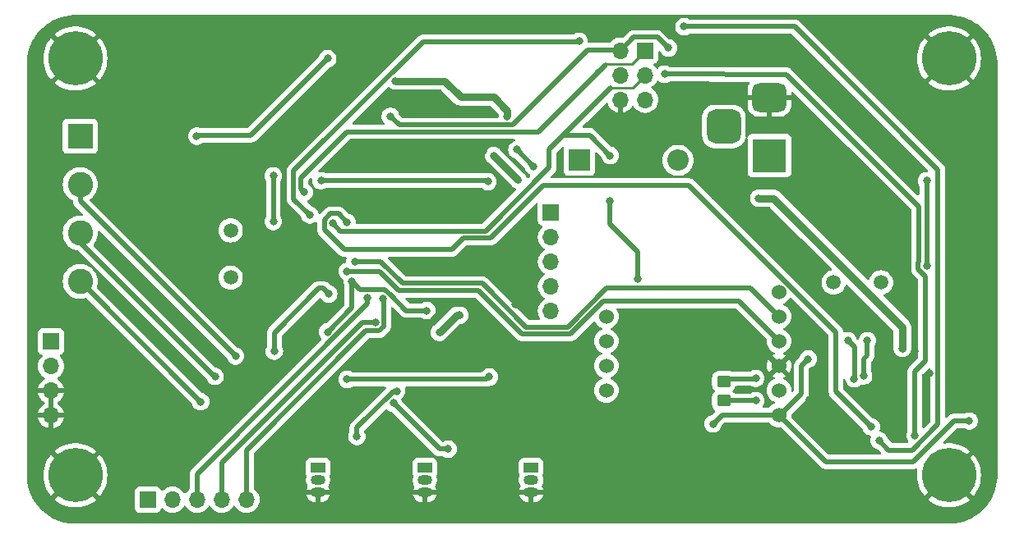
<source format=gbr>
%TF.GenerationSoftware,KiCad,Pcbnew,8.0.0*%
%TF.CreationDate,2024-03-12T01:14:05-04:00*%
%TF.ProjectId,ORA_ControlBoard-main_Rev2,4f52415f-436f-46e7-9472-6f6c426f6172,rev?*%
%TF.SameCoordinates,Original*%
%TF.FileFunction,Copper,L2,Bot*%
%TF.FilePolarity,Positive*%
%FSLAX46Y46*%
G04 Gerber Fmt 4.6, Leading zero omitted, Abs format (unit mm)*
G04 Created by KiCad (PCBNEW 8.0.0) date 2024-03-12 01:14:05*
%MOMM*%
%LPD*%
G01*
G04 APERTURE LIST*
G04 Aperture macros list*
%AMRoundRect*
0 Rectangle with rounded corners*
0 $1 Rounding radius*
0 $2 $3 $4 $5 $6 $7 $8 $9 X,Y pos of 4 corners*
0 Add a 4 corners polygon primitive as box body*
4,1,4,$2,$3,$4,$5,$6,$7,$8,$9,$2,$3,0*
0 Add four circle primitives for the rounded corners*
1,1,$1+$1,$2,$3*
1,1,$1+$1,$4,$5*
1,1,$1+$1,$6,$7*
1,1,$1+$1,$8,$9*
0 Add four rect primitives between the rounded corners*
20,1,$1+$1,$2,$3,$4,$5,0*
20,1,$1+$1,$4,$5,$6,$7,0*
20,1,$1+$1,$6,$7,$8,$9,0*
20,1,$1+$1,$8,$9,$2,$3,0*%
G04 Aperture macros list end*
%TA.AperFunction,ComponentPad*%
%ADD10R,1.500000X1.050000*%
%TD*%
%TA.AperFunction,ComponentPad*%
%ADD11O,1.500000X1.050000*%
%TD*%
%TA.AperFunction,ComponentPad*%
%ADD12C,5.600000*%
%TD*%
%TA.AperFunction,ComponentPad*%
%ADD13C,1.500000*%
%TD*%
%TA.AperFunction,ComponentPad*%
%ADD14C,1.524000*%
%TD*%
%TA.AperFunction,ComponentPad*%
%ADD15R,1.700000X1.700000*%
%TD*%
%TA.AperFunction,ComponentPad*%
%ADD16O,1.700000X1.700000*%
%TD*%
%TA.AperFunction,ComponentPad*%
%ADD17R,3.500000X3.500000*%
%TD*%
%TA.AperFunction,ComponentPad*%
%ADD18RoundRect,0.750000X-1.000000X0.750000X-1.000000X-0.750000X1.000000X-0.750000X1.000000X0.750000X0*%
%TD*%
%TA.AperFunction,ComponentPad*%
%ADD19RoundRect,0.875000X-0.875000X0.875000X-0.875000X-0.875000X0.875000X-0.875000X0.875000X0.875000X0*%
%TD*%
%TA.AperFunction,ComponentPad*%
%ADD20R,2.200000X2.200000*%
%TD*%
%TA.AperFunction,ComponentPad*%
%ADD21O,2.200000X2.200000*%
%TD*%
%TA.AperFunction,ComponentPad*%
%ADD22R,2.600000X2.600000*%
%TD*%
%TA.AperFunction,ComponentPad*%
%ADD23C,2.600000*%
%TD*%
%TA.AperFunction,SMDPad,CuDef*%
%ADD24RoundRect,0.250000X-0.450000X0.350000X-0.450000X-0.350000X0.450000X-0.350000X0.450000X0.350000X0*%
%TD*%
%TA.AperFunction,ViaPad*%
%ADD25C,0.800000*%
%TD*%
%TA.AperFunction,Conductor*%
%ADD26C,0.500000*%
%TD*%
%TA.AperFunction,Conductor*%
%ADD27C,0.250000*%
%TD*%
%TA.AperFunction,Conductor*%
%ADD28C,0.800000*%
%TD*%
G04 APERTURE END LIST*
D10*
%TO.P,Q3,1,D*%
%TO.N,Net-(Q3-D)*%
X131000000Y-96730000D03*
D11*
%TO.P,Q3,2,G*%
%TO.N,Net-(Q3-G)*%
X131000000Y-98000000D03*
%TO.P,Q3,3,S*%
%TO.N,GND*%
X131000000Y-99270000D03*
%TD*%
D12*
%TO.P,H1,1,1*%
%TO.N,GND*%
X185000000Y-97500000D03*
%TD*%
D13*
%TO.P,Y1,1,1*%
%TO.N,Net-(U2-OSC2)*%
X173120000Y-77600000D03*
%TO.P,Y1,2,2*%
%TO.N,Net-(U2-OSC1)*%
X178000000Y-77600000D03*
%TD*%
D12*
%TO.P,H3,1,1*%
%TO.N,GND*%
X95000000Y-54500000D03*
%TD*%
D10*
%TO.P,Q5,1,D*%
%TO.N,Net-(Q5-D)*%
X120000000Y-96730000D03*
D11*
%TO.P,Q5,2,G*%
%TO.N,Net-(Q5-G)*%
X120000000Y-98000000D03*
%TO.P,Q5,3,S*%
%TO.N,GND*%
X120000000Y-99270000D03*
%TD*%
D12*
%TO.P,H2,1,1*%
%TO.N,GND*%
X95000000Y-97500000D03*
%TD*%
D13*
%TO.P,Y2,1,1*%
%TO.N,XTAL1*%
X111000000Y-77100000D03*
%TO.P,Y2,2,2*%
%TO.N,XTAL2*%
X111000000Y-72220000D03*
%TD*%
D14*
%TO.P,U6,1,PS0*%
%TO.N,unconnected-(U6-PS0-Pad1)*%
X149710000Y-88740000D03*
%TO.P,U6,2,PS1*%
%TO.N,unconnected-(U6-PS1-Pad2)*%
X149710000Y-86200000D03*
%TO.P,U6,3,INT*%
%TO.N,unconnected-(U6-INT-Pad3)*%
X149710000Y-83660000D03*
%TO.P,U6,4,ADR*%
%TO.N,unconnected-(U6-ADR-Pad4)*%
X149710000Y-81120000D03*
%TO.P,U6,5,RST*%
%TO.N,unconnected-(U6-RST-Pad5)*%
X167490000Y-78580000D03*
%TO.P,U6,6,SCL*%
%TO.N,IMU_SCL*%
X167490000Y-81120000D03*
%TO.P,U6,7,SDA*%
%TO.N,IMU_SDA*%
X167490000Y-83660000D03*
%TO.P,U6,8,GND*%
%TO.N,GND*%
X167490000Y-86200000D03*
%TO.P,U6,9,3Vo*%
%TO.N,unconnected-(U6-3Vo-Pad9)*%
X167490000Y-88740000D03*
%TO.P,U6,10,Vin*%
%TO.N,+5V*%
X167490000Y-91280000D03*
%TD*%
D15*
%TO.P,J2,1,Pin_1*%
%TO.N,+5V*%
X92500000Y-83700000D03*
D16*
%TO.P,J2,2,Pin_2*%
X92500000Y-86240000D03*
%TO.P,J2,3,Pin_3*%
%TO.N,GND*%
X92500000Y-88780000D03*
%TO.P,J2,4,Pin_4*%
X92500000Y-91320000D03*
%TD*%
D17*
%TO.P,J4,1*%
%TO.N,Net-(D4-A)*%
X166500000Y-64500000D03*
D18*
%TO.P,J4,2*%
%TO.N,GND*%
X166500000Y-58500000D03*
D19*
%TO.P,J4,3,MountPin*%
%TO.N,unconnected-(J4-MountPin-Pad3)*%
X161800000Y-61500000D03*
%TD*%
D10*
%TO.P,Q1,1,D*%
%TO.N,Net-(Q1-D)*%
X141952500Y-96710000D03*
D11*
%TO.P,Q1,2,G*%
%TO.N,Net-(Q1-G)*%
X141952500Y-97980000D03*
%TO.P,Q1,3,S*%
%TO.N,GND*%
X141952500Y-99250000D03*
%TD*%
D12*
%TO.P,H4,1,1*%
%TO.N,GND*%
X185000000Y-54500000D03*
%TD*%
D15*
%TO.P,J8,1,Pin_1*%
%TO.N,A4*%
X144000000Y-70380000D03*
D16*
%TO.P,J8,2,Pin_2*%
%TO.N,A3*%
X144000000Y-72920000D03*
%TO.P,J8,3,Pin_3*%
%TO.N,A2*%
X144000000Y-75460000D03*
%TO.P,J8,4,Pin_4*%
%TO.N,A1*%
X144000000Y-78000000D03*
%TO.P,J8,5,Pin_5*%
%TO.N,A0*%
X144000000Y-80540000D03*
%TD*%
D20*
%TO.P,D3,1,K*%
%TO.N,+5V*%
X146920000Y-65000000D03*
D21*
%TO.P,D3,2,A*%
%TO.N,Net-(D3-A)*%
X157080000Y-65000000D03*
%TD*%
D22*
%TO.P,J9,1,Pin_1*%
%TO.N,PWRIN*%
X95500000Y-62500000D03*
D23*
%TO.P,J9,2,Pin_2*%
%TO.N,LED_R*%
X95500000Y-67500000D03*
%TO.P,J9,3,Pin_3*%
%TO.N,LED_G*%
X95500000Y-72500000D03*
%TO.P,J9,4,Pin_4*%
%TO.N,LED_B*%
X95500000Y-77500000D03*
%TD*%
D15*
%TO.P,J7,1,Pin_1*%
%TO.N,D0*%
X102460000Y-100000000D03*
D16*
%TO.P,J7,2,Pin_2*%
%TO.N,D1*%
X105000000Y-100000000D03*
%TO.P,J7,3,Pin_3*%
%TO.N,D10*%
X107540000Y-100000000D03*
%TO.P,J7,4,Pin_4*%
%TO.N,D5*%
X110080000Y-100000000D03*
%TO.P,J7,5,Pin_5*%
%TO.N,D13*%
X112620000Y-100000000D03*
%TD*%
D24*
%TO.P,TR1,1*%
%TO.N,CAN_L*%
X161800000Y-87800000D03*
%TO.P,TR1,2*%
%TO.N,CAN_H*%
X161800000Y-89800000D03*
%TD*%
D15*
%TO.P,J6,1,Pin_1*%
%TO.N,CAN_SO*%
X153700000Y-53660000D03*
D16*
%TO.P,J6,2,Pin_2*%
%TO.N,+5V*%
X151160000Y-53660000D03*
%TO.P,J6,3,Pin_3*%
%TO.N,CAN_SCK*%
X153700000Y-56200000D03*
%TO.P,J6,4,Pin_4*%
%TO.N,CAN_SI*%
X151160000Y-56200000D03*
%TO.P,J6,5,Pin_5*%
%TO.N,RST*%
X153700000Y-58740000D03*
%TO.P,J6,6,Pin_6*%
%TO.N,GND*%
X151160000Y-58740000D03*
%TD*%
D25*
%TO.N,RST*%
X137500000Y-67200000D03*
X120300000Y-67100000D03*
%TO.N,IMU_SCL*%
X123800000Y-75449997D03*
%TO.N,IMU_SDA*%
X123000000Y-76449500D03*
%TO.N,Net-(D3-A)*%
X142200000Y-65600000D03*
X140500000Y-63900000D03*
%TO.N,LED_R*%
X111500000Y-85200000D03*
%TO.N,CAN_L*%
X165100000Y-87500000D03*
X182700000Y-67100000D03*
X182700000Y-75900000D03*
%TO.N,CAN_H*%
X165100000Y-89800000D03*
%TO.N,Net-(U2-OSC2)*%
X175240632Y-87532167D03*
X174600000Y-83600000D03*
%TO.N,Net-(U2-OSC1)*%
X176600000Y-83600000D03*
X176200000Y-87250000D03*
%TO.N,CAN_SCK*%
X150100000Y-69200000D03*
X121500000Y-71500000D03*
X150100000Y-64500000D03*
X152900000Y-77200000D03*
%TO.N,CAN_SI*%
X155700000Y-56100000D03*
X119150002Y-70650000D03*
X181500000Y-93400000D03*
X146900000Y-52700000D03*
%TO.N,CAN_SO*%
X177800000Y-93900000D03*
X157700000Y-51200000D03*
X118587388Y-68298797D03*
%TO.N,CAN_CS*%
X177000000Y-92500000D03*
X123000000Y-71400000D03*
%TO.N,+5V*%
X115400000Y-71300000D03*
X187100000Y-91900000D03*
X127450000Y-60450000D03*
X123500000Y-77500000D03*
X160700000Y-92200000D03*
X170500000Y-85500000D03*
X156100000Y-53400000D03*
X137650000Y-87350000D03*
X131200000Y-80500000D03*
X123000000Y-87600000D03*
X115400000Y-66600000D03*
X121000000Y-82700000D03*
%TO.N,GND*%
X183300000Y-63100000D03*
X185400000Y-75600000D03*
X174000000Y-70200000D03*
X132500000Y-85200000D03*
X178249423Y-86800000D03*
X137050000Y-64000000D03*
X170600000Y-89700000D03*
X108700000Y-71900000D03*
X183000000Y-87000000D03*
X129887500Y-59200000D03*
X94300000Y-88780000D03*
X187900000Y-87000000D03*
X108900000Y-78000000D03*
X119000000Y-81500000D03*
X134800000Y-70500000D03*
X125500000Y-63400000D03*
X165200000Y-86100000D03*
X119200000Y-73200000D03*
X139700000Y-72800000D03*
X149600000Y-60300000D03*
X94300000Y-91300000D03*
X128900000Y-84500000D03*
X181500000Y-84700000D03*
X177070000Y-70230000D03*
X124000000Y-65500000D03*
X133500000Y-79900000D03*
X185500000Y-87000000D03*
X140300000Y-79900000D03*
%TO.N,PWRIN*%
X140600000Y-67000000D03*
X165400000Y-68900000D03*
X121000000Y-54500000D03*
X139500000Y-60500000D03*
X107500000Y-62500000D03*
X138100000Y-64500000D03*
X132500000Y-82750500D03*
X134599284Y-80975000D03*
X128000000Y-56800000D03*
X180200000Y-84400000D03*
%TO.N,LED_G*%
X109400000Y-87300000D03*
%TO.N,LEDPWR_R*%
X115500000Y-84700000D03*
X121100000Y-78800000D03*
%TO.N,LED_B*%
X107900000Y-89900000D03*
%TO.N,LEDPWR_G*%
X127750000Y-90050000D03*
X133400000Y-94800000D03*
%TO.N,D10*%
X125100000Y-79200000D03*
%TO.N,D5*%
X125900000Y-81750500D03*
%TO.N,D13*%
X126700000Y-79300000D03*
%TO.N,LEDPWR_B*%
X128100000Y-88800000D03*
X124000000Y-93500000D03*
%TD*%
D26*
%TO.N,RST*%
X137500000Y-67200000D02*
X137400000Y-67100000D01*
X137400000Y-67100000D02*
X120300000Y-67100000D01*
%TO.N,IMU_SCL*%
X136897918Y-77700000D02*
X141397918Y-82200000D01*
X141397918Y-82200000D02*
X145710050Y-82200000D01*
X145710050Y-82200000D02*
X149710050Y-78200000D01*
X126449997Y-75449997D02*
X128700000Y-77700000D01*
X128700000Y-77700000D02*
X136897918Y-77700000D01*
X123800000Y-75449997D02*
X126449997Y-75449997D01*
X149710050Y-78200000D02*
X164570000Y-78200000D01*
X164570000Y-78200000D02*
X167490000Y-81120000D01*
%TO.N,IMU_SDA*%
X149400000Y-79500000D02*
X163330000Y-79500000D01*
X146000000Y-82900000D02*
X149400000Y-79500000D01*
X136500000Y-78400000D02*
X141000000Y-82900000D01*
X123000000Y-76449500D02*
X126349500Y-76449500D01*
X126349500Y-76449500D02*
X128300000Y-78400000D01*
X163330000Y-79500000D02*
X167490000Y-83660000D01*
X141000000Y-82900000D02*
X146000000Y-82900000D01*
X128300000Y-78400000D02*
X136500000Y-78400000D01*
%TO.N,Net-(D3-A)*%
X140500000Y-63900000D02*
X142200000Y-65600000D01*
%TO.N,LED_R*%
X95500000Y-69202082D02*
X95500000Y-67500000D01*
X111497918Y-85200000D02*
X95500000Y-69202082D01*
X111500000Y-85200000D02*
X111497918Y-85200000D01*
%TO.N,CAN_L*%
X165072000Y-87528000D02*
X165100000Y-87500000D01*
X162072000Y-87528000D02*
X165072000Y-87528000D01*
X161800000Y-87800000D02*
X162072000Y-87528000D01*
X182700000Y-67100000D02*
X182700000Y-75900000D01*
%TO.N,CAN_H*%
X161800000Y-89800000D02*
X165100000Y-89800000D01*
%TO.N,Net-(U2-OSC2)*%
X175250000Y-84250000D02*
X174600000Y-83600000D01*
X175240632Y-87532167D02*
X175250000Y-87522799D01*
X175250000Y-87522799D02*
X175250000Y-84250000D01*
%TO.N,Net-(U2-OSC1)*%
X176600000Y-85100000D02*
X176600000Y-83600000D01*
X176200000Y-85500000D02*
X176600000Y-85100000D01*
X176200000Y-87250000D02*
X176200000Y-85500000D01*
%TO.N,CAN_SCK*%
X122300000Y-72300000D02*
X137250000Y-72300000D01*
X150100000Y-71600000D02*
X152900000Y-74400000D01*
D27*
X152400000Y-57500000D02*
X153700000Y-56200000D01*
D26*
X121500000Y-71500000D02*
X122300000Y-72300000D01*
D27*
X150183170Y-57500000D02*
X152400000Y-57500000D01*
D26*
X148000000Y-62400000D02*
X145283170Y-62400000D01*
X152900000Y-74400000D02*
X152900000Y-77200000D01*
X145283170Y-62400000D02*
X145241585Y-62441585D01*
X143800000Y-65750000D02*
X143800000Y-63883170D01*
X143800000Y-63883170D02*
X145241585Y-62441585D01*
X137250000Y-72300000D02*
X143800000Y-65750000D01*
X150100000Y-64500000D02*
X148000000Y-62400000D01*
X145241585Y-62441585D02*
X150183170Y-57500000D01*
X150100000Y-69200000D02*
X150100000Y-71600000D01*
%TO.N,CAN_SI*%
X146850000Y-52750000D02*
X146900000Y-52700000D01*
X181900000Y-69800000D02*
X168240000Y-56140000D01*
X181500000Y-86800000D02*
X182600000Y-85700000D01*
X130847918Y-52750000D02*
X146850000Y-52750000D01*
X155700000Y-56100000D02*
X155700000Y-56140000D01*
X117500000Y-68999998D02*
X117500000Y-66097918D01*
X182600000Y-85700000D02*
X182600000Y-77002082D01*
X181500000Y-93400000D02*
X181500000Y-86800000D01*
X117500000Y-66097918D02*
X130847918Y-52750000D01*
X182600000Y-77002082D02*
X181850000Y-76252082D01*
X119150002Y-70650000D02*
X117500000Y-68999998D01*
X181900000Y-75497918D02*
X181900000Y-69800000D01*
X181850000Y-76252082D02*
X181850000Y-75547918D01*
X181850000Y-75547918D02*
X181900000Y-75497918D01*
X168240000Y-56140000D02*
X155700000Y-56100000D01*
%TO.N,CAN_SO*%
X149600000Y-55160000D02*
X149600000Y-55100000D01*
X169100000Y-51200000D02*
X183850000Y-65950000D01*
X118587388Y-68298797D02*
X118200000Y-67911409D01*
X183850000Y-65950000D02*
X183850000Y-92252082D01*
X157700000Y-51200000D02*
X169100000Y-51200000D01*
X183850000Y-92252082D02*
X181202082Y-94900000D01*
X149600000Y-55100000D02*
X148700000Y-56000000D01*
X142710000Y-62050000D02*
X149600000Y-55160000D01*
X122950000Y-62050000D02*
X142710000Y-62050000D01*
D27*
X153700000Y-53660000D02*
X152335000Y-55025000D01*
D26*
X181202082Y-94900000D02*
X178800000Y-94900000D01*
X118200000Y-66800000D02*
X122950000Y-62050000D01*
D27*
X149675000Y-55025000D02*
X148700000Y-56000000D01*
D26*
X178800000Y-94900000D02*
X177800000Y-93900000D01*
D27*
X152335000Y-55025000D02*
X149675000Y-55025000D01*
D26*
X118200000Y-67911409D02*
X118200000Y-66800000D01*
%TO.N,CAN_CS*%
X121297918Y-70500000D02*
X120650000Y-71147918D01*
X173350000Y-82725973D02*
X173350000Y-88850000D01*
X123000000Y-71400000D02*
X122100000Y-70500000D01*
X158224027Y-67600000D02*
X173350000Y-82725973D01*
X173350000Y-88850000D02*
X177000000Y-92500000D01*
X143200000Y-67600000D02*
X158224027Y-67600000D01*
X120650000Y-71147918D02*
X120650000Y-72147918D01*
X133780000Y-74220000D02*
X135000000Y-73000000D01*
X122100000Y-70500000D02*
X121297918Y-70500000D01*
X120650000Y-72147918D02*
X122722082Y-74220000D01*
X122722082Y-74220000D02*
X133780000Y-74220000D01*
X135000000Y-73000000D02*
X137800000Y-73000000D01*
X137800000Y-73000000D02*
X143200000Y-67600000D01*
%TO.N,+5V*%
X156100000Y-53400000D02*
X156040000Y-53400000D01*
X137650000Y-87350000D02*
X137400000Y-87600000D01*
X128350000Y-61350000D02*
X140052082Y-61350000D01*
X127550000Y-78947918D02*
X127550000Y-78950000D01*
X127550000Y-78950000D02*
X129100000Y-80500000D01*
X169800000Y-89100000D02*
X169800000Y-86200000D01*
X152520000Y-52300000D02*
X151160000Y-53660000D01*
X154940000Y-52300000D02*
X152520000Y-52300000D01*
X167490000Y-91280000D02*
X167620000Y-91280000D01*
X185500000Y-91900000D02*
X187100000Y-91900000D01*
X129100000Y-80500000D02*
X131200000Y-80500000D01*
X147802082Y-53600000D02*
X151100000Y-53600000D01*
X169800000Y-86200000D02*
X170500000Y-85500000D01*
X127450000Y-60450000D02*
X128350000Y-61350000D01*
X181300000Y-96100000D02*
X185500000Y-91900000D01*
X161620000Y-91280000D02*
X167490000Y-91280000D01*
X123500000Y-80200000D02*
X121000000Y-82700000D01*
X167620000Y-91280000D02*
X169800000Y-89100000D01*
X140052082Y-61350000D02*
X147802082Y-53600000D01*
X137400000Y-87600000D02*
X123000000Y-87600000D01*
X123500000Y-77500000D02*
X124300000Y-78300000D01*
X126902082Y-78300000D02*
X127550000Y-78947918D01*
X156040000Y-53400000D02*
X154940000Y-52300000D01*
X115400000Y-66600000D02*
X115400000Y-71300000D01*
X160700000Y-92200000D02*
X161620000Y-91280000D01*
X123500000Y-77500000D02*
X123500000Y-80200000D01*
X131200000Y-80500000D02*
X131300000Y-80600000D01*
X172310000Y-96100000D02*
X181300000Y-96100000D01*
X167490000Y-91280000D02*
X172310000Y-96100000D01*
X151100000Y-53600000D02*
X151160000Y-53660000D01*
X124300000Y-78300000D02*
X126902082Y-78300000D01*
D27*
%TO.N,GND*%
X178249423Y-86800000D02*
X179400000Y-86800000D01*
D28*
X139700000Y-72800000D02*
X140300000Y-73400000D01*
X140300000Y-73400000D02*
X140300000Y-79900000D01*
D27*
X179400000Y-86800000D02*
X181500000Y-84700000D01*
D28*
X133500000Y-79900000D02*
X128900000Y-84500000D01*
%TO.N,PWRIN*%
X133050000Y-56800000D02*
X134700000Y-58450000D01*
X128000000Y-56800000D02*
X133050000Y-56800000D01*
D26*
X107600000Y-62400000D02*
X113100000Y-62400000D01*
D28*
X166900000Y-68900000D02*
X165400000Y-68900000D01*
X180200000Y-84400000D02*
X180200000Y-82200000D01*
D26*
X107500000Y-62500000D02*
X107600000Y-62400000D01*
D28*
X138100000Y-64500000D02*
X140600000Y-67000000D01*
X134275500Y-80975000D02*
X132500000Y-82750500D01*
D26*
X113100000Y-62400000D02*
X121000000Y-54500000D01*
X128000000Y-56800000D02*
X128100000Y-56800000D01*
D28*
X134700000Y-58450000D02*
X138100000Y-58450000D01*
X139500000Y-59850000D02*
X139500000Y-60400000D01*
X138100000Y-58450000D02*
X139500000Y-59850000D01*
X134599284Y-80975000D02*
X134275500Y-80975000D01*
X180200000Y-82200000D02*
X166900000Y-68900000D01*
D26*
%TO.N,LED_G*%
X109300000Y-87300000D02*
X95500000Y-73500000D01*
X95500000Y-73500000D02*
X95500000Y-72500000D01*
X109400000Y-87300000D02*
X109300000Y-87300000D01*
%TO.N,LEDPWR_R*%
X115500000Y-82800000D02*
X115500000Y-84700000D01*
X121100000Y-78800000D02*
X120500000Y-78200000D01*
X120500000Y-78200000D02*
X120100000Y-78200000D01*
X120100000Y-78200000D02*
X115500000Y-82800000D01*
%TO.N,LED_B*%
X107900000Y-89900000D02*
X95500000Y-77500000D01*
%TO.N,LEDPWR_G*%
X127750000Y-90050000D02*
X132500000Y-94800000D01*
X132500000Y-94800000D02*
X133400000Y-94800000D01*
%TO.N,D10*%
X107540000Y-100000000D02*
X107540000Y-97362082D01*
X107540000Y-97362082D02*
X125100000Y-79802082D01*
X125100000Y-79802082D02*
X125100000Y-79200000D01*
%TO.N,D5*%
X110080000Y-100000000D02*
X110080000Y-96220000D01*
X110080000Y-96220000D02*
X124549500Y-81750500D01*
X124549500Y-81750500D02*
X125900000Y-81750500D01*
%TO.N,D13*%
X112620000Y-94930000D02*
X112620000Y-100000000D01*
X126750000Y-79350000D02*
X126750000Y-82150000D01*
X126300000Y-82600000D02*
X124950000Y-82600000D01*
X126700000Y-79300000D02*
X126750000Y-79350000D01*
X124950000Y-82600000D02*
X112620000Y-94930000D01*
X126750000Y-82150000D02*
X126300000Y-82600000D01*
%TO.N,LEDPWR_B*%
X127797918Y-88800000D02*
X124000000Y-92597918D01*
X128100000Y-88800000D02*
X127797918Y-88800000D01*
X124000000Y-92597918D02*
X124000000Y-93500000D01*
%TD*%
%TA.AperFunction,Conductor*%
%TO.N,GND*%
G36*
X168766950Y-79204378D02*
G01*
X168769777Y-79207117D01*
X172563181Y-83000521D01*
X172596666Y-83061844D01*
X172599500Y-83088202D01*
X172599500Y-88923918D01*
X172599500Y-88923920D01*
X172599499Y-88923920D01*
X172628340Y-89068907D01*
X172628343Y-89068917D01*
X172684912Y-89205488D01*
X172684921Y-89205504D01*
X172699357Y-89227108D01*
X172699358Y-89227112D01*
X172699359Y-89227112D01*
X172767046Y-89328414D01*
X172767052Y-89328421D01*
X176087228Y-92648595D01*
X176117478Y-92697958D01*
X176172818Y-92868277D01*
X176172821Y-92868284D01*
X176267467Y-93032216D01*
X176394129Y-93172888D01*
X176547265Y-93284148D01*
X176547270Y-93284151D01*
X176720192Y-93361142D01*
X176720197Y-93361144D01*
X176873636Y-93393758D01*
X176935118Y-93426950D01*
X176968894Y-93488113D01*
X176965786Y-93553366D01*
X176917479Y-93702039D01*
X176914326Y-93711744D01*
X176894540Y-93900000D01*
X176914326Y-94088256D01*
X176914327Y-94088259D01*
X176972818Y-94268277D01*
X176972821Y-94268284D01*
X177067467Y-94432216D01*
X177194129Y-94572888D01*
X177347265Y-94684148D01*
X177347270Y-94684151D01*
X177520191Y-94761142D01*
X177520194Y-94761142D01*
X177520197Y-94761144D01*
X177554221Y-94768375D01*
X177585329Y-94774988D01*
X177646811Y-94808180D01*
X177647230Y-94808597D01*
X177976452Y-95137819D01*
X178009937Y-95199142D01*
X178004953Y-95268834D01*
X177963081Y-95324767D01*
X177897617Y-95349184D01*
X177888771Y-95349500D01*
X172672229Y-95349500D01*
X172605190Y-95329815D01*
X172584548Y-95313181D01*
X168781640Y-91510272D01*
X168748155Y-91448949D01*
X168745793Y-91411786D01*
X168757323Y-91280000D01*
X168756251Y-91267758D01*
X168770015Y-91199262D01*
X168792095Y-91169271D01*
X170382952Y-89578415D01*
X170425268Y-89515084D01*
X170465084Y-89455495D01*
X170498979Y-89373666D01*
X170501415Y-89367785D01*
X170516148Y-89332216D01*
X170521659Y-89318912D01*
X170545411Y-89199500D01*
X170550500Y-89173918D01*
X170550500Y-86562229D01*
X170570185Y-86495190D01*
X170586819Y-86474548D01*
X170652770Y-86408597D01*
X170714093Y-86375112D01*
X170714671Y-86374988D01*
X170744101Y-86368732D01*
X170779803Y-86361144D01*
X170779806Y-86361142D01*
X170779808Y-86361142D01*
X170838058Y-86335206D01*
X170952730Y-86284151D01*
X171105871Y-86172888D01*
X171232533Y-86032216D01*
X171327179Y-85868284D01*
X171385674Y-85688256D01*
X171405460Y-85500000D01*
X171385674Y-85311744D01*
X171327179Y-85131716D01*
X171232533Y-84967784D01*
X171105871Y-84827112D01*
X171105095Y-84826548D01*
X170952734Y-84715851D01*
X170952729Y-84715848D01*
X170779807Y-84638857D01*
X170779802Y-84638855D01*
X170634001Y-84607865D01*
X170594646Y-84599500D01*
X170405354Y-84599500D01*
X170372897Y-84606398D01*
X170220197Y-84638855D01*
X170220192Y-84638857D01*
X170047270Y-84715848D01*
X170047265Y-84715851D01*
X169894129Y-84827111D01*
X169767466Y-84967785D01*
X169672821Y-85131715D01*
X169672818Y-85131722D01*
X169617479Y-85302039D01*
X169587229Y-85351402D01*
X169217047Y-85721584D01*
X169180463Y-85776336D01*
X169180464Y-85776337D01*
X169134914Y-85844508D01*
X169078343Y-85981082D01*
X169078340Y-85981092D01*
X169049500Y-86126079D01*
X169049500Y-88737769D01*
X169029815Y-88804808D01*
X169013181Y-88825450D01*
X168965501Y-88873130D01*
X168904178Y-88906615D01*
X168834486Y-88901631D01*
X168778553Y-88859759D01*
X168754136Y-88794295D01*
X168754292Y-88774640D01*
X168754380Y-88773642D01*
X168757323Y-88740000D01*
X168738070Y-88519932D01*
X168680894Y-88306550D01*
X168587534Y-88106339D01*
X168460826Y-87925380D01*
X168304620Y-87769174D01*
X168304616Y-87769171D01*
X168304615Y-87769170D01*
X168123666Y-87642468D01*
X168123662Y-87642466D01*
X167994218Y-87582105D01*
X167941779Y-87535932D01*
X167922627Y-87468739D01*
X167942843Y-87401858D01*
X167994219Y-87357340D01*
X168123416Y-87297095D01*
X168123417Y-87297094D01*
X168188188Y-87251741D01*
X167517448Y-86581000D01*
X167540160Y-86581000D01*
X167637061Y-86555036D01*
X167723940Y-86504876D01*
X167794876Y-86433940D01*
X167845036Y-86347061D01*
X167871000Y-86250160D01*
X167871000Y-86227447D01*
X168541741Y-86898188D01*
X168587094Y-86833417D01*
X168587100Y-86833407D01*
X168680419Y-86633284D01*
X168680424Y-86633270D01*
X168737573Y-86419986D01*
X168737575Y-86419976D01*
X168756821Y-86200000D01*
X168756821Y-86199999D01*
X168737575Y-85980023D01*
X168737573Y-85980013D01*
X168680424Y-85766729D01*
X168680420Y-85766720D01*
X168587096Y-85566586D01*
X168541741Y-85501811D01*
X168541740Y-85501810D01*
X167871000Y-86172551D01*
X167871000Y-86149840D01*
X167845036Y-86052939D01*
X167794876Y-85966060D01*
X167723940Y-85895124D01*
X167637061Y-85844964D01*
X167540160Y-85819000D01*
X167517448Y-85819000D01*
X168188188Y-85148259D01*
X168188187Y-85148258D01*
X168123411Y-85102901D01*
X168123405Y-85102898D01*
X167994219Y-85042658D01*
X167941779Y-84996486D01*
X167922627Y-84929293D01*
X167942843Y-84862411D01*
X167994219Y-84817894D01*
X168034450Y-84799134D01*
X168123662Y-84757534D01*
X168304620Y-84630826D01*
X168460826Y-84474620D01*
X168587534Y-84293662D01*
X168680894Y-84093450D01*
X168738070Y-83880068D01*
X168757323Y-83660000D01*
X168754937Y-83632731D01*
X168747505Y-83547781D01*
X168738070Y-83439932D01*
X168680894Y-83226550D01*
X168587534Y-83026339D01*
X168460826Y-82845380D01*
X168304620Y-82689174D01*
X168304616Y-82689171D01*
X168304615Y-82689170D01*
X168123666Y-82562468D01*
X168123658Y-82562464D01*
X167994811Y-82502382D01*
X167942371Y-82456210D01*
X167923219Y-82389017D01*
X167943435Y-82322135D01*
X167994811Y-82277618D01*
X168001017Y-82274724D01*
X168123662Y-82217534D01*
X168304620Y-82090826D01*
X168460826Y-81934620D01*
X168587534Y-81753662D01*
X168680894Y-81553450D01*
X168738070Y-81340068D01*
X168757323Y-81120000D01*
X168756959Y-81115843D01*
X168747144Y-81003655D01*
X168738070Y-80899932D01*
X168680894Y-80686550D01*
X168587534Y-80486339D01*
X168465282Y-80311744D01*
X168460827Y-80305381D01*
X168390095Y-80234649D01*
X168304620Y-80149174D01*
X168304616Y-80149171D01*
X168304615Y-80149170D01*
X168123666Y-80022468D01*
X168123658Y-80022464D01*
X167994811Y-79962382D01*
X167942371Y-79916210D01*
X167923219Y-79849017D01*
X167943435Y-79782135D01*
X167994811Y-79737618D01*
X168000802Y-79734824D01*
X168123662Y-79677534D01*
X168304620Y-79550826D01*
X168460826Y-79394620D01*
X168580526Y-79223669D01*
X168635097Y-79180050D01*
X168704595Y-79172856D01*
X168766950Y-79204378D01*
G37*
%TD.AperFunction*%
%TA.AperFunction,Conductor*%
G36*
X155083009Y-56764849D02*
G01*
X155088734Y-56769256D01*
X155088871Y-56769069D01*
X155247265Y-56884148D01*
X155247270Y-56884151D01*
X155420192Y-56961142D01*
X155420197Y-56961144D01*
X155605354Y-57000500D01*
X155605355Y-57000500D01*
X155794644Y-57000500D01*
X155794646Y-57000500D01*
X155979803Y-56961144D01*
X156078843Y-56917048D01*
X156152726Y-56884153D01*
X156152726Y-56884152D01*
X156152730Y-56884151D01*
X156164086Y-56875899D01*
X156229888Y-56852419D01*
X156237361Y-56852217D01*
X164347027Y-56878085D01*
X164414001Y-56897983D01*
X164459587Y-56950933D01*
X164469310Y-57020122D01*
X164448558Y-57072699D01*
X164408430Y-57130620D01*
X164408428Y-57130625D01*
X164315377Y-57335480D01*
X164260400Y-57553667D01*
X164250000Y-57685803D01*
X164250000Y-58250000D01*
X165066988Y-58250000D01*
X165034075Y-58307007D01*
X165000000Y-58434174D01*
X165000000Y-58565826D01*
X165034075Y-58692993D01*
X165066988Y-58750000D01*
X164250001Y-58750000D01*
X164250001Y-59314197D01*
X164260400Y-59446332D01*
X164315377Y-59664519D01*
X164408428Y-59869374D01*
X164408431Y-59869380D01*
X164536559Y-60054323D01*
X164536569Y-60054335D01*
X164695664Y-60213430D01*
X164695676Y-60213440D01*
X164880619Y-60341568D01*
X164880625Y-60341571D01*
X165085480Y-60434622D01*
X165303667Y-60489599D01*
X165435810Y-60499999D01*
X166249999Y-60499999D01*
X166250000Y-60499998D01*
X166250000Y-59000000D01*
X166750000Y-59000000D01*
X166750000Y-60499999D01*
X167564182Y-60499999D01*
X167564197Y-60499998D01*
X167696332Y-60489599D01*
X167914519Y-60434622D01*
X168119374Y-60341571D01*
X168119380Y-60341568D01*
X168304323Y-60213440D01*
X168304335Y-60213430D01*
X168463430Y-60054335D01*
X168463440Y-60054323D01*
X168591568Y-59869380D01*
X168591571Y-59869374D01*
X168684622Y-59664519D01*
X168739599Y-59446332D01*
X168749999Y-59314196D01*
X168750000Y-59314184D01*
X168750000Y-58750000D01*
X167933012Y-58750000D01*
X167965925Y-58692993D01*
X168000000Y-58565826D01*
X168000000Y-58434174D01*
X167965925Y-58307007D01*
X167933012Y-58250000D01*
X168749999Y-58250000D01*
X168749999Y-58010728D01*
X168769684Y-57943689D01*
X168822488Y-57897934D01*
X168891646Y-57887990D01*
X168955202Y-57917015D01*
X168961666Y-57923034D01*
X174540698Y-63502065D01*
X181113181Y-70074548D01*
X181146666Y-70135871D01*
X181149500Y-70162229D01*
X181149500Y-75253260D01*
X181140062Y-75300711D01*
X181128341Y-75329008D01*
X181128340Y-75329011D01*
X181099500Y-75473997D01*
X181099500Y-75474000D01*
X181099500Y-76326000D01*
X181099500Y-76326002D01*
X181099499Y-76326002D01*
X181128340Y-76470989D01*
X181128343Y-76470999D01*
X181184913Y-76607572D01*
X181184918Y-76607581D01*
X181194325Y-76621659D01*
X181194327Y-76621661D01*
X181266715Y-76730000D01*
X181267051Y-76730502D01*
X181267052Y-76730503D01*
X181813181Y-77276630D01*
X181846666Y-77337953D01*
X181849500Y-77364311D01*
X181849500Y-85337770D01*
X181829815Y-85404809D01*
X181813181Y-85425451D01*
X180917047Y-86321584D01*
X180917045Y-86321586D01*
X180900025Y-86347061D01*
X180887983Y-86365084D01*
X180867773Y-86395331D01*
X180834914Y-86444507D01*
X180778343Y-86581082D01*
X180778340Y-86581092D01*
X180749500Y-86726079D01*
X180749500Y-92865677D01*
X180732887Y-92927677D01*
X180672821Y-93031714D01*
X180626951Y-93172888D01*
X180614326Y-93211744D01*
X180594540Y-93400000D01*
X180614326Y-93588256D01*
X180614327Y-93588259D01*
X180672818Y-93768277D01*
X180672821Y-93768284D01*
X180767467Y-93932216D01*
X180773445Y-93938855D01*
X180776752Y-93942528D01*
X180806982Y-94005519D01*
X180798357Y-94074855D01*
X180753615Y-94128520D01*
X180686963Y-94149478D01*
X180684602Y-94149500D01*
X179162229Y-94149500D01*
X179095190Y-94129815D01*
X179074548Y-94113181D01*
X178712770Y-93751402D01*
X178682521Y-93702041D01*
X178627179Y-93531716D01*
X178532533Y-93367784D01*
X178405871Y-93227112D01*
X178384719Y-93211744D01*
X178252734Y-93115851D01*
X178252729Y-93115848D01*
X178079807Y-93038857D01*
X178079802Y-93038855D01*
X177926363Y-93006241D01*
X177864881Y-92973049D01*
X177831105Y-92911885D01*
X177834212Y-92846636D01*
X177885674Y-92688256D01*
X177905460Y-92500000D01*
X177885674Y-92311744D01*
X177827179Y-92131716D01*
X177732533Y-91967784D01*
X177605871Y-91827112D01*
X177605870Y-91827111D01*
X177452734Y-91715851D01*
X177452729Y-91715848D01*
X177279807Y-91638857D01*
X177279802Y-91638855D01*
X177214669Y-91625011D01*
X177153187Y-91591818D01*
X177152769Y-91591402D01*
X174136819Y-88575451D01*
X174103334Y-88514128D01*
X174100500Y-88487770D01*
X174100500Y-87665472D01*
X174120185Y-87598433D01*
X174172989Y-87552678D01*
X174242147Y-87542734D01*
X174305703Y-87571759D01*
X174343477Y-87630537D01*
X174347819Y-87652503D01*
X174354958Y-87720423D01*
X174354959Y-87720426D01*
X174413450Y-87900444D01*
X174413453Y-87900451D01*
X174508099Y-88064383D01*
X174595223Y-88161144D01*
X174634761Y-88205055D01*
X174787897Y-88316315D01*
X174787902Y-88316318D01*
X174960824Y-88393309D01*
X174960829Y-88393311D01*
X175145986Y-88432667D01*
X175145987Y-88432667D01*
X175335276Y-88432667D01*
X175335278Y-88432667D01*
X175520435Y-88393311D01*
X175693362Y-88316318D01*
X175846503Y-88205055D01*
X175881412Y-88166284D01*
X175940895Y-88129636D01*
X175999339Y-88127966D01*
X176105354Y-88150500D01*
X176105355Y-88150500D01*
X176294644Y-88150500D01*
X176294646Y-88150500D01*
X176479803Y-88111144D01*
X176652730Y-88034151D01*
X176805871Y-87922888D01*
X176932533Y-87782216D01*
X177027179Y-87618284D01*
X177085674Y-87438256D01*
X177105460Y-87250000D01*
X177085674Y-87061744D01*
X177027179Y-86881716D01*
X176999438Y-86833666D01*
X176967113Y-86777677D01*
X176950500Y-86715677D01*
X176950500Y-85862229D01*
X176970185Y-85795190D01*
X176986819Y-85774548D01*
X177182948Y-85578419D01*
X177182951Y-85578416D01*
X177265084Y-85455495D01*
X177321658Y-85318913D01*
X177338904Y-85232214D01*
X177350500Y-85173920D01*
X177350500Y-84134321D01*
X177367113Y-84072321D01*
X177427179Y-83968284D01*
X177485674Y-83788256D01*
X177505460Y-83600000D01*
X177485674Y-83411744D01*
X177431112Y-83243823D01*
X177427181Y-83231722D01*
X177427179Y-83231717D01*
X177427179Y-83231716D01*
X177332533Y-83067784D01*
X177205871Y-82927112D01*
X177205870Y-82927111D01*
X177052734Y-82815851D01*
X177052729Y-82815848D01*
X176879807Y-82738857D01*
X176879802Y-82738855D01*
X176734001Y-82707865D01*
X176694646Y-82699500D01*
X176505354Y-82699500D01*
X176472897Y-82706398D01*
X176320197Y-82738855D01*
X176320192Y-82738857D01*
X176147270Y-82815848D01*
X176147265Y-82815851D01*
X175994129Y-82927111D01*
X175867466Y-83067785D01*
X175772821Y-83231715D01*
X175772821Y-83231716D01*
X175772819Y-83231722D01*
X175717930Y-83400650D01*
X175678492Y-83458325D01*
X175614133Y-83485523D01*
X175545287Y-83473608D01*
X175493811Y-83426364D01*
X175482071Y-83400656D01*
X175438021Y-83265084D01*
X175427181Y-83231721D01*
X175427178Y-83231715D01*
X175426067Y-83229790D01*
X175332533Y-83067784D01*
X175205871Y-82927112D01*
X175205870Y-82927111D01*
X175052734Y-82815851D01*
X175052729Y-82815848D01*
X174879807Y-82738857D01*
X174879802Y-82738855D01*
X174734001Y-82707865D01*
X174694646Y-82699500D01*
X174505354Y-82699500D01*
X174472897Y-82706398D01*
X174320197Y-82738855D01*
X174274912Y-82759018D01*
X174205662Y-82768302D01*
X174142386Y-82738674D01*
X174105173Y-82679538D01*
X174101073Y-82657881D01*
X174100500Y-82652067D01*
X174100500Y-82652055D01*
X174071658Y-82507060D01*
X174069720Y-82502382D01*
X174015087Y-82370484D01*
X174015080Y-82370471D01*
X173932952Y-82247558D01*
X173881605Y-82196211D01*
X173828416Y-82143022D01*
X170092271Y-78406877D01*
X160585395Y-68899999D01*
X164494540Y-68899999D01*
X164498821Y-68940731D01*
X164499500Y-68953692D01*
X164499500Y-68988695D01*
X164507637Y-69029602D01*
X164509341Y-69040831D01*
X164514325Y-69088253D01*
X164514325Y-69088254D01*
X164524904Y-69120811D01*
X164528590Y-69134938D01*
X164534104Y-69162662D01*
X164534105Y-69162664D01*
X164552644Y-69207423D01*
X164556012Y-69216554D01*
X164572819Y-69268279D01*
X164572822Y-69268286D01*
X164586569Y-69292097D01*
X164593742Y-69306643D01*
X164601984Y-69326542D01*
X164632634Y-69372413D01*
X164636912Y-69379294D01*
X164651597Y-69404728D01*
X164667468Y-69432218D01*
X164667469Y-69432219D01*
X164681357Y-69447643D01*
X164692307Y-69461721D01*
X164700534Y-69474033D01*
X164744274Y-69517773D01*
X164748744Y-69522483D01*
X164794129Y-69572888D01*
X164794131Y-69572890D01*
X164805467Y-69581126D01*
X164820263Y-69593763D01*
X164825961Y-69599461D01*
X164825965Y-69599464D01*
X164882994Y-69637570D01*
X164886967Y-69640339D01*
X164947270Y-69684151D01*
X164953902Y-69687104D01*
X164972361Y-69697283D01*
X164973453Y-69698013D01*
X165043042Y-69726836D01*
X165045987Y-69728102D01*
X165120197Y-69761144D01*
X165120696Y-69761250D01*
X165131370Y-69764562D01*
X165131503Y-69764125D01*
X165137330Y-69765892D01*
X165137334Y-69765894D01*
X165217816Y-69781902D01*
X165219282Y-69782204D01*
X165305354Y-69800500D01*
X165311309Y-69800500D01*
X166475638Y-69800500D01*
X166542677Y-69820185D01*
X166563319Y-69836819D01*
X169796685Y-73070185D01*
X172898639Y-76172138D01*
X172932124Y-76233461D01*
X172927140Y-76303153D01*
X172885268Y-76359086D01*
X172843052Y-76379594D01*
X172690675Y-76420423D01*
X172690668Y-76420426D01*
X172492361Y-76512898D01*
X172492357Y-76512900D01*
X172313121Y-76638402D01*
X172158402Y-76793121D01*
X172032900Y-76972357D01*
X172032898Y-76972361D01*
X171940426Y-77170668D01*
X171940422Y-77170677D01*
X171883793Y-77382020D01*
X171883793Y-77382024D01*
X171864723Y-77599997D01*
X171864723Y-77600002D01*
X171866215Y-77617051D01*
X171881787Y-77795052D01*
X171883793Y-77817975D01*
X171883793Y-77817979D01*
X171940422Y-78029322D01*
X171940424Y-78029326D01*
X171940425Y-78029330D01*
X171986661Y-78128484D01*
X172032897Y-78227638D01*
X172032898Y-78227639D01*
X172158402Y-78406877D01*
X172313123Y-78561598D01*
X172492361Y-78687102D01*
X172690670Y-78779575D01*
X172902023Y-78836207D01*
X173084926Y-78852208D01*
X173119998Y-78855277D01*
X173120000Y-78855277D01*
X173120002Y-78855277D01*
X173148254Y-78852805D01*
X173337977Y-78836207D01*
X173549330Y-78779575D01*
X173747639Y-78687102D01*
X173926877Y-78561598D01*
X174081598Y-78406877D01*
X174207102Y-78227639D01*
X174299575Y-78029330D01*
X174340406Y-77876945D01*
X174376770Y-77817288D01*
X174439616Y-77786758D01*
X174508992Y-77795052D01*
X174547861Y-77821360D01*
X179263181Y-82536680D01*
X179296666Y-82598003D01*
X179299500Y-82624361D01*
X179299500Y-84346306D01*
X179298821Y-84359266D01*
X179294540Y-84399999D01*
X179298821Y-84440731D01*
X179299500Y-84453692D01*
X179299500Y-84488695D01*
X179307637Y-84529602D01*
X179309341Y-84540831D01*
X179314325Y-84588253D01*
X179314325Y-84588254D01*
X179314326Y-84588256D01*
X179322115Y-84612230D01*
X179324904Y-84620811D01*
X179328590Y-84634938D01*
X179334104Y-84662662D01*
X179334105Y-84662664D01*
X179352644Y-84707423D01*
X179356012Y-84716554D01*
X179372819Y-84768279D01*
X179372822Y-84768286D01*
X179386569Y-84792097D01*
X179393742Y-84806643D01*
X179401984Y-84826542D01*
X179432634Y-84872413D01*
X179436912Y-84879294D01*
X179459506Y-84918427D01*
X179467468Y-84932218D01*
X179467469Y-84932219D01*
X179481357Y-84947643D01*
X179492307Y-84961721D01*
X179500534Y-84974033D01*
X179544274Y-85017773D01*
X179548744Y-85022483D01*
X179594129Y-85072888D01*
X179594131Y-85072890D01*
X179605467Y-85081126D01*
X179620263Y-85093763D01*
X179625961Y-85099461D01*
X179625965Y-85099464D01*
X179682994Y-85137570D01*
X179686966Y-85140338D01*
X179747270Y-85184151D01*
X179753902Y-85187104D01*
X179772361Y-85197283D01*
X179773453Y-85198013D01*
X179843042Y-85226836D01*
X179845987Y-85228102D01*
X179920197Y-85261144D01*
X179920668Y-85261244D01*
X179920696Y-85261250D01*
X179931370Y-85264562D01*
X179931503Y-85264125D01*
X179937330Y-85265892D01*
X179937334Y-85265894D01*
X180017816Y-85281902D01*
X180019282Y-85282204D01*
X180105354Y-85300500D01*
X180105355Y-85300500D01*
X180294645Y-85300500D01*
X180294646Y-85300500D01*
X180380746Y-85282198D01*
X180382180Y-85281902D01*
X180462666Y-85265894D01*
X180462669Y-85265892D01*
X180462672Y-85265892D01*
X180468496Y-85264126D01*
X180468631Y-85264573D01*
X180479315Y-85261247D01*
X180479803Y-85261144D01*
X180554057Y-85228082D01*
X180556955Y-85226837D01*
X180626547Y-85198013D01*
X180627633Y-85197287D01*
X180646095Y-85187104D01*
X180652730Y-85184151D01*
X180713054Y-85140322D01*
X180716952Y-85137605D01*
X180774035Y-85099464D01*
X180779739Y-85093758D01*
X180794531Y-85081126D01*
X180805871Y-85072888D01*
X180851274Y-85022461D01*
X180855687Y-85017810D01*
X180899464Y-84974035D01*
X180907687Y-84961727D01*
X180918642Y-84947643D01*
X180932531Y-84932218D01*
X180932530Y-84932218D01*
X180932533Y-84932216D01*
X180963091Y-84879284D01*
X180967368Y-84872408D01*
X180974048Y-84862411D01*
X180998013Y-84826547D01*
X181006259Y-84806637D01*
X181013433Y-84792091D01*
X181027177Y-84768287D01*
X181027178Y-84768286D01*
X181027179Y-84768284D01*
X181043995Y-84716528D01*
X181047355Y-84707423D01*
X181065894Y-84662666D01*
X181071411Y-84634927D01*
X181075094Y-84620813D01*
X181085674Y-84588256D01*
X181090656Y-84540837D01*
X181092361Y-84529604D01*
X181100500Y-84488695D01*
X181100500Y-84453692D01*
X181101179Y-84440731D01*
X181105460Y-84400000D01*
X181101179Y-84359266D01*
X181100500Y-84346306D01*
X181100500Y-82111308D01*
X181093942Y-82078343D01*
X181093942Y-82078340D01*
X181065895Y-81937337D01*
X181065894Y-81937335D01*
X181065894Y-81937334D01*
X181056995Y-81915849D01*
X181040282Y-81875500D01*
X180998016Y-81773459D01*
X180998009Y-81773446D01*
X180899465Y-81625966D01*
X180842855Y-81569356D01*
X180774035Y-81500536D01*
X178284454Y-79010955D01*
X178250969Y-78949632D01*
X178255953Y-78879940D01*
X178297825Y-78824007D01*
X178340040Y-78803499D01*
X178391511Y-78789708D01*
X178429320Y-78779578D01*
X178429321Y-78779577D01*
X178429330Y-78779575D01*
X178627639Y-78687102D01*
X178806877Y-78561598D01*
X178961598Y-78406877D01*
X179087102Y-78227639D01*
X179179575Y-78029330D01*
X179236207Y-77817977D01*
X179253785Y-77617051D01*
X179255277Y-77600002D01*
X179255277Y-77599997D01*
X179249094Y-77529330D01*
X179236207Y-77382023D01*
X179179575Y-77170670D01*
X179087102Y-76972362D01*
X179087100Y-76972359D01*
X179087099Y-76972357D01*
X178961599Y-76793124D01*
X178885074Y-76716599D01*
X178806877Y-76638402D01*
X178627639Y-76512898D01*
X178627640Y-76512898D01*
X178627638Y-76512897D01*
X178528484Y-76466661D01*
X178429330Y-76420425D01*
X178429326Y-76420424D01*
X178429322Y-76420422D01*
X178217977Y-76363793D01*
X178000002Y-76344723D01*
X177999998Y-76344723D01*
X177854682Y-76357436D01*
X177782023Y-76363793D01*
X177782020Y-76363793D01*
X177570677Y-76420422D01*
X177570668Y-76420426D01*
X177372361Y-76512898D01*
X177372357Y-76512900D01*
X177193121Y-76638402D01*
X177038402Y-76793121D01*
X176912900Y-76972357D01*
X176912898Y-76972361D01*
X176820426Y-77170668D01*
X176820423Y-77170675D01*
X176796500Y-77259958D01*
X176760135Y-77319618D01*
X176697288Y-77350147D01*
X176627912Y-77341852D01*
X176589044Y-77315545D01*
X172042602Y-72769103D01*
X167474036Y-68200536D01*
X167474035Y-68200535D01*
X167474030Y-68200531D01*
X167414961Y-68161064D01*
X167414960Y-68161063D01*
X167326544Y-68101985D01*
X167326542Y-68101984D01*
X167244607Y-68068046D01*
X167244606Y-68068046D01*
X167162666Y-68034105D01*
X167162658Y-68034103D01*
X166988696Y-67999500D01*
X166988692Y-67999500D01*
X166988691Y-67999500D01*
X165494646Y-67999500D01*
X165305354Y-67999500D01*
X165305350Y-67999500D01*
X165219334Y-68017783D01*
X165217745Y-68018110D01*
X165137336Y-68034105D01*
X165131514Y-68035871D01*
X165131382Y-68035437D01*
X165120720Y-68038744D01*
X165120200Y-68038854D01*
X165120199Y-68038854D01*
X165045969Y-68071904D01*
X165042986Y-68073185D01*
X164973457Y-68101984D01*
X164973450Y-68101988D01*
X164972346Y-68102726D01*
X164953911Y-68112892D01*
X164947272Y-68115848D01*
X164947264Y-68115853D01*
X164886976Y-68159653D01*
X164882986Y-68162434D01*
X164825968Y-68200533D01*
X164825958Y-68200542D01*
X164820253Y-68206246D01*
X164805472Y-68218870D01*
X164794129Y-68227111D01*
X164794126Y-68227114D01*
X164748742Y-68277517D01*
X164744277Y-68282222D01*
X164700539Y-68325961D01*
X164700532Y-68325969D01*
X164692310Y-68338275D01*
X164681362Y-68352350D01*
X164667472Y-68367776D01*
X164667467Y-68367784D01*
X164636914Y-68420703D01*
X164632630Y-68427591D01*
X164601988Y-68473450D01*
X164593741Y-68493360D01*
X164586569Y-68507902D01*
X164572824Y-68531710D01*
X164572821Y-68531715D01*
X164556010Y-68583451D01*
X164552643Y-68592578D01*
X164534106Y-68637333D01*
X164528589Y-68665066D01*
X164524905Y-68679183D01*
X164514325Y-68711747D01*
X164509340Y-68759171D01*
X164507638Y-68770396D01*
X164499500Y-68811310D01*
X164499500Y-68846306D01*
X164498821Y-68859266D01*
X164494540Y-68899999D01*
X160585395Y-68899999D01*
X158702448Y-67017052D01*
X158702441Y-67017046D01*
X158628744Y-66967804D01*
X158628743Y-66967804D01*
X158579528Y-66934919D01*
X158579515Y-66934912D01*
X158442944Y-66878343D01*
X158442934Y-66878340D01*
X158297947Y-66849500D01*
X158297945Y-66849500D01*
X157135047Y-66849500D01*
X157077169Y-66832505D01*
X157050445Y-66846851D01*
X157024953Y-66849500D01*
X144061230Y-66849500D01*
X143994191Y-66829815D01*
X143948436Y-66777011D01*
X143938492Y-66707853D01*
X143967517Y-66644297D01*
X143973549Y-66637819D01*
X144382947Y-66228421D01*
X144382952Y-66228416D01*
X144402633Y-66198959D01*
X144442785Y-66138869D01*
X144442787Y-66138864D01*
X144442793Y-66138856D01*
X144465084Y-66105495D01*
X144521658Y-65968913D01*
X144539542Y-65879005D01*
X144550500Y-65823920D01*
X144550500Y-64245400D01*
X144570185Y-64178361D01*
X144586819Y-64157719D01*
X144864622Y-63879916D01*
X145145252Y-63599285D01*
X145206573Y-63565802D01*
X145276264Y-63570786D01*
X145332198Y-63612657D01*
X145356615Y-63678122D01*
X145349113Y-63730300D01*
X145325909Y-63792514D01*
X145325908Y-63792516D01*
X145319501Y-63852116D01*
X145319500Y-63852135D01*
X145319500Y-66147870D01*
X145319501Y-66147876D01*
X145325908Y-66207483D01*
X145376202Y-66342328D01*
X145376206Y-66342335D01*
X145462452Y-66457544D01*
X145462455Y-66457547D01*
X145577664Y-66543793D01*
X145577671Y-66543797D01*
X145712517Y-66594091D01*
X145712516Y-66594091D01*
X145719444Y-66594835D01*
X145772127Y-66600500D01*
X148067872Y-66600499D01*
X148127483Y-66594091D01*
X148262331Y-66543796D01*
X148377546Y-66457546D01*
X148463796Y-66342331D01*
X148514091Y-66207483D01*
X148520500Y-66147873D01*
X148520499Y-64281227D01*
X148540184Y-64214189D01*
X148592987Y-64168434D01*
X148662146Y-64158490D01*
X148725702Y-64187515D01*
X148732180Y-64193547D01*
X149187228Y-64648595D01*
X149217478Y-64697958D01*
X149272818Y-64868277D01*
X149272820Y-64868282D01*
X149272821Y-64868284D01*
X149367467Y-65032216D01*
X149444512Y-65117783D01*
X149494129Y-65172888D01*
X149647265Y-65284148D01*
X149647270Y-65284151D01*
X149820192Y-65361142D01*
X149820197Y-65361144D01*
X150005354Y-65400500D01*
X150005355Y-65400500D01*
X150194644Y-65400500D01*
X150194646Y-65400500D01*
X150379803Y-65361144D01*
X150552730Y-65284151D01*
X150705871Y-65172888D01*
X150832533Y-65032216D01*
X150851133Y-65000000D01*
X155474551Y-65000000D01*
X155494317Y-65251151D01*
X155553126Y-65496110D01*
X155649533Y-65728859D01*
X155781160Y-65943653D01*
X155781161Y-65943656D01*
X155836604Y-66008571D01*
X155944776Y-66135224D01*
X156066115Y-66238857D01*
X156136343Y-66298838D01*
X156136346Y-66298839D01*
X156351140Y-66430466D01*
X156569010Y-66520710D01*
X156583889Y-66526873D01*
X156828852Y-66585683D01*
X157034683Y-66601882D01*
X157080286Y-66619263D01*
X157100112Y-66606523D01*
X157125314Y-66601882D01*
X157331148Y-66585683D01*
X157576111Y-66526873D01*
X157808859Y-66430466D01*
X158023659Y-66298836D01*
X158215224Y-66135224D01*
X158378836Y-65943659D01*
X158510466Y-65728859D01*
X158606873Y-65496111D01*
X158665683Y-65251148D01*
X158685449Y-65000000D01*
X158665683Y-64748852D01*
X158606873Y-64503889D01*
X158585714Y-64452807D01*
X158510466Y-64271140D01*
X158378839Y-64056346D01*
X158378838Y-64056343D01*
X158284349Y-63945711D01*
X158215224Y-63864776D01*
X158081422Y-63750498D01*
X158023656Y-63701161D01*
X158023653Y-63701160D01*
X157808859Y-63569533D01*
X157576110Y-63473126D01*
X157331151Y-63414317D01*
X157080000Y-63394551D01*
X156828848Y-63414317D01*
X156583889Y-63473126D01*
X156351140Y-63569533D01*
X156136346Y-63701160D01*
X156136343Y-63701161D01*
X155944776Y-63864776D01*
X155781161Y-64056343D01*
X155781160Y-64056346D01*
X155649533Y-64271140D01*
X155553126Y-64503889D01*
X155494317Y-64748848D01*
X155474551Y-65000000D01*
X150851133Y-65000000D01*
X150927179Y-64868284D01*
X150985674Y-64688256D01*
X151005460Y-64500000D01*
X150985674Y-64311744D01*
X150927179Y-64131716D01*
X150832533Y-63967784D01*
X150705871Y-63827112D01*
X150705870Y-63827111D01*
X150552734Y-63715851D01*
X150552729Y-63715848D01*
X150379807Y-63638857D01*
X150379802Y-63638855D01*
X150314669Y-63625011D01*
X150253187Y-63591818D01*
X150252769Y-63591402D01*
X149129981Y-62468613D01*
X159549500Y-62468613D01*
X159549501Y-62468652D01*
X159552295Y-62521243D01*
X159552295Y-62521244D01*
X159587279Y-62702128D01*
X159596755Y-62751126D01*
X159642744Y-62872989D01*
X159679425Y-62970189D01*
X159797929Y-63172131D01*
X159797934Y-63172138D01*
X159948856Y-63351141D01*
X159948858Y-63351143D01*
X160127861Y-63502065D01*
X160127868Y-63502070D01*
X160329810Y-63620574D01*
X160548874Y-63703245D01*
X160778759Y-63747705D01*
X160831378Y-63750500D01*
X160831386Y-63750500D01*
X162768614Y-63750500D01*
X162768622Y-63750500D01*
X162821241Y-63747705D01*
X163051126Y-63703245D01*
X163270190Y-63620574D01*
X163472132Y-63502070D01*
X163593785Y-63399501D01*
X163651141Y-63351143D01*
X163651143Y-63351141D01*
X163802065Y-63172138D01*
X163802065Y-63172137D01*
X163802070Y-63172132D01*
X163920574Y-62970190D01*
X164003245Y-62751126D01*
X164003756Y-62748485D01*
X164004281Y-62747467D01*
X164004683Y-62746050D01*
X164004971Y-62746131D01*
X164035812Y-62686403D01*
X164096343Y-62651507D01*
X164166131Y-62654876D01*
X164223019Y-62695440D01*
X164248946Y-62760322D01*
X164249500Y-62772030D01*
X164249500Y-66297870D01*
X164249501Y-66297876D01*
X164255908Y-66357483D01*
X164306202Y-66492328D01*
X164306206Y-66492335D01*
X164392452Y-66607544D01*
X164392455Y-66607547D01*
X164507664Y-66693793D01*
X164507671Y-66693797D01*
X164642517Y-66744091D01*
X164642516Y-66744091D01*
X164649444Y-66744835D01*
X164702127Y-66750500D01*
X168297872Y-66750499D01*
X168357483Y-66744091D01*
X168492331Y-66693796D01*
X168607546Y-66607546D01*
X168693796Y-66492331D01*
X168744091Y-66357483D01*
X168750500Y-66297873D01*
X168750499Y-62702128D01*
X168744091Y-62642517D01*
X168740524Y-62632954D01*
X168693797Y-62507671D01*
X168693793Y-62507664D01*
X168607547Y-62392455D01*
X168607544Y-62392452D01*
X168492335Y-62306206D01*
X168492328Y-62306202D01*
X168357482Y-62255908D01*
X168357483Y-62255908D01*
X168297883Y-62249501D01*
X168297881Y-62249500D01*
X168297873Y-62249500D01*
X168297864Y-62249500D01*
X164702129Y-62249500D01*
X164702123Y-62249501D01*
X164642516Y-62255908D01*
X164507671Y-62306202D01*
X164507664Y-62306206D01*
X164392455Y-62392452D01*
X164392452Y-62392455D01*
X164306206Y-62507664D01*
X164306203Y-62507669D01*
X164288573Y-62554939D01*
X164246701Y-62610872D01*
X164181237Y-62635289D01*
X164112964Y-62620437D01*
X164063559Y-62571032D01*
X164048566Y-62505025D01*
X164050499Y-62468650D01*
X164050500Y-62468613D01*
X164050500Y-60531386D01*
X164050498Y-60531347D01*
X164048833Y-60499998D01*
X164047705Y-60478759D01*
X164003245Y-60248874D01*
X163920574Y-60029810D01*
X163802070Y-59827868D01*
X163802065Y-59827861D01*
X163651143Y-59648858D01*
X163651141Y-59648856D01*
X163472138Y-59497934D01*
X163472131Y-59497929D01*
X163270189Y-59379425D01*
X163179832Y-59345326D01*
X163051126Y-59296755D01*
X163051105Y-59296751D01*
X162821243Y-59252295D01*
X162768652Y-59249501D01*
X162768629Y-59249500D01*
X162768622Y-59249500D01*
X160831378Y-59249500D01*
X160831370Y-59249500D01*
X160831347Y-59249501D01*
X160778756Y-59252295D01*
X160778755Y-59252295D01*
X160548878Y-59296754D01*
X160548876Y-59296754D01*
X160548874Y-59296755D01*
X160474933Y-59324659D01*
X160329810Y-59379425D01*
X160127868Y-59497929D01*
X160127861Y-59497934D01*
X159948858Y-59648856D01*
X159948856Y-59648858D01*
X159797934Y-59827861D01*
X159797929Y-59827868D01*
X159679425Y-60029810D01*
X159624659Y-60174933D01*
X159596755Y-60248874D01*
X159596754Y-60248876D01*
X159596754Y-60248878D01*
X159552295Y-60478755D01*
X159552295Y-60478756D01*
X159549501Y-60531347D01*
X159549500Y-60531386D01*
X159549500Y-62468613D01*
X149129981Y-62468613D01*
X148478421Y-61817052D01*
X148478414Y-61817046D01*
X148404729Y-61767812D01*
X148404729Y-61767813D01*
X148355491Y-61734913D01*
X148218917Y-61678343D01*
X148218907Y-61678340D01*
X148073920Y-61649500D01*
X148073918Y-61649500D01*
X147394400Y-61649500D01*
X147327361Y-61629815D01*
X147281606Y-61577011D01*
X147271662Y-61507853D01*
X147300687Y-61444297D01*
X147306719Y-61437819D01*
X147656719Y-61087819D01*
X149661687Y-59082850D01*
X149723005Y-59049368D01*
X149792696Y-59054352D01*
X149848630Y-59096224D01*
X149869138Y-59138440D01*
X149886567Y-59203485D01*
X149886570Y-59203492D01*
X149986399Y-59417578D01*
X150121894Y-59611082D01*
X150288917Y-59778105D01*
X150482421Y-59913600D01*
X150696507Y-60013429D01*
X150696516Y-60013433D01*
X150910000Y-60070634D01*
X150910000Y-59173012D01*
X150967007Y-59205925D01*
X151094174Y-59240000D01*
X151225826Y-59240000D01*
X151352993Y-59205925D01*
X151410000Y-59173012D01*
X151410000Y-60070633D01*
X151623483Y-60013433D01*
X151623492Y-60013429D01*
X151837578Y-59913600D01*
X152031082Y-59778105D01*
X152198105Y-59611082D01*
X152328119Y-59425405D01*
X152382696Y-59381781D01*
X152452195Y-59374588D01*
X152514549Y-59406110D01*
X152531269Y-59425405D01*
X152661505Y-59611401D01*
X152828599Y-59778495D01*
X152899101Y-59827861D01*
X153022165Y-59914032D01*
X153022167Y-59914033D01*
X153022170Y-59914035D01*
X153236337Y-60013903D01*
X153464592Y-60075063D01*
X153652918Y-60091539D01*
X153699999Y-60095659D01*
X153700000Y-60095659D01*
X153700001Y-60095659D01*
X153739234Y-60092226D01*
X153935408Y-60075063D01*
X154163663Y-60013903D01*
X154377830Y-59914035D01*
X154571401Y-59778495D01*
X154738495Y-59611401D01*
X154874035Y-59417830D01*
X154973903Y-59203663D01*
X155035063Y-58975408D01*
X155055659Y-58740000D01*
X155035063Y-58504592D01*
X154973903Y-58276337D01*
X154874035Y-58062171D01*
X154838015Y-58010728D01*
X154738494Y-57868597D01*
X154571402Y-57701506D01*
X154571396Y-57701501D01*
X154385842Y-57571575D01*
X154342217Y-57516998D01*
X154335023Y-57447500D01*
X154366546Y-57385145D01*
X154385842Y-57368425D01*
X154432892Y-57335480D01*
X154571401Y-57238495D01*
X154738495Y-57071401D01*
X154874035Y-56877830D01*
X154902762Y-56816222D01*
X154948934Y-56763785D01*
X155016128Y-56744633D01*
X155083009Y-56764849D01*
G37*
%TD.AperFunction*%
%TA.AperFunction,Conductor*%
G36*
X183018834Y-86445048D02*
G01*
X183074767Y-86486920D01*
X183099184Y-86552384D01*
X183099500Y-86561230D01*
X183099500Y-91889852D01*
X183079815Y-91956891D01*
X183063181Y-91977533D01*
X182462181Y-92578533D01*
X182400858Y-92612018D01*
X182331166Y-92607034D01*
X182275233Y-92565162D01*
X182250816Y-92499698D01*
X182250500Y-92490852D01*
X182250500Y-87162230D01*
X182270185Y-87095191D01*
X182286819Y-87074549D01*
X182887819Y-86473549D01*
X182949142Y-86440064D01*
X183018834Y-86445048D01*
G37*
%TD.AperFunction*%
%TA.AperFunction,Conductor*%
G36*
X142568834Y-69395047D02*
G01*
X142624767Y-69436919D01*
X142649184Y-69502383D01*
X142649500Y-69511229D01*
X142649500Y-71277870D01*
X142649501Y-71277876D01*
X142655908Y-71337483D01*
X142706202Y-71472328D01*
X142706206Y-71472335D01*
X142792452Y-71587544D01*
X142792455Y-71587547D01*
X142907664Y-71673793D01*
X142907671Y-71673797D01*
X143039081Y-71722810D01*
X143095015Y-71764681D01*
X143119432Y-71830145D01*
X143104580Y-71898418D01*
X143083430Y-71926673D01*
X142961503Y-72048600D01*
X142825965Y-72242169D01*
X142825964Y-72242171D01*
X142726098Y-72456335D01*
X142726094Y-72456344D01*
X142664938Y-72684586D01*
X142664936Y-72684596D01*
X142644341Y-72919999D01*
X142644341Y-72920000D01*
X142664936Y-73155403D01*
X142664938Y-73155413D01*
X142726094Y-73383655D01*
X142726096Y-73383659D01*
X142726097Y-73383663D01*
X142788321Y-73517102D01*
X142825965Y-73597830D01*
X142825967Y-73597834D01*
X142961501Y-73791395D01*
X142961506Y-73791402D01*
X143128597Y-73958493D01*
X143128603Y-73958498D01*
X143314158Y-74088425D01*
X143357783Y-74143002D01*
X143364977Y-74212500D01*
X143333454Y-74274855D01*
X143314158Y-74291575D01*
X143128597Y-74421505D01*
X142961505Y-74588597D01*
X142825965Y-74782169D01*
X142825964Y-74782171D01*
X142726098Y-74996335D01*
X142726094Y-74996344D01*
X142664938Y-75224586D01*
X142664936Y-75224596D01*
X142644341Y-75459999D01*
X142644341Y-75460000D01*
X142664936Y-75695403D01*
X142664938Y-75695413D01*
X142726094Y-75923655D01*
X142726096Y-75923659D01*
X142726097Y-75923663D01*
X142799568Y-76081222D01*
X142825965Y-76137830D01*
X142825967Y-76137834D01*
X142961501Y-76331395D01*
X142961506Y-76331402D01*
X143128597Y-76498493D01*
X143128603Y-76498498D01*
X143314158Y-76628425D01*
X143357783Y-76683002D01*
X143364977Y-76752500D01*
X143333454Y-76814855D01*
X143314158Y-76831575D01*
X143128597Y-76961505D01*
X142961505Y-77128597D01*
X142825965Y-77322169D01*
X142825964Y-77322171D01*
X142749024Y-77487170D01*
X142726762Y-77534912D01*
X142726098Y-77536335D01*
X142726094Y-77536344D01*
X142664938Y-77764586D01*
X142664936Y-77764596D01*
X142644341Y-77999999D01*
X142644341Y-78000000D01*
X142664936Y-78235403D01*
X142664938Y-78235413D01*
X142726094Y-78463655D01*
X142726096Y-78463659D01*
X142726097Y-78463663D01*
X142747426Y-78509402D01*
X142825965Y-78677830D01*
X142825967Y-78677834D01*
X142961501Y-78871395D01*
X142961506Y-78871402D01*
X143128597Y-79038493D01*
X143128603Y-79038498D01*
X143314158Y-79168425D01*
X143357783Y-79223002D01*
X143364977Y-79292500D01*
X143333454Y-79354855D01*
X143314158Y-79371575D01*
X143128597Y-79501505D01*
X142961505Y-79668597D01*
X142825965Y-79862169D01*
X142825964Y-79862171D01*
X142726098Y-80076335D01*
X142726094Y-80076344D01*
X142664938Y-80304586D01*
X142664936Y-80304596D01*
X142644341Y-80539999D01*
X142644341Y-80540000D01*
X142664936Y-80775403D01*
X142664938Y-80775413D01*
X142726094Y-81003655D01*
X142726096Y-81003659D01*
X142726097Y-81003663D01*
X142805008Y-81172888D01*
X142825965Y-81217830D01*
X142825967Y-81217834D01*
X142851555Y-81254377D01*
X142873882Y-81320583D01*
X142856872Y-81388350D01*
X142805924Y-81436163D01*
X142749980Y-81449500D01*
X141760148Y-81449500D01*
X141693109Y-81429815D01*
X141672467Y-81413181D01*
X137376339Y-77117052D01*
X137376332Y-77117046D01*
X137288501Y-77058360D01*
X137288500Y-77058360D01*
X137253419Y-77034919D01*
X137253406Y-77034912D01*
X137116835Y-76978343D01*
X137116825Y-76978340D01*
X136971838Y-76949500D01*
X136971836Y-76949500D01*
X129062230Y-76949500D01*
X128995191Y-76929815D01*
X128974549Y-76913181D01*
X127243549Y-75182181D01*
X127210064Y-75120858D01*
X127215048Y-75051166D01*
X127256920Y-74995233D01*
X127322384Y-74970816D01*
X127331230Y-74970500D01*
X133853920Y-74970500D01*
X133951462Y-74951096D01*
X133998913Y-74941658D01*
X134135495Y-74885084D01*
X134223532Y-74826260D01*
X134258416Y-74802952D01*
X135274548Y-73786818D01*
X135335871Y-73753334D01*
X135362229Y-73750500D01*
X137873920Y-73750500D01*
X137986603Y-73728085D01*
X138018913Y-73721658D01*
X138155495Y-73665084D01*
X138219719Y-73622171D01*
X138278416Y-73582952D01*
X142437819Y-69423547D01*
X142499142Y-69390063D01*
X142568834Y-69395047D01*
G37*
%TD.AperFunction*%
%TA.AperFunction,Conductor*%
G36*
X140239218Y-62820185D02*
G01*
X140284973Y-62872989D01*
X140294917Y-62942147D01*
X140265892Y-63005703D01*
X140222615Y-63037779D01*
X140047270Y-63115848D01*
X140047265Y-63115851D01*
X139894129Y-63227111D01*
X139767466Y-63367785D01*
X139672821Y-63531715D01*
X139672818Y-63531722D01*
X139615350Y-63708591D01*
X139614326Y-63711744D01*
X139594540Y-63900000D01*
X139614326Y-64088256D01*
X139614327Y-64088259D01*
X139672818Y-64268277D01*
X139672821Y-64268284D01*
X139767467Y-64432216D01*
X139832002Y-64503889D01*
X139894129Y-64572888D01*
X140047265Y-64684148D01*
X140047270Y-64684151D01*
X140220191Y-64761142D01*
X140220193Y-64761142D01*
X140220197Y-64761144D01*
X140285329Y-64774987D01*
X140346809Y-64808178D01*
X140347228Y-64808596D01*
X141287228Y-65748596D01*
X141317478Y-65797958D01*
X141372819Y-65968280D01*
X141372821Y-65968284D01*
X141467467Y-66132216D01*
X141563487Y-66238857D01*
X141594129Y-66272888D01*
X141747265Y-66384148D01*
X141747267Y-66384149D01*
X141747270Y-66384151D01*
X141820060Y-66416559D01*
X141829613Y-66420813D01*
X141882849Y-66466064D01*
X141903170Y-66532913D01*
X141884124Y-66600136D01*
X141866857Y-66621773D01*
X141677285Y-66811345D01*
X141615962Y-66844830D01*
X141546270Y-66839846D01*
X141490337Y-66797974D01*
X141467987Y-66747854D01*
X141465895Y-66737334D01*
X141465891Y-66737324D01*
X141447356Y-66692578D01*
X141443985Y-66683441D01*
X141427179Y-66631716D01*
X141427177Y-66631712D01*
X141413430Y-66607901D01*
X141406257Y-66593356D01*
X141398015Y-66573459D01*
X141398013Y-66573456D01*
X141398012Y-66573453D01*
X141367355Y-66527572D01*
X141363089Y-66520710D01*
X141332534Y-66467785D01*
X141318642Y-66452357D01*
X141307692Y-66438279D01*
X141299464Y-66425964D01*
X141255715Y-66382215D01*
X141251245Y-66377505D01*
X141205875Y-66327115D01*
X141205869Y-66327110D01*
X141194529Y-66318871D01*
X141179736Y-66306236D01*
X138755715Y-63882215D01*
X138751245Y-63877505D01*
X138705875Y-63827115D01*
X138705871Y-63827112D01*
X138694531Y-63818873D01*
X138679738Y-63806238D01*
X138674036Y-63800536D01*
X138674032Y-63800533D01*
X138674031Y-63800532D01*
X138617021Y-63762439D01*
X138613028Y-63759657D01*
X138566400Y-63725781D01*
X138552730Y-63715849D01*
X138546081Y-63712888D01*
X138527636Y-63702716D01*
X138527022Y-63702305D01*
X138526546Y-63701987D01*
X138490459Y-63687039D01*
X138456984Y-63673173D01*
X138454039Y-63671907D01*
X138379804Y-63638856D01*
X138379618Y-63638816D01*
X138379294Y-63638747D01*
X138368632Y-63635437D01*
X138368500Y-63635874D01*
X138362667Y-63634105D01*
X138282222Y-63618103D01*
X138280633Y-63617776D01*
X138194650Y-63599500D01*
X138194646Y-63599500D01*
X138005354Y-63599500D01*
X137919306Y-63617789D01*
X137917717Y-63618115D01*
X137837333Y-63634104D01*
X137831508Y-63635871D01*
X137831378Y-63635443D01*
X137820726Y-63638743D01*
X137820202Y-63638854D01*
X137820198Y-63638855D01*
X137745971Y-63671902D01*
X137742994Y-63673181D01*
X137673453Y-63701988D01*
X137673450Y-63701989D01*
X137672342Y-63702730D01*
X137653921Y-63712886D01*
X137647279Y-63715843D01*
X137647273Y-63715847D01*
X137586993Y-63759641D01*
X137583004Y-63762421D01*
X137525967Y-63800533D01*
X137525955Y-63800543D01*
X137520251Y-63806247D01*
X137505468Y-63818872D01*
X137494136Y-63827105D01*
X137494126Y-63827114D01*
X137448751Y-63877507D01*
X137444286Y-63882212D01*
X137400539Y-63925960D01*
X137400532Y-63925968D01*
X137392308Y-63938277D01*
X137381361Y-63952352D01*
X137367468Y-63967782D01*
X137367467Y-63967783D01*
X137336907Y-64020713D01*
X137332626Y-64027597D01*
X137301987Y-64073454D01*
X137293742Y-64093357D01*
X137286575Y-64107890D01*
X137272820Y-64131716D01*
X137272818Y-64131721D01*
X137256010Y-64183449D01*
X137252642Y-64192580D01*
X137234105Y-64237333D01*
X137234103Y-64237341D01*
X137228588Y-64265067D01*
X137224902Y-64279193D01*
X137214326Y-64311743D01*
X137214325Y-64311746D01*
X137209341Y-64359160D01*
X137207639Y-64370384D01*
X137199500Y-64411307D01*
X137199500Y-64446306D01*
X137198821Y-64459266D01*
X137194540Y-64499999D01*
X137198821Y-64540731D01*
X137199500Y-64553692D01*
X137199500Y-64588692D01*
X137207639Y-64629614D01*
X137209341Y-64640839D01*
X137214325Y-64688249D01*
X137214326Y-64688256D01*
X137223787Y-64717375D01*
X137224903Y-64720807D01*
X137228587Y-64734927D01*
X137233802Y-64761142D01*
X137234105Y-64762665D01*
X137234106Y-64762670D01*
X137252641Y-64807417D01*
X137256011Y-64816550D01*
X137272820Y-64868282D01*
X137286571Y-64892100D01*
X137293743Y-64906644D01*
X137301986Y-64926544D01*
X137301988Y-64926547D01*
X137332626Y-64972402D01*
X137336910Y-64979290D01*
X137367467Y-65032216D01*
X137381355Y-65047640D01*
X137392307Y-65061721D01*
X137400535Y-65074035D01*
X137444283Y-65117783D01*
X137448752Y-65122492D01*
X137494129Y-65172888D01*
X137505467Y-65181125D01*
X137520261Y-65193761D01*
X139944283Y-67617783D01*
X139948752Y-67622492D01*
X139994129Y-67672888D01*
X139999821Y-67677024D01*
X140005463Y-67681123D01*
X140020259Y-67693760D01*
X140025960Y-67699461D01*
X140025965Y-67699465D01*
X140082981Y-67737561D01*
X140086956Y-67740330D01*
X140147270Y-67784151D01*
X140153907Y-67787106D01*
X140172353Y-67797277D01*
X140173453Y-67798012D01*
X140243027Y-67826831D01*
X140245930Y-67828077D01*
X140320195Y-67861143D01*
X140320197Y-67861144D01*
X140320691Y-67861249D01*
X140331373Y-67864567D01*
X140331507Y-67864127D01*
X140337324Y-67865891D01*
X140337334Y-67865895D01*
X140347853Y-67867987D01*
X140409765Y-67900371D01*
X140444340Y-67961087D01*
X140440601Y-68030856D01*
X140411345Y-68077286D01*
X136975451Y-71513181D01*
X136914128Y-71546666D01*
X136887770Y-71549500D01*
X124027463Y-71549500D01*
X123960424Y-71529815D01*
X123914669Y-71477011D01*
X123904142Y-71412539D01*
X123905460Y-71400000D01*
X123885674Y-71211744D01*
X123827179Y-71031716D01*
X123732533Y-70867784D01*
X123605871Y-70727112D01*
X123605870Y-70727111D01*
X123452734Y-70615851D01*
X123452729Y-70615848D01*
X123279807Y-70538857D01*
X123279802Y-70538855D01*
X123214669Y-70525011D01*
X123153187Y-70491818D01*
X123152769Y-70491402D01*
X122578421Y-69917052D01*
X122578418Y-69917049D01*
X122501790Y-69865849D01*
X122501789Y-69865848D01*
X122455495Y-69834916D01*
X122455492Y-69834914D01*
X122455491Y-69834914D01*
X122318917Y-69778343D01*
X122318907Y-69778340D01*
X122173920Y-69749500D01*
X122173918Y-69749500D01*
X121371835Y-69749500D01*
X121224000Y-69749500D01*
X121223998Y-69749500D01*
X121079010Y-69778340D01*
X121079000Y-69778343D01*
X120942429Y-69834912D01*
X120942416Y-69834919D01*
X120819502Y-69917048D01*
X120819498Y-69917051D01*
X120237402Y-70499147D01*
X120176079Y-70532632D01*
X120106387Y-70527648D01*
X120050454Y-70485776D01*
X120031790Y-70449784D01*
X119977183Y-70281722D01*
X119977182Y-70281721D01*
X119977181Y-70281716D01*
X119882535Y-70117784D01*
X119755873Y-69977112D01*
X119755872Y-69977111D01*
X119602736Y-69865851D01*
X119602731Y-69865848D01*
X119429809Y-69788857D01*
X119429804Y-69788855D01*
X119364671Y-69775011D01*
X119303189Y-69741818D01*
X119302771Y-69741402D01*
X118893827Y-69332458D01*
X118860342Y-69271135D01*
X118865326Y-69201443D01*
X118907198Y-69145510D01*
X118931062Y-69131503D01*
X119040118Y-69082948D01*
X119193259Y-68971685D01*
X119319921Y-68831013D01*
X119414567Y-68667081D01*
X119473062Y-68487053D01*
X119492848Y-68298797D01*
X119473062Y-68110541D01*
X119414567Y-67930513D01*
X119319921Y-67766581D01*
X119193259Y-67625909D01*
X119188556Y-67622492D01*
X119040122Y-67514648D01*
X119040120Y-67514647D01*
X119040118Y-67514646D01*
X119024062Y-67507497D01*
X118970826Y-67462247D01*
X118950506Y-67395397D01*
X118950500Y-67394219D01*
X118950500Y-67162229D01*
X118970185Y-67095190D01*
X118986819Y-67074548D01*
X119076595Y-66984772D01*
X119197813Y-66863553D01*
X119259134Y-66830070D01*
X119328825Y-66835054D01*
X119384759Y-66876925D01*
X119409176Y-66942390D01*
X119408813Y-66964197D01*
X119394540Y-67099999D01*
X119394540Y-67100000D01*
X119414326Y-67288256D01*
X119414327Y-67288259D01*
X119472818Y-67468277D01*
X119472821Y-67468284D01*
X119567467Y-67632216D01*
X119663543Y-67738919D01*
X119694129Y-67772888D01*
X119847265Y-67884148D01*
X119847270Y-67884151D01*
X120020192Y-67961142D01*
X120020197Y-67961144D01*
X120205354Y-68000500D01*
X120205355Y-68000500D01*
X120394644Y-68000500D01*
X120394646Y-68000500D01*
X120579803Y-67961144D01*
X120752730Y-67884151D01*
X120755619Y-67882052D01*
X120766452Y-67874182D01*
X120832258Y-67850702D01*
X120839337Y-67850500D01*
X136823025Y-67850500D01*
X136890064Y-67870185D01*
X136895910Y-67874182D01*
X137047265Y-67984148D01*
X137047270Y-67984151D01*
X137220192Y-68061142D01*
X137220197Y-68061144D01*
X137405354Y-68100500D01*
X137405355Y-68100500D01*
X137594644Y-68100500D01*
X137594646Y-68100500D01*
X137779803Y-68061144D01*
X137952730Y-67984151D01*
X138105871Y-67872888D01*
X138232533Y-67732216D01*
X138327179Y-67568284D01*
X138385674Y-67388256D01*
X138405460Y-67200000D01*
X138385674Y-67011744D01*
X138327179Y-66831716D01*
X138232533Y-66667784D01*
X138105871Y-66527112D01*
X138101896Y-66524224D01*
X137952734Y-66415851D01*
X137952729Y-66415848D01*
X137779807Y-66338857D01*
X137779802Y-66338855D01*
X137634001Y-66307865D01*
X137594646Y-66299500D01*
X137405354Y-66299500D01*
X137365999Y-66307865D01*
X137220198Y-66338855D01*
X137214014Y-66340865D01*
X137213790Y-66340178D01*
X137169933Y-66349500D01*
X120839337Y-66349500D01*
X120772298Y-66329815D01*
X120766452Y-66325818D01*
X120752734Y-66315851D01*
X120752729Y-66315848D01*
X120579807Y-66238857D01*
X120579802Y-66238855D01*
X120421387Y-66205184D01*
X120394646Y-66199500D01*
X120205354Y-66199500D01*
X120178613Y-66205183D01*
X120108947Y-66199866D01*
X120053214Y-66157728D01*
X120029110Y-66092148D01*
X120044288Y-66023947D01*
X120065150Y-65996216D01*
X123224548Y-62836819D01*
X123285871Y-62803334D01*
X123312229Y-62800500D01*
X140172179Y-62800500D01*
X140239218Y-62820185D01*
G37*
%TD.AperFunction*%
%TA.AperFunction,Conductor*%
G36*
X127334324Y-57427473D02*
G01*
X127383139Y-57460683D01*
X127391529Y-57470000D01*
X127394130Y-57472889D01*
X127394131Y-57472890D01*
X127405467Y-57481126D01*
X127420263Y-57493763D01*
X127425961Y-57499461D01*
X127425965Y-57499464D01*
X127482994Y-57537570D01*
X127486967Y-57540339D01*
X127547270Y-57584151D01*
X127553902Y-57587104D01*
X127572361Y-57597283D01*
X127573453Y-57598013D01*
X127643042Y-57626836D01*
X127645987Y-57628102D01*
X127720197Y-57661144D01*
X127720696Y-57661250D01*
X127731370Y-57664562D01*
X127731503Y-57664125D01*
X127737330Y-57665892D01*
X127737334Y-57665894D01*
X127817816Y-57681902D01*
X127819282Y-57682204D01*
X127905354Y-57700500D01*
X127911309Y-57700500D01*
X132625638Y-57700500D01*
X132692677Y-57720185D01*
X132713319Y-57736819D01*
X134000536Y-59024035D01*
X134072725Y-59096224D01*
X134125966Y-59149465D01*
X134273446Y-59248009D01*
X134273459Y-59248016D01*
X134340933Y-59275964D01*
X134437334Y-59315894D01*
X134479935Y-59324368D01*
X134611305Y-59350500D01*
X134611308Y-59350500D01*
X134611309Y-59350500D01*
X137675638Y-59350500D01*
X137742677Y-59370185D01*
X137763319Y-59386819D01*
X138563181Y-60186681D01*
X138596666Y-60248004D01*
X138599500Y-60274362D01*
X138599500Y-60446306D01*
X138598821Y-60459266D01*
X138595753Y-60488460D01*
X138569170Y-60553075D01*
X138511873Y-60593060D01*
X138472432Y-60599500D01*
X128712229Y-60599500D01*
X128645190Y-60579815D01*
X128624548Y-60563181D01*
X128495989Y-60434622D01*
X128362770Y-60301402D01*
X128332521Y-60252041D01*
X128297738Y-60144992D01*
X128277181Y-60081721D01*
X128277178Y-60081715D01*
X128182533Y-59917784D01*
X128055871Y-59777112D01*
X128005479Y-59740500D01*
X127902734Y-59665851D01*
X127902729Y-59665848D01*
X127729807Y-59588857D01*
X127729802Y-59588855D01*
X127584001Y-59557865D01*
X127544646Y-59549500D01*
X127355354Y-59549500D01*
X127322897Y-59556398D01*
X127170197Y-59588855D01*
X127170192Y-59588857D01*
X126997270Y-59665848D01*
X126997265Y-59665851D01*
X126844129Y-59777111D01*
X126717466Y-59917785D01*
X126622821Y-60081715D01*
X126622818Y-60081722D01*
X126568506Y-60248878D01*
X126564326Y-60261744D01*
X126544540Y-60450000D01*
X126564326Y-60638256D01*
X126564327Y-60638259D01*
X126622818Y-60818277D01*
X126622821Y-60818284D01*
X126717467Y-60982216D01*
X126812553Y-61087819D01*
X126816793Y-61092528D01*
X126847023Y-61155519D01*
X126838398Y-61224854D01*
X126793657Y-61278520D01*
X126727004Y-61299478D01*
X126724643Y-61299500D01*
X123659148Y-61299500D01*
X123592109Y-61279815D01*
X123546354Y-61227011D01*
X123536410Y-61157853D01*
X123565435Y-61094297D01*
X123571467Y-61087819D01*
X124170826Y-60488460D01*
X127203311Y-57455972D01*
X127264632Y-57422489D01*
X127334324Y-57427473D01*
G37*
%TD.AperFunction*%
%TA.AperFunction,Conductor*%
G36*
X92750000Y-90886988D02*
G01*
X92692993Y-90854075D01*
X92565826Y-90820000D01*
X92434174Y-90820000D01*
X92307007Y-90854075D01*
X92250000Y-90886988D01*
X92250000Y-89213012D01*
X92307007Y-89245925D01*
X92434174Y-89280000D01*
X92565826Y-89280000D01*
X92692993Y-89245925D01*
X92750000Y-89213012D01*
X92750000Y-90886988D01*
G37*
%TD.AperFunction*%
%TA.AperFunction,Conductor*%
G36*
X185000641Y-50000006D02*
G01*
X185213481Y-50002328D01*
X185222915Y-50002792D01*
X185647552Y-50039943D01*
X185658270Y-50041354D01*
X186077393Y-50115256D01*
X186087921Y-50117590D01*
X186499033Y-50227747D01*
X186509322Y-50230992D01*
X186909255Y-50376555D01*
X186919221Y-50380683D01*
X187304942Y-50560547D01*
X187314528Y-50565538D01*
X187683088Y-50778326D01*
X187692207Y-50784135D01*
X188040820Y-51028237D01*
X188049401Y-51034821D01*
X188292360Y-51238688D01*
X188375420Y-51308383D01*
X188383395Y-51315692D01*
X188684307Y-51616604D01*
X188691616Y-51624579D01*
X188965177Y-51950597D01*
X188971762Y-51959179D01*
X189215864Y-52307792D01*
X189221676Y-52316916D01*
X189434459Y-52685467D01*
X189439454Y-52695062D01*
X189619310Y-53080764D01*
X189623450Y-53090759D01*
X189769003Y-53490664D01*
X189772256Y-53500980D01*
X189882405Y-53912061D01*
X189884746Y-53922623D01*
X189958644Y-54341725D01*
X189960056Y-54352450D01*
X189997206Y-54777073D01*
X189997671Y-54786527D01*
X189999993Y-54999357D01*
X190000000Y-55000710D01*
X190000000Y-97499289D01*
X189999993Y-97500642D01*
X189997671Y-97713472D01*
X189997206Y-97722926D01*
X189960056Y-98147549D01*
X189958644Y-98158274D01*
X189884746Y-98577376D01*
X189882405Y-98587938D01*
X189772256Y-98999019D01*
X189769003Y-99009335D01*
X189623450Y-99409240D01*
X189619310Y-99419235D01*
X189439454Y-99804937D01*
X189434459Y-99814532D01*
X189221676Y-100183083D01*
X189215864Y-100192207D01*
X188971762Y-100540820D01*
X188965177Y-100549402D01*
X188691616Y-100875420D01*
X188684307Y-100883395D01*
X188383395Y-101184307D01*
X188375420Y-101191616D01*
X188049402Y-101465177D01*
X188040820Y-101471762D01*
X187692207Y-101715864D01*
X187683083Y-101721676D01*
X187314532Y-101934459D01*
X187304937Y-101939454D01*
X186919235Y-102119310D01*
X186909240Y-102123450D01*
X186509335Y-102269003D01*
X186499019Y-102272256D01*
X186087938Y-102382405D01*
X186077376Y-102384746D01*
X185658274Y-102458644D01*
X185647549Y-102460056D01*
X185222926Y-102497206D01*
X185213472Y-102497671D01*
X185005455Y-102499940D01*
X185000640Y-102499993D01*
X184999290Y-102500000D01*
X95000710Y-102500000D01*
X94999359Y-102499993D01*
X94994454Y-102499939D01*
X94786527Y-102497671D01*
X94777073Y-102497206D01*
X94352450Y-102460056D01*
X94341725Y-102458644D01*
X93922623Y-102384746D01*
X93912061Y-102382405D01*
X93500980Y-102272256D01*
X93490664Y-102269003D01*
X93090759Y-102123450D01*
X93080764Y-102119310D01*
X92695062Y-101939454D01*
X92685467Y-101934459D01*
X92316916Y-101721676D01*
X92307792Y-101715864D01*
X91959179Y-101471762D01*
X91950597Y-101465177D01*
X91624579Y-101191616D01*
X91616604Y-101184307D01*
X91330167Y-100897870D01*
X101109500Y-100897870D01*
X101109501Y-100897876D01*
X101115908Y-100957483D01*
X101166202Y-101092328D01*
X101166206Y-101092335D01*
X101252452Y-101207544D01*
X101252455Y-101207547D01*
X101367664Y-101293793D01*
X101367671Y-101293797D01*
X101502517Y-101344091D01*
X101502516Y-101344091D01*
X101509444Y-101344835D01*
X101562127Y-101350500D01*
X103357872Y-101350499D01*
X103417483Y-101344091D01*
X103552331Y-101293796D01*
X103667546Y-101207546D01*
X103753796Y-101092331D01*
X103802810Y-100960916D01*
X103844681Y-100904984D01*
X103910145Y-100880566D01*
X103978418Y-100895417D01*
X104006673Y-100916569D01*
X104128599Y-101038495D01*
X104225384Y-101106265D01*
X104322165Y-101174032D01*
X104322167Y-101174033D01*
X104322170Y-101174035D01*
X104536337Y-101273903D01*
X104764592Y-101335063D01*
X104941034Y-101350500D01*
X104999999Y-101355659D01*
X105000000Y-101355659D01*
X105000001Y-101355659D01*
X105058966Y-101350500D01*
X105235408Y-101335063D01*
X105463663Y-101273903D01*
X105677830Y-101174035D01*
X105871401Y-101038495D01*
X106038495Y-100871401D01*
X106168425Y-100685842D01*
X106223002Y-100642217D01*
X106292500Y-100635023D01*
X106354855Y-100666546D01*
X106371575Y-100685842D01*
X106501500Y-100871395D01*
X106501505Y-100871401D01*
X106668599Y-101038495D01*
X106765384Y-101106265D01*
X106862165Y-101174032D01*
X106862167Y-101174033D01*
X106862170Y-101174035D01*
X107076337Y-101273903D01*
X107304592Y-101335063D01*
X107481034Y-101350500D01*
X107539999Y-101355659D01*
X107540000Y-101355659D01*
X107540001Y-101355659D01*
X107598966Y-101350500D01*
X107775408Y-101335063D01*
X108003663Y-101273903D01*
X108217830Y-101174035D01*
X108411401Y-101038495D01*
X108578495Y-100871401D01*
X108708425Y-100685842D01*
X108763002Y-100642217D01*
X108832500Y-100635023D01*
X108894855Y-100666546D01*
X108911575Y-100685842D01*
X109041500Y-100871395D01*
X109041505Y-100871401D01*
X109208599Y-101038495D01*
X109305384Y-101106265D01*
X109402165Y-101174032D01*
X109402167Y-101174033D01*
X109402170Y-101174035D01*
X109616337Y-101273903D01*
X109844592Y-101335063D01*
X110021034Y-101350500D01*
X110079999Y-101355659D01*
X110080000Y-101355659D01*
X110080001Y-101355659D01*
X110138966Y-101350500D01*
X110315408Y-101335063D01*
X110543663Y-101273903D01*
X110757830Y-101174035D01*
X110951401Y-101038495D01*
X111118495Y-100871401D01*
X111248425Y-100685842D01*
X111303002Y-100642217D01*
X111372500Y-100635023D01*
X111434855Y-100666546D01*
X111451575Y-100685842D01*
X111581500Y-100871395D01*
X111581505Y-100871401D01*
X111748599Y-101038495D01*
X111845384Y-101106265D01*
X111942165Y-101174032D01*
X111942167Y-101174033D01*
X111942170Y-101174035D01*
X112156337Y-101273903D01*
X112384592Y-101335063D01*
X112561034Y-101350500D01*
X112619999Y-101355659D01*
X112620000Y-101355659D01*
X112620001Y-101355659D01*
X112678966Y-101350500D01*
X112855408Y-101335063D01*
X113083663Y-101273903D01*
X113297830Y-101174035D01*
X113491401Y-101038495D01*
X113658495Y-100871401D01*
X113794035Y-100677830D01*
X113893903Y-100463663D01*
X113955063Y-100235408D01*
X113975659Y-100000000D01*
X113955063Y-99764592D01*
X113897584Y-99550075D01*
X113893905Y-99536344D01*
X113893904Y-99536343D01*
X113893903Y-99536337D01*
X113794035Y-99322171D01*
X113788425Y-99314158D01*
X113658494Y-99128597D01*
X113491404Y-98961507D01*
X113423375Y-98913872D01*
X113379751Y-98859294D01*
X113370500Y-98812298D01*
X113370500Y-98101007D01*
X118749500Y-98101007D01*
X118788907Y-98299119D01*
X118788909Y-98299127D01*
X118866212Y-98485754D01*
X118920204Y-98566558D01*
X118941081Y-98633235D01*
X118922596Y-98700615D01*
X118920204Y-98704337D01*
X118866655Y-98784479D01*
X118866654Y-98784481D01*
X118789390Y-98971016D01*
X118789387Y-98971025D01*
X118779647Y-99020000D01*
X119634134Y-99020000D01*
X119658326Y-99022383D01*
X119661123Y-99022939D01*
X119673995Y-99025499D01*
X119673996Y-99025500D01*
X119673997Y-99025500D01*
X119714170Y-99025500D01*
X119699925Y-99039745D01*
X119650556Y-99125255D01*
X119625000Y-99220630D01*
X119625000Y-99319370D01*
X119650556Y-99414745D01*
X119699925Y-99500255D01*
X119719670Y-99520000D01*
X118779647Y-99520000D01*
X118789387Y-99568974D01*
X118789390Y-99568983D01*
X118866652Y-99755513D01*
X118866659Y-99755526D01*
X118978829Y-99923399D01*
X118978832Y-99923403D01*
X119121596Y-100066167D01*
X119121600Y-100066170D01*
X119289473Y-100178340D01*
X119289486Y-100178347D01*
X119476016Y-100255609D01*
X119476025Y-100255612D01*
X119674041Y-100294999D01*
X119674045Y-100295000D01*
X119750000Y-100295000D01*
X119750000Y-99550330D01*
X119769745Y-99570075D01*
X119855255Y-99619444D01*
X119950630Y-99645000D01*
X120049370Y-99645000D01*
X120144745Y-99619444D01*
X120230255Y-99570075D01*
X120250000Y-99550330D01*
X120250000Y-100295000D01*
X120325955Y-100295000D01*
X120325958Y-100294999D01*
X120523974Y-100255612D01*
X120523983Y-100255609D01*
X120710513Y-100178347D01*
X120710526Y-100178340D01*
X120878399Y-100066170D01*
X120878403Y-100066167D01*
X121021167Y-99923403D01*
X121021170Y-99923399D01*
X121133340Y-99755526D01*
X121133347Y-99755513D01*
X121210609Y-99568983D01*
X121210612Y-99568974D01*
X121220353Y-99520000D01*
X120280330Y-99520000D01*
X120300075Y-99500255D01*
X120349444Y-99414745D01*
X120375000Y-99319370D01*
X120375000Y-99220630D01*
X120349444Y-99125255D01*
X120300075Y-99039745D01*
X120285830Y-99025500D01*
X120326004Y-99025500D01*
X120326004Y-99025499D01*
X120339473Y-99022820D01*
X120341674Y-99022383D01*
X120365866Y-99020000D01*
X121220353Y-99020000D01*
X121210612Y-98971025D01*
X121210609Y-98971016D01*
X121133347Y-98784486D01*
X121133343Y-98784479D01*
X121079795Y-98704340D01*
X121058917Y-98637662D01*
X121077401Y-98570282D01*
X121079733Y-98566652D01*
X121133786Y-98485756D01*
X121211091Y-98299127D01*
X121250499Y-98101007D01*
X129749500Y-98101007D01*
X129788907Y-98299119D01*
X129788909Y-98299127D01*
X129866212Y-98485754D01*
X129920204Y-98566558D01*
X129941081Y-98633235D01*
X129922596Y-98700615D01*
X129920204Y-98704337D01*
X129866655Y-98784479D01*
X129866654Y-98784481D01*
X129789390Y-98971016D01*
X129789387Y-98971025D01*
X129779647Y-99020000D01*
X130634134Y-99020000D01*
X130658326Y-99022383D01*
X130661123Y-99022939D01*
X130673995Y-99025499D01*
X130673996Y-99025500D01*
X130673997Y-99025500D01*
X130714170Y-99025500D01*
X130699925Y-99039745D01*
X130650556Y-99125255D01*
X130625000Y-99220630D01*
X130625000Y-99319370D01*
X130650556Y-99414745D01*
X130699925Y-99500255D01*
X130719670Y-99520000D01*
X129779647Y-99520000D01*
X129789387Y-99568974D01*
X129789390Y-99568983D01*
X129866652Y-99755513D01*
X129866659Y-99755526D01*
X129978829Y-99923399D01*
X129978832Y-99923403D01*
X130121596Y-100066167D01*
X130121600Y-100066170D01*
X130289473Y-100178340D01*
X130289486Y-100178347D01*
X130476016Y-100255609D01*
X130476025Y-100255612D01*
X130674041Y-100294999D01*
X130674045Y-100295000D01*
X130750000Y-100295000D01*
X130750000Y-99550330D01*
X130769745Y-99570075D01*
X130855255Y-99619444D01*
X130950630Y-99645000D01*
X131049370Y-99645000D01*
X131144745Y-99619444D01*
X131230255Y-99570075D01*
X131250000Y-99550330D01*
X131250000Y-100295000D01*
X131325955Y-100295000D01*
X131325958Y-100294999D01*
X131523974Y-100255612D01*
X131523983Y-100255609D01*
X131710513Y-100178347D01*
X131710526Y-100178340D01*
X131878399Y-100066170D01*
X131878403Y-100066167D01*
X132021167Y-99923403D01*
X132021170Y-99923399D01*
X132133340Y-99755526D01*
X132133347Y-99755513D01*
X132210609Y-99568983D01*
X132210612Y-99568974D01*
X132220353Y-99520000D01*
X131280330Y-99520000D01*
X131300075Y-99500255D01*
X131349444Y-99414745D01*
X131375000Y-99319370D01*
X131375000Y-99220630D01*
X131349444Y-99125255D01*
X131300075Y-99039745D01*
X131285830Y-99025500D01*
X131326004Y-99025500D01*
X131326004Y-99025499D01*
X131339473Y-99022820D01*
X131341674Y-99022383D01*
X131365866Y-99020000D01*
X132220353Y-99020000D01*
X132210612Y-98971025D01*
X132210609Y-98971016D01*
X132133347Y-98784486D01*
X132133343Y-98784479D01*
X132079795Y-98704340D01*
X132058917Y-98637662D01*
X132077401Y-98570282D01*
X132079733Y-98566652D01*
X132133786Y-98485756D01*
X132211091Y-98299127D01*
X132250500Y-98101003D01*
X132250500Y-98081007D01*
X140702000Y-98081007D01*
X140741407Y-98279119D01*
X140741409Y-98279127D01*
X140818712Y-98465754D01*
X140872704Y-98546558D01*
X140893581Y-98613235D01*
X140875096Y-98680615D01*
X140872704Y-98684337D01*
X140819155Y-98764479D01*
X140819154Y-98764481D01*
X140741890Y-98951016D01*
X140741887Y-98951025D01*
X140732147Y-99000000D01*
X141586634Y-99000000D01*
X141610826Y-99002383D01*
X141613623Y-99002939D01*
X141626495Y-99005499D01*
X141626496Y-99005500D01*
X141626497Y-99005500D01*
X141666670Y-99005500D01*
X141652425Y-99019745D01*
X141603056Y-99105255D01*
X141577500Y-99200630D01*
X141577500Y-99299370D01*
X141603056Y-99394745D01*
X141652425Y-99480255D01*
X141672170Y-99500000D01*
X140732147Y-99500000D01*
X140741887Y-99548974D01*
X140741890Y-99548983D01*
X140819152Y-99735513D01*
X140819159Y-99735526D01*
X140931329Y-99903399D01*
X140931332Y-99903403D01*
X141074096Y-100046167D01*
X141074100Y-100046170D01*
X141241973Y-100158340D01*
X141241986Y-100158347D01*
X141428516Y-100235609D01*
X141428525Y-100235612D01*
X141626541Y-100274999D01*
X141626545Y-100275000D01*
X141702500Y-100275000D01*
X141702500Y-99530330D01*
X141722245Y-99550075D01*
X141807755Y-99599444D01*
X141903130Y-99625000D01*
X142001870Y-99625000D01*
X142097245Y-99599444D01*
X142182755Y-99550075D01*
X142202500Y-99530330D01*
X142202500Y-100275000D01*
X142278455Y-100275000D01*
X142278458Y-100274999D01*
X142476474Y-100235612D01*
X142476483Y-100235609D01*
X142663013Y-100158347D01*
X142663026Y-100158340D01*
X142830899Y-100046170D01*
X142830903Y-100046167D01*
X142973667Y-99903403D01*
X142973670Y-99903399D01*
X143085840Y-99735526D01*
X143085847Y-99735513D01*
X143163109Y-99548983D01*
X143163112Y-99548974D01*
X143172853Y-99500000D01*
X142232830Y-99500000D01*
X142252575Y-99480255D01*
X142301944Y-99394745D01*
X142327500Y-99299370D01*
X142327500Y-99200630D01*
X142301944Y-99105255D01*
X142252575Y-99019745D01*
X142238330Y-99005500D01*
X142278504Y-99005500D01*
X142278504Y-99005499D01*
X142291973Y-99002820D01*
X142294174Y-99002383D01*
X142318366Y-99000000D01*
X143172853Y-99000000D01*
X143163112Y-98951025D01*
X143163109Y-98951016D01*
X143085847Y-98764486D01*
X143085843Y-98764479D01*
X143032295Y-98684340D01*
X143011417Y-98617662D01*
X143029901Y-98550282D01*
X143032233Y-98546652D01*
X143086286Y-98465756D01*
X143163591Y-98279127D01*
X143203000Y-98081003D01*
X143203000Y-97878997D01*
X143163591Y-97680873D01*
X143130173Y-97600198D01*
X143122705Y-97530730D01*
X143142464Y-97485340D01*
X143142047Y-97485112D01*
X143144595Y-97480444D01*
X143145472Y-97478431D01*
X143146296Y-97477331D01*
X143196591Y-97342483D01*
X143203000Y-97282873D01*
X143202999Y-96137128D01*
X143196591Y-96077517D01*
X143153756Y-95962671D01*
X143146297Y-95942671D01*
X143146293Y-95942664D01*
X143060047Y-95827455D01*
X143060044Y-95827452D01*
X142944835Y-95741206D01*
X142944828Y-95741202D01*
X142809982Y-95690908D01*
X142809983Y-95690908D01*
X142750383Y-95684501D01*
X142750381Y-95684500D01*
X142750373Y-95684500D01*
X142750364Y-95684500D01*
X141154629Y-95684500D01*
X141154623Y-95684501D01*
X141095016Y-95690908D01*
X140960171Y-95741202D01*
X140960164Y-95741206D01*
X140844955Y-95827452D01*
X140844952Y-95827455D01*
X140758706Y-95942664D01*
X140758702Y-95942671D01*
X140708408Y-96077517D01*
X140702599Y-96131557D01*
X140702001Y-96137123D01*
X140702000Y-96137135D01*
X140702000Y-97282870D01*
X140702001Y-97282876D01*
X140708408Y-97342483D01*
X140758702Y-97477328D01*
X140758703Y-97477330D01*
X140758704Y-97477331D01*
X140759528Y-97478432D01*
X140760009Y-97479721D01*
X140762954Y-97485114D01*
X140762178Y-97485537D01*
X140783948Y-97543895D01*
X140774825Y-97600198D01*
X140741410Y-97680868D01*
X140741407Y-97680880D01*
X140702000Y-97878992D01*
X140702000Y-98081007D01*
X132250500Y-98081007D01*
X132250500Y-97898997D01*
X132211091Y-97700873D01*
X132177673Y-97620198D01*
X132170205Y-97550730D01*
X132189964Y-97505340D01*
X132189547Y-97505112D01*
X132192095Y-97500444D01*
X132192972Y-97498431D01*
X132193796Y-97497331D01*
X132244091Y-97362483D01*
X132250500Y-97302873D01*
X132250499Y-96157128D01*
X132244091Y-96097517D01*
X132236631Y-96077517D01*
X132193797Y-95962671D01*
X132193793Y-95962664D01*
X132107547Y-95847455D01*
X132107544Y-95847452D01*
X131992335Y-95761206D01*
X131992328Y-95761202D01*
X131857482Y-95710908D01*
X131857483Y-95710908D01*
X131797883Y-95704501D01*
X131797881Y-95704500D01*
X131797873Y-95704500D01*
X131797864Y-95704500D01*
X130202129Y-95704500D01*
X130202123Y-95704501D01*
X130142516Y-95710908D01*
X130007671Y-95761202D01*
X130007664Y-95761206D01*
X129892455Y-95847452D01*
X129892452Y-95847455D01*
X129806206Y-95962664D01*
X129806202Y-95962671D01*
X129755908Y-96097517D01*
X129751650Y-96137127D01*
X129749501Y-96157123D01*
X129749500Y-96157135D01*
X129749500Y-97302870D01*
X129749501Y-97302876D01*
X129755908Y-97362483D01*
X129806202Y-97497328D01*
X129806203Y-97497330D01*
X129806204Y-97497331D01*
X129807028Y-97498432D01*
X129807509Y-97499721D01*
X129810454Y-97505114D01*
X129809678Y-97505537D01*
X129831448Y-97563895D01*
X129822325Y-97620198D01*
X129788910Y-97700868D01*
X129788907Y-97700880D01*
X129749500Y-97898992D01*
X129749500Y-98101007D01*
X121250499Y-98101007D01*
X121250500Y-98101003D01*
X121250500Y-97898997D01*
X121211091Y-97700873D01*
X121177673Y-97620198D01*
X121170205Y-97550730D01*
X121189964Y-97505340D01*
X121189547Y-97505112D01*
X121192095Y-97500444D01*
X121192972Y-97498431D01*
X121193796Y-97497331D01*
X121244091Y-97362483D01*
X121250500Y-97302873D01*
X121250499Y-96157128D01*
X121244091Y-96097517D01*
X121236631Y-96077517D01*
X121193797Y-95962671D01*
X121193793Y-95962664D01*
X121107547Y-95847455D01*
X121107544Y-95847452D01*
X120992335Y-95761206D01*
X120992328Y-95761202D01*
X120857482Y-95710908D01*
X120857483Y-95710908D01*
X120797883Y-95704501D01*
X120797881Y-95704500D01*
X120797873Y-95704500D01*
X120797864Y-95704500D01*
X119202129Y-95704500D01*
X119202123Y-95704501D01*
X119142516Y-95710908D01*
X119007671Y-95761202D01*
X119007664Y-95761206D01*
X118892455Y-95847452D01*
X118892452Y-95847455D01*
X118806206Y-95962664D01*
X118806202Y-95962671D01*
X118755908Y-96097517D01*
X118751650Y-96137127D01*
X118749501Y-96157123D01*
X118749500Y-96157135D01*
X118749500Y-97302870D01*
X118749501Y-97302876D01*
X118755908Y-97362483D01*
X118806202Y-97497328D01*
X118806203Y-97497330D01*
X118806204Y-97497331D01*
X118807028Y-97498432D01*
X118807509Y-97499721D01*
X118810454Y-97505114D01*
X118809678Y-97505537D01*
X118831448Y-97563895D01*
X118822325Y-97620198D01*
X118788910Y-97700868D01*
X118788907Y-97700880D01*
X118749500Y-97898992D01*
X118749500Y-98101007D01*
X113370500Y-98101007D01*
X113370500Y-95292229D01*
X113390185Y-95225190D01*
X113406819Y-95204548D01*
X121011367Y-87600000D01*
X122094540Y-87600000D01*
X122114326Y-87788256D01*
X122114327Y-87788259D01*
X122172818Y-87968277D01*
X122172821Y-87968284D01*
X122267467Y-88132216D01*
X122360338Y-88235359D01*
X122394129Y-88272888D01*
X122547265Y-88384148D01*
X122547270Y-88384151D01*
X122720192Y-88461142D01*
X122720197Y-88461144D01*
X122905354Y-88500500D01*
X122905355Y-88500500D01*
X123094644Y-88500500D01*
X123094646Y-88500500D01*
X123279803Y-88461144D01*
X123452730Y-88384151D01*
X123458580Y-88379901D01*
X123466452Y-88374182D01*
X123532258Y-88350702D01*
X123539337Y-88350500D01*
X126886689Y-88350500D01*
X126953728Y-88370185D01*
X126999483Y-88422989D01*
X127009427Y-88492147D01*
X126980402Y-88555703D01*
X126974370Y-88562181D01*
X123417052Y-92119496D01*
X123417049Y-92119499D01*
X123381923Y-92172069D01*
X123381924Y-92172070D01*
X123334913Y-92242426D01*
X123278343Y-92379000D01*
X123278340Y-92379010D01*
X123249500Y-92523997D01*
X123249500Y-92965677D01*
X123232887Y-93027677D01*
X123172821Y-93131714D01*
X123114327Y-93311740D01*
X123114326Y-93311744D01*
X123094540Y-93500000D01*
X123114326Y-93688256D01*
X123114327Y-93688259D01*
X123172818Y-93868277D01*
X123172821Y-93868284D01*
X123267467Y-94032216D01*
X123373070Y-94149500D01*
X123394129Y-94172888D01*
X123547265Y-94284148D01*
X123547270Y-94284151D01*
X123720192Y-94361142D01*
X123720197Y-94361144D01*
X123905354Y-94400500D01*
X123905355Y-94400500D01*
X124094644Y-94400500D01*
X124094646Y-94400500D01*
X124279803Y-94361144D01*
X124452730Y-94284151D01*
X124605871Y-94172888D01*
X124732533Y-94032216D01*
X124827179Y-93868284D01*
X124885674Y-93688256D01*
X124905460Y-93500000D01*
X124885674Y-93311744D01*
X124827179Y-93131716D01*
X124827178Y-93131714D01*
X124767113Y-93027677D01*
X124750500Y-92965677D01*
X124750500Y-92960146D01*
X124770185Y-92893107D01*
X124786814Y-92872470D01*
X126953310Y-90705973D01*
X127014631Y-90672490D01*
X127084323Y-90677474D01*
X127133138Y-90710682D01*
X127144127Y-90722886D01*
X127144130Y-90722889D01*
X127297265Y-90834148D01*
X127297270Y-90834151D01*
X127470191Y-90911142D01*
X127470193Y-90911142D01*
X127470197Y-90911144D01*
X127535329Y-90924987D01*
X127596809Y-90958178D01*
X127597228Y-90958596D01*
X129770347Y-93131714D01*
X131917048Y-95278415D01*
X131917049Y-95278416D01*
X131970847Y-95332214D01*
X132021585Y-95382952D01*
X132144498Y-95465080D01*
X132144511Y-95465087D01*
X132281082Y-95521656D01*
X132281087Y-95521658D01*
X132281091Y-95521658D01*
X132281092Y-95521659D01*
X132426079Y-95550500D01*
X132426082Y-95550500D01*
X132860663Y-95550500D01*
X132927702Y-95570185D01*
X132933548Y-95574182D01*
X132947265Y-95584148D01*
X132947270Y-95584151D01*
X133120192Y-95661142D01*
X133120197Y-95661144D01*
X133305354Y-95700500D01*
X133305355Y-95700500D01*
X133494644Y-95700500D01*
X133494646Y-95700500D01*
X133679803Y-95661144D01*
X133852730Y-95584151D01*
X134005871Y-95472888D01*
X134132533Y-95332216D01*
X134227179Y-95168284D01*
X134285674Y-94988256D01*
X134305460Y-94800000D01*
X134285674Y-94611744D01*
X134231112Y-94443823D01*
X134227181Y-94431722D01*
X134227180Y-94431721D01*
X134227179Y-94431716D01*
X134132533Y-94267784D01*
X134005871Y-94127112D01*
X133986697Y-94113181D01*
X133852734Y-94015851D01*
X133852729Y-94015848D01*
X133679807Y-93938857D01*
X133679802Y-93938855D01*
X133534001Y-93907865D01*
X133494646Y-93899500D01*
X133305354Y-93899500D01*
X133272897Y-93906398D01*
X133120197Y-93938855D01*
X133120192Y-93938857D01*
X132947270Y-94015848D01*
X132947265Y-94015851D01*
X132934455Y-94025159D01*
X132868649Y-94048639D01*
X132800595Y-94032813D01*
X132773889Y-94012522D01*
X128662770Y-89901402D01*
X128632521Y-89852041D01*
X128586936Y-89711744D01*
X128575171Y-89675535D01*
X128577672Y-89674722D01*
X128569937Y-89617070D01*
X128599559Y-89553790D01*
X128619618Y-89535554D01*
X128705871Y-89472888D01*
X128832533Y-89332216D01*
X128927179Y-89168284D01*
X128985674Y-88988256D01*
X129005460Y-88800000D01*
X128985674Y-88611744D01*
X128955841Y-88519929D01*
X128953531Y-88512818D01*
X128951536Y-88442977D01*
X128987616Y-88383144D01*
X129050317Y-88352316D01*
X129071462Y-88350500D01*
X137473920Y-88350500D01*
X137571462Y-88331096D01*
X137618913Y-88321658D01*
X137755495Y-88265084D01*
X137772758Y-88253548D01*
X137815862Y-88235362D01*
X137929803Y-88211144D01*
X137929807Y-88211142D01*
X137929808Y-88211142D01*
X138042103Y-88161144D01*
X138102730Y-88134151D01*
X138255871Y-88022888D01*
X138382533Y-87882216D01*
X138477179Y-87718284D01*
X138535674Y-87538256D01*
X138555460Y-87350000D01*
X138535674Y-87161744D01*
X138477179Y-86981716D01*
X138382533Y-86817784D01*
X138255871Y-86677112D01*
X138255870Y-86677111D01*
X138102734Y-86565851D01*
X138102729Y-86565848D01*
X137929807Y-86488857D01*
X137929802Y-86488855D01*
X137784001Y-86457865D01*
X137744646Y-86449500D01*
X137555354Y-86449500D01*
X137522897Y-86456398D01*
X137370197Y-86488855D01*
X137370192Y-86488857D01*
X137197270Y-86565848D01*
X137197265Y-86565851D01*
X137044129Y-86677111D01*
X136925852Y-86808472D01*
X136866365Y-86845121D01*
X136833702Y-86849500D01*
X123539337Y-86849500D01*
X123472298Y-86829815D01*
X123466452Y-86825818D01*
X123452734Y-86815851D01*
X123452729Y-86815848D01*
X123279807Y-86738857D01*
X123279802Y-86738855D01*
X123114236Y-86703664D01*
X123094646Y-86699500D01*
X122905354Y-86699500D01*
X122885764Y-86703664D01*
X122720197Y-86738855D01*
X122720192Y-86738857D01*
X122547270Y-86815848D01*
X122547265Y-86815851D01*
X122394129Y-86927111D01*
X122267466Y-87067785D01*
X122172821Y-87231715D01*
X122172818Y-87231722D01*
X122117538Y-87401858D01*
X122114326Y-87411744D01*
X122094540Y-87600000D01*
X121011367Y-87600000D01*
X125224548Y-83386819D01*
X125285871Y-83353334D01*
X125312229Y-83350500D01*
X126373920Y-83350500D01*
X126471462Y-83331096D01*
X126518913Y-83321658D01*
X126609967Y-83283942D01*
X126655493Y-83265085D01*
X126655493Y-83265084D01*
X126655495Y-83265084D01*
X126705434Y-83231716D01*
X126705434Y-83231715D01*
X126705436Y-83231715D01*
X126741925Y-83207334D01*
X126778416Y-83182952D01*
X127210868Y-82750499D01*
X131594540Y-82750499D01*
X131598821Y-82791231D01*
X131599500Y-82804192D01*
X131599500Y-82839192D01*
X131607639Y-82880114D01*
X131609341Y-82891339D01*
X131614325Y-82938749D01*
X131614326Y-82938756D01*
X131624903Y-82971307D01*
X131628587Y-82985427D01*
X131631590Y-83000521D01*
X131634105Y-83013165D01*
X131634106Y-83013170D01*
X131652641Y-83057917D01*
X131656011Y-83067050D01*
X131672820Y-83118782D01*
X131686571Y-83142600D01*
X131693743Y-83157144D01*
X131701986Y-83177044D01*
X131701988Y-83177047D01*
X131732626Y-83222902D01*
X131736910Y-83229790D01*
X131767467Y-83282716D01*
X131781355Y-83298140D01*
X131792307Y-83312221D01*
X131800535Y-83324535D01*
X131844283Y-83368283D01*
X131848752Y-83372992D01*
X131894129Y-83423388D01*
X131897423Y-83425781D01*
X131905463Y-83431623D01*
X131920259Y-83444260D01*
X131925960Y-83449961D01*
X131925965Y-83449965D01*
X131938477Y-83458325D01*
X131979182Y-83485523D01*
X131982981Y-83488061D01*
X131986956Y-83490830D01*
X132047270Y-83534651D01*
X132053896Y-83537601D01*
X132053907Y-83537606D01*
X132072353Y-83547777D01*
X132073453Y-83548512D01*
X132143027Y-83577331D01*
X132145930Y-83578577D01*
X132220195Y-83611643D01*
X132220197Y-83611644D01*
X132220691Y-83611749D01*
X132231373Y-83615067D01*
X132231507Y-83614627D01*
X132237330Y-83616393D01*
X132237334Y-83616395D01*
X132317904Y-83632420D01*
X132319283Y-83632704D01*
X132405354Y-83651000D01*
X132405355Y-83651000D01*
X132594645Y-83651000D01*
X132594646Y-83651000D01*
X132680699Y-83632708D01*
X132682134Y-83632412D01*
X132762666Y-83616395D01*
X132762671Y-83616393D01*
X132768495Y-83614627D01*
X132768628Y-83615068D01*
X132779319Y-83611747D01*
X132779404Y-83611728D01*
X132779803Y-83611644D01*
X132854096Y-83578565D01*
X132856942Y-83577343D01*
X132926547Y-83548512D01*
X132927637Y-83547783D01*
X132946088Y-83537607D01*
X132952730Y-83534651D01*
X133013039Y-83490833D01*
X133016966Y-83488095D01*
X133074036Y-83449964D01*
X133079740Y-83444260D01*
X133094533Y-83431624D01*
X133105871Y-83423388D01*
X133151265Y-83372971D01*
X133155697Y-83368301D01*
X134612181Y-81911819D01*
X134673504Y-81878334D01*
X134687530Y-81876825D01*
X134687463Y-81876180D01*
X134693926Y-81875500D01*
X134693930Y-81875500D01*
X134780030Y-81857198D01*
X134781464Y-81856902D01*
X134861950Y-81840894D01*
X134861953Y-81840892D01*
X134861956Y-81840892D01*
X134867780Y-81839126D01*
X134867915Y-81839573D01*
X134878599Y-81836247D01*
X134879087Y-81836144D01*
X134953341Y-81803082D01*
X134956239Y-81801837D01*
X135025831Y-81773013D01*
X135026917Y-81772287D01*
X135045379Y-81762104D01*
X135052014Y-81759151D01*
X135112338Y-81715322D01*
X135116236Y-81712605D01*
X135173319Y-81674464D01*
X135179023Y-81668758D01*
X135193815Y-81656126D01*
X135205155Y-81647888D01*
X135250558Y-81597461D01*
X135254971Y-81592810D01*
X135298748Y-81549035D01*
X135306971Y-81536727D01*
X135317926Y-81522643D01*
X135331815Y-81507218D01*
X135331814Y-81507218D01*
X135331817Y-81507216D01*
X135362375Y-81454284D01*
X135366652Y-81447408D01*
X135397296Y-81401548D01*
X135397297Y-81401547D01*
X135405543Y-81381637D01*
X135412717Y-81367091D01*
X135426461Y-81343287D01*
X135426462Y-81343286D01*
X135427508Y-81340068D01*
X135443279Y-81291528D01*
X135446635Y-81282431D01*
X135465178Y-81237666D01*
X135470695Y-81209927D01*
X135474378Y-81195813D01*
X135484958Y-81163256D01*
X135489940Y-81115837D01*
X135491645Y-81104604D01*
X135499784Y-81063695D01*
X135499784Y-81028692D01*
X135500463Y-81015731D01*
X135502116Y-81000000D01*
X135504744Y-80975000D01*
X135500463Y-80934266D01*
X135499784Y-80921306D01*
X135499784Y-80886309D01*
X135496197Y-80868277D01*
X135491642Y-80845383D01*
X135489940Y-80834156D01*
X135485804Y-80794797D01*
X135484958Y-80786744D01*
X135474378Y-80754183D01*
X135470693Y-80740059D01*
X135465179Y-80712339D01*
X135465178Y-80712338D01*
X135465178Y-80712334D01*
X135446636Y-80667569D01*
X135443274Y-80658455D01*
X135426465Y-80606720D01*
X135426463Y-80606716D01*
X135412708Y-80582892D01*
X135405540Y-80568355D01*
X135397298Y-80548456D01*
X135397297Y-80548454D01*
X135397297Y-80548453D01*
X135366643Y-80502577D01*
X135362372Y-80495708D01*
X135331818Y-80442785D01*
X135331814Y-80442780D01*
X135317921Y-80427350D01*
X135306968Y-80413268D01*
X135298748Y-80400965D01*
X135255008Y-80357225D01*
X135250539Y-80352516D01*
X135205155Y-80302112D01*
X135193812Y-80293871D01*
X135179021Y-80281238D01*
X135173319Y-80275536D01*
X135116292Y-80237431D01*
X135112300Y-80234649D01*
X135083949Y-80214051D01*
X135052014Y-80190849D01*
X135045376Y-80187893D01*
X135026927Y-80177719D01*
X135025835Y-80176989D01*
X135025830Y-80176986D01*
X134956277Y-80148177D01*
X134953294Y-80146895D01*
X134879090Y-80113856D01*
X134879081Y-80113853D01*
X134878569Y-80113745D01*
X134867910Y-80110438D01*
X134867778Y-80110874D01*
X134861951Y-80109106D01*
X134861950Y-80109106D01*
X134861947Y-80109105D01*
X134861946Y-80109105D01*
X134781552Y-80093113D01*
X134779999Y-80092794D01*
X134693930Y-80074500D01*
X134687975Y-80074500D01*
X134364192Y-80074500D01*
X134186808Y-80074500D01*
X134186803Y-80074500D01*
X134012841Y-80109103D01*
X134012829Y-80109106D01*
X133930892Y-80143045D01*
X133930893Y-80143046D01*
X133848956Y-80176985D01*
X133813762Y-80200501D01*
X133701463Y-80275535D01*
X131920260Y-82056738D01*
X131905468Y-82069372D01*
X131894136Y-82077605D01*
X131894126Y-82077614D01*
X131848751Y-82128007D01*
X131844286Y-82132712D01*
X131800539Y-82176460D01*
X131800532Y-82176468D01*
X131792308Y-82188777D01*
X131781361Y-82202852D01*
X131767468Y-82218282D01*
X131767467Y-82218283D01*
X131736907Y-82271213D01*
X131732626Y-82278097D01*
X131701987Y-82323954D01*
X131693742Y-82343857D01*
X131686575Y-82358390D01*
X131672820Y-82382216D01*
X131672818Y-82382221D01*
X131656010Y-82433949D01*
X131652642Y-82443080D01*
X131634105Y-82487833D01*
X131634103Y-82487841D01*
X131628588Y-82515567D01*
X131624902Y-82529693D01*
X131614326Y-82562243D01*
X131614325Y-82562246D01*
X131609341Y-82609660D01*
X131607639Y-82620884D01*
X131599500Y-82661807D01*
X131599500Y-82696806D01*
X131598821Y-82709766D01*
X131594540Y-82750499D01*
X127210868Y-82750499D01*
X127332951Y-82628416D01*
X127346814Y-82607669D01*
X127415084Y-82505495D01*
X127416374Y-82502382D01*
X127456211Y-82406206D01*
X127471658Y-82368913D01*
X127500500Y-82223918D01*
X127500500Y-80261230D01*
X127520185Y-80194191D01*
X127572989Y-80148436D01*
X127642147Y-80138492D01*
X127705703Y-80167517D01*
X127712181Y-80173549D01*
X128621584Y-81082952D01*
X128621590Y-81082957D01*
X128662339Y-81110183D01*
X128670810Y-81115843D01*
X128677028Y-81119997D01*
X128677031Y-81120000D01*
X128677032Y-81120000D01*
X128744505Y-81165084D01*
X128744507Y-81165085D01*
X128744511Y-81165087D01*
X128871845Y-81217830D01*
X128881087Y-81221658D01*
X128881091Y-81221658D01*
X128881092Y-81221659D01*
X129026079Y-81250500D01*
X129026082Y-81250500D01*
X129026083Y-81250500D01*
X129173917Y-81250500D01*
X130660663Y-81250500D01*
X130727702Y-81270185D01*
X130733548Y-81274182D01*
X130747265Y-81284148D01*
X130747270Y-81284151D01*
X130920192Y-81361142D01*
X130920197Y-81361144D01*
X131105354Y-81400500D01*
X131105355Y-81400500D01*
X131294644Y-81400500D01*
X131294646Y-81400500D01*
X131479803Y-81361144D01*
X131652730Y-81284151D01*
X131805871Y-81172888D01*
X131932533Y-81032216D01*
X132027179Y-80868284D01*
X132085674Y-80688256D01*
X132105460Y-80500000D01*
X132085674Y-80311744D01*
X132027179Y-80131716D01*
X131932533Y-79967784D01*
X131805871Y-79827112D01*
X131805870Y-79827111D01*
X131652734Y-79715851D01*
X131652729Y-79715848D01*
X131479807Y-79638857D01*
X131479802Y-79638855D01*
X131334001Y-79607865D01*
X131294646Y-79599500D01*
X131105354Y-79599500D01*
X131072897Y-79606398D01*
X130920197Y-79638855D01*
X130920192Y-79638857D01*
X130747270Y-79715848D01*
X130747265Y-79715851D01*
X130733548Y-79725818D01*
X130667742Y-79749298D01*
X130660663Y-79749500D01*
X129462230Y-79749500D01*
X129395191Y-79729815D01*
X129374549Y-79713181D01*
X129023549Y-79362181D01*
X128990064Y-79300858D01*
X128995048Y-79231166D01*
X129036920Y-79175233D01*
X129102384Y-79150816D01*
X129111230Y-79150500D01*
X136137770Y-79150500D01*
X136204809Y-79170185D01*
X136225451Y-79186819D01*
X140521586Y-83482954D01*
X140533702Y-83491049D01*
X140595270Y-83532186D01*
X140644505Y-83565084D01*
X140644506Y-83565084D01*
X140644507Y-83565085D01*
X140644509Y-83565086D01*
X140768381Y-83616395D01*
X140781087Y-83621658D01*
X140781091Y-83621658D01*
X140781092Y-83621659D01*
X140926079Y-83650500D01*
X140926082Y-83650500D01*
X146073920Y-83650500D01*
X146171462Y-83631096D01*
X146218913Y-83621658D01*
X146355495Y-83565084D01*
X146404729Y-83532186D01*
X146404734Y-83532183D01*
X146429071Y-83515921D01*
X146478416Y-83482952D01*
X148358526Y-81602839D01*
X148419847Y-81569356D01*
X148489538Y-81574340D01*
X148545472Y-81616211D01*
X148558587Y-81638118D01*
X148612464Y-81753658D01*
X148612468Y-81753666D01*
X148739170Y-81934615D01*
X148739175Y-81934621D01*
X148895378Y-82090824D01*
X148895384Y-82090829D01*
X149076333Y-82217531D01*
X149076335Y-82217532D01*
X149076338Y-82217534D01*
X149195748Y-82273215D01*
X149205189Y-82277618D01*
X149257628Y-82323790D01*
X149276780Y-82390984D01*
X149256564Y-82457865D01*
X149205189Y-82502382D01*
X149076340Y-82562465D01*
X149076338Y-82562466D01*
X148895377Y-82689175D01*
X148739175Y-82845377D01*
X148612466Y-83026338D01*
X148612465Y-83026340D01*
X148519107Y-83226548D01*
X148519104Y-83226554D01*
X148461930Y-83439929D01*
X148461929Y-83439937D01*
X148442677Y-83659997D01*
X148442677Y-83660002D01*
X148461929Y-83880062D01*
X148461930Y-83880070D01*
X148519104Y-84093445D01*
X148519105Y-84093447D01*
X148519106Y-84093450D01*
X148581697Y-84227677D01*
X148612466Y-84293662D01*
X148612468Y-84293666D01*
X148739170Y-84474615D01*
X148739175Y-84474621D01*
X148895378Y-84630824D01*
X148895384Y-84630829D01*
X149076333Y-84757531D01*
X149076335Y-84757532D01*
X149076338Y-84757534D01*
X149165550Y-84799134D01*
X149205189Y-84817618D01*
X149257628Y-84863790D01*
X149276780Y-84930984D01*
X149256564Y-84997865D01*
X149205189Y-85042382D01*
X149076340Y-85102465D01*
X149076338Y-85102466D01*
X148895377Y-85229175D01*
X148739175Y-85385377D01*
X148612466Y-85566338D01*
X148612465Y-85566340D01*
X148519107Y-85766548D01*
X148519104Y-85766554D01*
X148461930Y-85979929D01*
X148461929Y-85979937D01*
X148442677Y-86199997D01*
X148442677Y-86200002D01*
X148461929Y-86420062D01*
X148461930Y-86420070D01*
X148519104Y-86633445D01*
X148519105Y-86633447D01*
X148519106Y-86633450D01*
X148608808Y-86825818D01*
X148612466Y-86833662D01*
X148612468Y-86833666D01*
X148739170Y-87014615D01*
X148739175Y-87014621D01*
X148895378Y-87170824D01*
X148895384Y-87170829D01*
X149076333Y-87297531D01*
X149076335Y-87297532D01*
X149076338Y-87297534D01*
X149106812Y-87311744D01*
X149205189Y-87357618D01*
X149257628Y-87403790D01*
X149276780Y-87470984D01*
X149256564Y-87537865D01*
X149205189Y-87582382D01*
X149076340Y-87642465D01*
X149076338Y-87642466D01*
X148895377Y-87769175D01*
X148739175Y-87925377D01*
X148612466Y-88106338D01*
X148612465Y-88106340D01*
X148519107Y-88306548D01*
X148519104Y-88306554D01*
X148461930Y-88519929D01*
X148461929Y-88519937D01*
X148442677Y-88739997D01*
X148442677Y-88740002D01*
X148461929Y-88960062D01*
X148461930Y-88960070D01*
X148519104Y-89173445D01*
X148519105Y-89173447D01*
X148519106Y-89173450D01*
X148609725Y-89367784D01*
X148612466Y-89373662D01*
X148612468Y-89373666D01*
X148739170Y-89554615D01*
X148739175Y-89554621D01*
X148895378Y-89710824D01*
X148895384Y-89710829D01*
X149076333Y-89837531D01*
X149076335Y-89837532D01*
X149076338Y-89837534D01*
X149276550Y-89930894D01*
X149489932Y-89988070D01*
X149647123Y-90001822D01*
X149709998Y-90007323D01*
X149710000Y-90007323D01*
X149710002Y-90007323D01*
X149765017Y-90002509D01*
X149930068Y-89988070D01*
X150143450Y-89930894D01*
X150343662Y-89837534D01*
X150524620Y-89710826D01*
X150680826Y-89554620D01*
X150807534Y-89373662D01*
X150900894Y-89173450D01*
X150958070Y-88960068D01*
X150973025Y-88789132D01*
X150977323Y-88740002D01*
X150977323Y-88739997D01*
X150961199Y-88555703D01*
X150958070Y-88519932D01*
X150900894Y-88306550D01*
X150807534Y-88106339D01*
X150680826Y-87925380D01*
X150524620Y-87769174D01*
X150524616Y-87769171D01*
X150524615Y-87769170D01*
X150343666Y-87642468D01*
X150343658Y-87642464D01*
X150214811Y-87582382D01*
X150162371Y-87536210D01*
X150143219Y-87469017D01*
X150163435Y-87402135D01*
X150214811Y-87357618D01*
X150231148Y-87350000D01*
X150343662Y-87297534D01*
X150524620Y-87170826D01*
X150680826Y-87014620D01*
X150807534Y-86833662D01*
X150900894Y-86633450D01*
X150958070Y-86420068D01*
X150977323Y-86200000D01*
X150958070Y-85979932D01*
X150900894Y-85766550D01*
X150807534Y-85566339D01*
X150680826Y-85385380D01*
X150524620Y-85229174D01*
X150524616Y-85229171D01*
X150524615Y-85229170D01*
X150343666Y-85102468D01*
X150343658Y-85102464D01*
X150214811Y-85042382D01*
X150162371Y-84996210D01*
X150143219Y-84929017D01*
X150163435Y-84862135D01*
X150214811Y-84817618D01*
X150254450Y-84799134D01*
X150343662Y-84757534D01*
X150524620Y-84630826D01*
X150680826Y-84474620D01*
X150807534Y-84293662D01*
X150900894Y-84093450D01*
X150958070Y-83880068D01*
X150977323Y-83660000D01*
X150974937Y-83632731D01*
X150967505Y-83547781D01*
X150958070Y-83439932D01*
X150900894Y-83226550D01*
X150807534Y-83026339D01*
X150680826Y-82845380D01*
X150524620Y-82689174D01*
X150524616Y-82689171D01*
X150524615Y-82689170D01*
X150343666Y-82562468D01*
X150343658Y-82562464D01*
X150214811Y-82502382D01*
X150162371Y-82456210D01*
X150143219Y-82389017D01*
X150163435Y-82322135D01*
X150214811Y-82277618D01*
X150221017Y-82274724D01*
X150343662Y-82217534D01*
X150524620Y-82090826D01*
X150680826Y-81934620D01*
X150807534Y-81753662D01*
X150900894Y-81553450D01*
X150958070Y-81340068D01*
X150977323Y-81120000D01*
X150976959Y-81115843D01*
X150967144Y-81003655D01*
X150958070Y-80899932D01*
X150900894Y-80686550D01*
X150807534Y-80486339D01*
X150779023Y-80445621D01*
X150756697Y-80379417D01*
X150773707Y-80311650D01*
X150824655Y-80263837D01*
X150880599Y-80250500D01*
X162967770Y-80250500D01*
X163034809Y-80270185D01*
X163055451Y-80286819D01*
X166198358Y-83429726D01*
X166231843Y-83491049D01*
X166234205Y-83528213D01*
X166222677Y-83659997D01*
X166222677Y-83660002D01*
X166241929Y-83880062D01*
X166241930Y-83880070D01*
X166299104Y-84093445D01*
X166299105Y-84093447D01*
X166299106Y-84093450D01*
X166361697Y-84227677D01*
X166392466Y-84293662D01*
X166392468Y-84293666D01*
X166519170Y-84474615D01*
X166519175Y-84474621D01*
X166675378Y-84630824D01*
X166675384Y-84630829D01*
X166856333Y-84757531D01*
X166856335Y-84757532D01*
X166856338Y-84757534D01*
X166945550Y-84799134D01*
X166985781Y-84817894D01*
X167038220Y-84864066D01*
X167057372Y-84931260D01*
X167037156Y-84998141D01*
X166985781Y-85042658D01*
X166856590Y-85102901D01*
X166791811Y-85148258D01*
X167462553Y-85819000D01*
X167439840Y-85819000D01*
X167342939Y-85844964D01*
X167256060Y-85895124D01*
X167185124Y-85966060D01*
X167134964Y-86052939D01*
X167109000Y-86149840D01*
X167109000Y-86172552D01*
X166438258Y-85501811D01*
X166392901Y-85566590D01*
X166299579Y-85766720D01*
X166299575Y-85766729D01*
X166242426Y-85980013D01*
X166242424Y-85980023D01*
X166223179Y-86199999D01*
X166223179Y-86200000D01*
X166242424Y-86419976D01*
X166242426Y-86419986D01*
X166299575Y-86633270D01*
X166299580Y-86633284D01*
X166392898Y-86833405D01*
X166392901Y-86833411D01*
X166438258Y-86898187D01*
X166438259Y-86898188D01*
X167109000Y-86227447D01*
X167109000Y-86250160D01*
X167134964Y-86347061D01*
X167185124Y-86433940D01*
X167256060Y-86504876D01*
X167342939Y-86555036D01*
X167439840Y-86581000D01*
X167462553Y-86581000D01*
X166791810Y-87251740D01*
X166856589Y-87297098D01*
X166985781Y-87357342D01*
X167038220Y-87403514D01*
X167057372Y-87470708D01*
X167037156Y-87537589D01*
X166985781Y-87582106D01*
X166856340Y-87642465D01*
X166856338Y-87642466D01*
X166675377Y-87769175D01*
X166519175Y-87925377D01*
X166392466Y-88106338D01*
X166392465Y-88106340D01*
X166299107Y-88306548D01*
X166299104Y-88306554D01*
X166241930Y-88519929D01*
X166241929Y-88519937D01*
X166222677Y-88739997D01*
X166222677Y-88740002D01*
X166241929Y-88960062D01*
X166241930Y-88960070D01*
X166299104Y-89173445D01*
X166299105Y-89173447D01*
X166299106Y-89173450D01*
X166389725Y-89367784D01*
X166392466Y-89373662D01*
X166392468Y-89373666D01*
X166519170Y-89554615D01*
X166519175Y-89554621D01*
X166675378Y-89710824D01*
X166675384Y-89710829D01*
X166856333Y-89837531D01*
X166856335Y-89837532D01*
X166856338Y-89837534D01*
X166975748Y-89893215D01*
X166985189Y-89897618D01*
X167037628Y-89943790D01*
X167056780Y-90010984D01*
X167036564Y-90077865D01*
X166985189Y-90122382D01*
X166856340Y-90182465D01*
X166856338Y-90182466D01*
X166675377Y-90309175D01*
X166519173Y-90465379D01*
X166511300Y-90476624D01*
X166456723Y-90520249D01*
X166409726Y-90529500D01*
X165932561Y-90529500D01*
X165865522Y-90509815D01*
X165819767Y-90457011D01*
X165809823Y-90387853D01*
X165829963Y-90338236D01*
X165829284Y-90337844D01*
X165832110Y-90332948D01*
X165832249Y-90332607D01*
X165832525Y-90332224D01*
X165832533Y-90332216D01*
X165927179Y-90168284D01*
X165985674Y-89988256D01*
X166005460Y-89800000D01*
X165985674Y-89611744D01*
X165927179Y-89431716D01*
X165832533Y-89267784D01*
X165705871Y-89127112D01*
X165690369Y-89115849D01*
X165552734Y-89015851D01*
X165552729Y-89015848D01*
X165379807Y-88938857D01*
X165379802Y-88938855D01*
X165228120Y-88906615D01*
X165194646Y-88899500D01*
X165005354Y-88899500D01*
X164972897Y-88906398D01*
X164820197Y-88938855D01*
X164820192Y-88938857D01*
X164647270Y-89015848D01*
X164647265Y-89015851D01*
X164633548Y-89025818D01*
X164567742Y-89049298D01*
X164560663Y-89049500D01*
X162953958Y-89049500D01*
X162886919Y-89029815D01*
X162848420Y-88990598D01*
X162842712Y-88981344D01*
X162749049Y-88887681D01*
X162715564Y-88826358D01*
X162720548Y-88756666D01*
X162749049Y-88712319D01*
X162842712Y-88618656D01*
X162934814Y-88469334D01*
X162969885Y-88363495D01*
X163009658Y-88306051D01*
X163074174Y-88279228D01*
X163087591Y-88278500D01*
X164608221Y-88278500D01*
X164658657Y-88289221D01*
X164820192Y-88361142D01*
X164820197Y-88361144D01*
X165005354Y-88400500D01*
X165005355Y-88400500D01*
X165194644Y-88400500D01*
X165194646Y-88400500D01*
X165379803Y-88361144D01*
X165552730Y-88284151D01*
X165705871Y-88172888D01*
X165832533Y-88032216D01*
X165927179Y-87868284D01*
X165985674Y-87688256D01*
X166005460Y-87500000D01*
X165985674Y-87311744D01*
X165927179Y-87131716D01*
X165832533Y-86967784D01*
X165705871Y-86827112D01*
X165704090Y-86825818D01*
X165552734Y-86715851D01*
X165552729Y-86715848D01*
X165379807Y-86638857D01*
X165379802Y-86638855D01*
X165234001Y-86607865D01*
X165194646Y-86599500D01*
X165005354Y-86599500D01*
X164972897Y-86606398D01*
X164820197Y-86638855D01*
X164820192Y-86638857D01*
X164647270Y-86715848D01*
X164647265Y-86715851D01*
X164595009Y-86753818D01*
X164529203Y-86777298D01*
X164522124Y-86777500D01*
X162623231Y-86777500D01*
X162576308Y-86767097D01*
X162576189Y-86767458D01*
X162572664Y-86766290D01*
X162570828Y-86765883D01*
X162569334Y-86765186D01*
X162569331Y-86765185D01*
X162402797Y-86710001D01*
X162402795Y-86710000D01*
X162300010Y-86699500D01*
X161299998Y-86699500D01*
X161299980Y-86699501D01*
X161197203Y-86710000D01*
X161197200Y-86710001D01*
X161030668Y-86765185D01*
X161030663Y-86765187D01*
X160881342Y-86857289D01*
X160757289Y-86981342D01*
X160665187Y-87130663D01*
X160665185Y-87130668D01*
X160654179Y-87163883D01*
X160610001Y-87297203D01*
X160610001Y-87297204D01*
X160610000Y-87297204D01*
X160599500Y-87399983D01*
X160599500Y-88200001D01*
X160599501Y-88200019D01*
X160610000Y-88302796D01*
X160610001Y-88302799D01*
X160653036Y-88432667D01*
X160665186Y-88469334D01*
X160753022Y-88611740D01*
X160757289Y-88618657D01*
X160850951Y-88712319D01*
X160884436Y-88773642D01*
X160879452Y-88843334D01*
X160850951Y-88887681D01*
X160757289Y-88981342D01*
X160665187Y-89130663D01*
X160665185Y-89130668D01*
X160651010Y-89173445D01*
X160610001Y-89297203D01*
X160610001Y-89297204D01*
X160610000Y-89297204D01*
X160599500Y-89399983D01*
X160599500Y-90200001D01*
X160599501Y-90200019D01*
X160610000Y-90302796D01*
X160610001Y-90302799D01*
X160652886Y-90432216D01*
X160665186Y-90469334D01*
X160757288Y-90618656D01*
X160881344Y-90742712D01*
X160881346Y-90742713D01*
X160887008Y-90747190D01*
X160886084Y-90748358D01*
X160927308Y-90794189D01*
X160938531Y-90863151D01*
X160910688Y-90927233D01*
X160903168Y-90935462D01*
X160547229Y-91291402D01*
X160485906Y-91324887D01*
X160485330Y-91325011D01*
X160420196Y-91338856D01*
X160420192Y-91338857D01*
X160247270Y-91415848D01*
X160247265Y-91415851D01*
X160094129Y-91527111D01*
X159967466Y-91667785D01*
X159872821Y-91831715D01*
X159872818Y-91831722D01*
X159814327Y-92011740D01*
X159814326Y-92011744D01*
X159794540Y-92200000D01*
X159814326Y-92388256D01*
X159814327Y-92388259D01*
X159872818Y-92568277D01*
X159872821Y-92568284D01*
X159967467Y-92732216D01*
X160070488Y-92846632D01*
X160094129Y-92872888D01*
X160247265Y-92984148D01*
X160247270Y-92984151D01*
X160420192Y-93061142D01*
X160420197Y-93061144D01*
X160605354Y-93100500D01*
X160605355Y-93100500D01*
X160794644Y-93100500D01*
X160794646Y-93100500D01*
X160979803Y-93061144D01*
X161152730Y-92984151D01*
X161305871Y-92872888D01*
X161432533Y-92732216D01*
X161527179Y-92568284D01*
X161582522Y-92397955D01*
X161612769Y-92348597D01*
X161894548Y-92066819D01*
X161955871Y-92033334D01*
X161982229Y-92030500D01*
X166409726Y-92030500D01*
X166476765Y-92050185D01*
X166511300Y-92083376D01*
X166519171Y-92094617D01*
X166519173Y-92094619D01*
X166519174Y-92094620D01*
X166675380Y-92250826D01*
X166675383Y-92250828D01*
X166675384Y-92250829D01*
X166856333Y-92377531D01*
X166856335Y-92377532D01*
X166856338Y-92377534D01*
X167056550Y-92470894D01*
X167269932Y-92528070D01*
X167427123Y-92541822D01*
X167489998Y-92547323D01*
X167490000Y-92547323D01*
X167490001Y-92547323D01*
X167507521Y-92545790D01*
X167621784Y-92535793D01*
X167690283Y-92549559D01*
X167720272Y-92571640D01*
X171831580Y-96682948D01*
X171831584Y-96682951D01*
X171954498Y-96765080D01*
X171954511Y-96765087D01*
X172091082Y-96821656D01*
X172091087Y-96821658D01*
X172091091Y-96821658D01*
X172091092Y-96821659D01*
X172236079Y-96850500D01*
X172236082Y-96850500D01*
X181373920Y-96850500D01*
X181471462Y-96831096D01*
X181518913Y-96821658D01*
X181579372Y-96796614D01*
X181648840Y-96789146D01*
X181711319Y-96820421D01*
X181746972Y-96880510D01*
X181749191Y-96931237D01*
X181714525Y-97142685D01*
X181695153Y-97499997D01*
X181695153Y-97500002D01*
X181714526Y-97857314D01*
X181714527Y-97857331D01*
X181772415Y-98210431D01*
X181772421Y-98210457D01*
X181868147Y-98555232D01*
X181868149Y-98555239D01*
X182000597Y-98887659D01*
X182000606Y-98887677D01*
X182168218Y-99203827D01*
X182369024Y-99499994D01*
X182369028Y-99500000D01*
X182496441Y-99650002D01*
X182496442Y-99650002D01*
X183705747Y-98440697D01*
X183779588Y-98542330D01*
X183957670Y-98720412D01*
X184059300Y-98794251D01*
X182847257Y-100006294D01*
X182860495Y-100018836D01*
X183145367Y-100235388D01*
X183145370Y-100235390D01*
X183451990Y-100419876D01*
X183776739Y-100570122D01*
X183776744Y-100570123D01*
X184115855Y-100684383D01*
X184465339Y-100761311D01*
X184821075Y-100799999D01*
X184821085Y-100800000D01*
X185178915Y-100800000D01*
X185178924Y-100799999D01*
X185534660Y-100761311D01*
X185884144Y-100684383D01*
X186223255Y-100570123D01*
X186223260Y-100570122D01*
X186548009Y-100419876D01*
X186854629Y-100235390D01*
X186854632Y-100235388D01*
X187139509Y-100018831D01*
X187152742Y-100006295D01*
X187152742Y-100006294D01*
X185940699Y-98794251D01*
X186042330Y-98720412D01*
X186220412Y-98542330D01*
X186294251Y-98440698D01*
X187503556Y-99650002D01*
X187630972Y-99499998D01*
X187630975Y-99499994D01*
X187831781Y-99203827D01*
X187999393Y-98887677D01*
X187999402Y-98887659D01*
X188131850Y-98555239D01*
X188131852Y-98555232D01*
X188227578Y-98210457D01*
X188227584Y-98210431D01*
X188285472Y-97857331D01*
X188285473Y-97857314D01*
X188304847Y-97500002D01*
X188304847Y-97499997D01*
X188285473Y-97142685D01*
X188285472Y-97142668D01*
X188227584Y-96789568D01*
X188227578Y-96789542D01*
X188131852Y-96444767D01*
X188131850Y-96444760D01*
X187999402Y-96112340D01*
X187999393Y-96112322D01*
X187831781Y-95796172D01*
X187630975Y-95500005D01*
X187630964Y-95499991D01*
X187503556Y-95349996D01*
X186294251Y-96559301D01*
X186220412Y-96457670D01*
X186042330Y-96279588D01*
X185940698Y-96205748D01*
X187152742Y-94993704D01*
X187139504Y-94981163D01*
X186854632Y-94764611D01*
X186854629Y-94764609D01*
X186548009Y-94580123D01*
X186223260Y-94429877D01*
X186223255Y-94429876D01*
X185884144Y-94315616D01*
X185534660Y-94238688D01*
X185178924Y-94200000D01*
X184821075Y-94200000D01*
X184543186Y-94230222D01*
X184474412Y-94217901D01*
X184423216Y-94170353D01*
X184405854Y-94102675D01*
X184427837Y-94036354D01*
X184442093Y-94019274D01*
X185774549Y-92686819D01*
X185835872Y-92653334D01*
X185862230Y-92650500D01*
X186560663Y-92650500D01*
X186627702Y-92670185D01*
X186633548Y-92674182D01*
X186647265Y-92684148D01*
X186647270Y-92684151D01*
X186820192Y-92761142D01*
X186820197Y-92761144D01*
X187005354Y-92800500D01*
X187005355Y-92800500D01*
X187194644Y-92800500D01*
X187194646Y-92800500D01*
X187379803Y-92761144D01*
X187552730Y-92684151D01*
X187705871Y-92572888D01*
X187832533Y-92432216D01*
X187927179Y-92268284D01*
X187985674Y-92088256D01*
X188005460Y-91900000D01*
X187985674Y-91711744D01*
X187927179Y-91531716D01*
X187832533Y-91367784D01*
X187705871Y-91227112D01*
X187638745Y-91178342D01*
X187552734Y-91115851D01*
X187552729Y-91115848D01*
X187379807Y-91038857D01*
X187379802Y-91038855D01*
X187234001Y-91007865D01*
X187194646Y-90999500D01*
X187005354Y-90999500D01*
X186972897Y-91006398D01*
X186820197Y-91038855D01*
X186820192Y-91038857D01*
X186647270Y-91115848D01*
X186647265Y-91115851D01*
X186633548Y-91125818D01*
X186567742Y-91149298D01*
X186560663Y-91149500D01*
X185426080Y-91149500D01*
X185281092Y-91178340D01*
X185281086Y-91178342D01*
X185144508Y-91234914D01*
X185144496Y-91234921D01*
X185095269Y-91267813D01*
X185021588Y-91317044D01*
X185021580Y-91317050D01*
X184812181Y-91526450D01*
X184750858Y-91559935D01*
X184681166Y-91554951D01*
X184625233Y-91513079D01*
X184600816Y-91447615D01*
X184600500Y-91438769D01*
X184600500Y-65876079D01*
X184571659Y-65731092D01*
X184571658Y-65731091D01*
X184571658Y-65731087D01*
X184515084Y-65594505D01*
X184461939Y-65514967D01*
X184461939Y-65514966D01*
X184432950Y-65471581D01*
X173461371Y-54500002D01*
X181695153Y-54500002D01*
X181714526Y-54857314D01*
X181714527Y-54857331D01*
X181772415Y-55210431D01*
X181772421Y-55210457D01*
X181868147Y-55555232D01*
X181868149Y-55555239D01*
X182000597Y-55887659D01*
X182000606Y-55887677D01*
X182168218Y-56203827D01*
X182369024Y-56499994D01*
X182369035Y-56500008D01*
X182496441Y-56650002D01*
X182496442Y-56650002D01*
X183705747Y-55440697D01*
X183779588Y-55542330D01*
X183957670Y-55720412D01*
X184059300Y-55794251D01*
X182847257Y-57006294D01*
X182860495Y-57018836D01*
X183145367Y-57235388D01*
X183145370Y-57235390D01*
X183451990Y-57419876D01*
X183776739Y-57570122D01*
X183776744Y-57570123D01*
X184115855Y-57684383D01*
X184465339Y-57761311D01*
X184821075Y-57799999D01*
X184821085Y-57800000D01*
X185178915Y-57800000D01*
X185178924Y-57799999D01*
X185534660Y-57761311D01*
X185884144Y-57684383D01*
X186223255Y-57570123D01*
X186223260Y-57570122D01*
X186548009Y-57419876D01*
X186854629Y-57235390D01*
X186854632Y-57235388D01*
X187139509Y-57018831D01*
X187152742Y-57006295D01*
X187152742Y-57006294D01*
X185940699Y-55794251D01*
X186042330Y-55720412D01*
X186220412Y-55542330D01*
X186294251Y-55440698D01*
X187503556Y-56650002D01*
X187630972Y-56499998D01*
X187630975Y-56499994D01*
X187831781Y-56203827D01*
X187999393Y-55887677D01*
X187999402Y-55887659D01*
X188131850Y-55555239D01*
X188131852Y-55555232D01*
X188227578Y-55210457D01*
X188227584Y-55210431D01*
X188285472Y-54857331D01*
X188285473Y-54857314D01*
X188304847Y-54500002D01*
X188304847Y-54499997D01*
X188285473Y-54142685D01*
X188285472Y-54142668D01*
X188227584Y-53789568D01*
X188227578Y-53789542D01*
X188131852Y-53444767D01*
X188131850Y-53444760D01*
X187999402Y-53112340D01*
X187999393Y-53112322D01*
X187831781Y-52796172D01*
X187630975Y-52500005D01*
X187630964Y-52499991D01*
X187503556Y-52349996D01*
X186294251Y-53559301D01*
X186220412Y-53457670D01*
X186042330Y-53279588D01*
X185940698Y-53205748D01*
X187152742Y-51993704D01*
X187139504Y-51981163D01*
X186854632Y-51764611D01*
X186854629Y-51764609D01*
X186548009Y-51580123D01*
X186223260Y-51429877D01*
X186223255Y-51429876D01*
X185884144Y-51315616D01*
X185534660Y-51238688D01*
X185178924Y-51200000D01*
X184821075Y-51200000D01*
X184465339Y-51238688D01*
X184115855Y-51315616D01*
X183776744Y-51429876D01*
X183776739Y-51429877D01*
X183451990Y-51580123D01*
X183145370Y-51764609D01*
X183145367Y-51764611D01*
X182860486Y-51981170D01*
X182860485Y-51981171D01*
X182847257Y-51993702D01*
X182847256Y-51993703D01*
X184059301Y-53205748D01*
X183957670Y-53279588D01*
X183779588Y-53457670D01*
X183705748Y-53559301D01*
X182496442Y-52349995D01*
X182496441Y-52349996D01*
X182369033Y-52499992D01*
X182168218Y-52796172D01*
X182000606Y-53112322D01*
X182000597Y-53112340D01*
X181868149Y-53444760D01*
X181868147Y-53444767D01*
X181772421Y-53789542D01*
X181772415Y-53789568D01*
X181714527Y-54142668D01*
X181714526Y-54142685D01*
X181695153Y-54499997D01*
X181695153Y-54500002D01*
X173461371Y-54500002D01*
X169578421Y-50617052D01*
X169578414Y-50617046D01*
X169504729Y-50567812D01*
X169504729Y-50567813D01*
X169455491Y-50534913D01*
X169318917Y-50478343D01*
X169318907Y-50478340D01*
X169173920Y-50449500D01*
X169173918Y-50449500D01*
X158239337Y-50449500D01*
X158172298Y-50429815D01*
X158166452Y-50425818D01*
X158152734Y-50415851D01*
X158152729Y-50415848D01*
X157979807Y-50338857D01*
X157979802Y-50338855D01*
X157834001Y-50307865D01*
X157794646Y-50299500D01*
X157605354Y-50299500D01*
X157572897Y-50306398D01*
X157420197Y-50338855D01*
X157420192Y-50338857D01*
X157247270Y-50415848D01*
X157247265Y-50415851D01*
X157094129Y-50527111D01*
X156967466Y-50667785D01*
X156872821Y-50831715D01*
X156872818Y-50831722D01*
X156814327Y-51011740D01*
X156814326Y-51011744D01*
X156794540Y-51200000D01*
X156814326Y-51388256D01*
X156814327Y-51388259D01*
X156872818Y-51568277D01*
X156872821Y-51568284D01*
X156967467Y-51732216D01*
X157063487Y-51838857D01*
X157094129Y-51872888D01*
X157247265Y-51984148D01*
X157247270Y-51984151D01*
X157420192Y-52061142D01*
X157420197Y-52061144D01*
X157605354Y-52100500D01*
X157605355Y-52100500D01*
X157794644Y-52100500D01*
X157794646Y-52100500D01*
X157979803Y-52061144D01*
X158152730Y-51984151D01*
X158156843Y-51981163D01*
X158166452Y-51974182D01*
X158232258Y-51950702D01*
X158239337Y-51950500D01*
X168737770Y-51950500D01*
X168804809Y-51970185D01*
X168825451Y-51986819D01*
X182826451Y-65987819D01*
X182859936Y-66049142D01*
X182854952Y-66118834D01*
X182813080Y-66174767D01*
X182747616Y-66199184D01*
X182738770Y-66199500D01*
X182605354Y-66199500D01*
X182578613Y-66205184D01*
X182420197Y-66238855D01*
X182420192Y-66238857D01*
X182247270Y-66315848D01*
X182247265Y-66315851D01*
X182094129Y-66427111D01*
X181967466Y-66567785D01*
X181872821Y-66731715D01*
X181872818Y-66731722D01*
X181814327Y-66911740D01*
X181814326Y-66911744D01*
X181794540Y-67100000D01*
X181814326Y-67288256D01*
X181814327Y-67288259D01*
X181872818Y-67468277D01*
X181872821Y-67468284D01*
X181932887Y-67572321D01*
X181949500Y-67634321D01*
X181949500Y-68488770D01*
X181929815Y-68555809D01*
X181877011Y-68601564D01*
X181807853Y-68611508D01*
X181744297Y-68582483D01*
X181737819Y-68576451D01*
X168771638Y-55610270D01*
X168771359Y-55609990D01*
X168720245Y-55558550D01*
X168719399Y-55557855D01*
X168719094Y-55557603D01*
X168718445Y-55557067D01*
X168666217Y-55522171D01*
X168657969Y-55516660D01*
X168597615Y-55476053D01*
X168597611Y-55476051D01*
X168597572Y-55476025D01*
X168596898Y-55475665D01*
X168596482Y-55475442D01*
X168595548Y-55474938D01*
X168528788Y-55447285D01*
X168528427Y-55447134D01*
X168461181Y-55419030D01*
X168460229Y-55418741D01*
X168459892Y-55418638D01*
X168458952Y-55418349D01*
X168387863Y-55404208D01*
X168387479Y-55404131D01*
X168316259Y-55389729D01*
X168315135Y-55389619D01*
X168314749Y-55389581D01*
X168313953Y-55389500D01*
X168313917Y-55389500D01*
X168241156Y-55389500D01*
X168240760Y-55389499D01*
X156241313Y-55351222D01*
X156174337Y-55331324D01*
X156168825Y-55327542D01*
X156152733Y-55315851D01*
X156152729Y-55315848D01*
X155979807Y-55238857D01*
X155979802Y-55238855D01*
X155828397Y-55206674D01*
X155794646Y-55199500D01*
X155605354Y-55199500D01*
X155572897Y-55206398D01*
X155420197Y-55238855D01*
X155420192Y-55238857D01*
X155247270Y-55315848D01*
X155247265Y-55315851D01*
X155094129Y-55427111D01*
X155094128Y-55427112D01*
X155037184Y-55490355D01*
X154977698Y-55527003D01*
X154907841Y-55525672D01*
X154849793Y-55486785D01*
X154843460Y-55478505D01*
X154738496Y-55328600D01*
X154694044Y-55284148D01*
X154616567Y-55206671D01*
X154583084Y-55145351D01*
X154588068Y-55075659D01*
X154629939Y-55019725D01*
X154660915Y-55002810D01*
X154792331Y-54953796D01*
X154907546Y-54867546D01*
X154993796Y-54752331D01*
X155044091Y-54617483D01*
X155050500Y-54557873D01*
X155050499Y-53845983D01*
X155070183Y-53778946D01*
X155122987Y-53733191D01*
X155192146Y-53723247D01*
X155255702Y-53752272D01*
X155281885Y-53783984D01*
X155367467Y-53932216D01*
X155399493Y-53967784D01*
X155494129Y-54072888D01*
X155647265Y-54184148D01*
X155647270Y-54184151D01*
X155820192Y-54261142D01*
X155820197Y-54261144D01*
X156005354Y-54300500D01*
X156005355Y-54300500D01*
X156194644Y-54300500D01*
X156194646Y-54300500D01*
X156379803Y-54261144D01*
X156552730Y-54184151D01*
X156705871Y-54072888D01*
X156832533Y-53932216D01*
X156927179Y-53768284D01*
X156985674Y-53588256D01*
X157005460Y-53400000D01*
X156985674Y-53211744D01*
X156927179Y-53031716D01*
X156832533Y-52867784D01*
X156705871Y-52727112D01*
X156685813Y-52712539D01*
X156552734Y-52615851D01*
X156552729Y-52615848D01*
X156379807Y-52538857D01*
X156379802Y-52538855D01*
X156238474Y-52508815D01*
X156176992Y-52475622D01*
X156176574Y-52475206D01*
X155418421Y-51717052D01*
X155418414Y-51717046D01*
X155344729Y-51667812D01*
X155344729Y-51667813D01*
X155295491Y-51634913D01*
X155158917Y-51578343D01*
X155158907Y-51578340D01*
X155013920Y-51549500D01*
X155013918Y-51549500D01*
X152446082Y-51549500D01*
X152446080Y-51549500D01*
X152301092Y-51578340D01*
X152301082Y-51578343D01*
X152164511Y-51634912D01*
X152164498Y-51634919D01*
X152041584Y-51717048D01*
X152041580Y-51717051D01*
X151471501Y-52287130D01*
X151410178Y-52320615D01*
X151373013Y-52322977D01*
X151160002Y-52304341D01*
X151159999Y-52304341D01*
X150924596Y-52324936D01*
X150924586Y-52324938D01*
X150696344Y-52386094D01*
X150696335Y-52386098D01*
X150482171Y-52485964D01*
X150482169Y-52485965D01*
X150288597Y-52621505D01*
X150121504Y-52788598D01*
X150115885Y-52796624D01*
X150061308Y-52840249D01*
X150014311Y-52849500D01*
X147927463Y-52849500D01*
X147860424Y-52829815D01*
X147814669Y-52777011D01*
X147804142Y-52712539D01*
X147805460Y-52700000D01*
X147785674Y-52511744D01*
X147727179Y-52331716D01*
X147632533Y-52167784D01*
X147505871Y-52027112D01*
X147505870Y-52027111D01*
X147352734Y-51915851D01*
X147352729Y-51915848D01*
X147179807Y-51838857D01*
X147179802Y-51838855D01*
X147034001Y-51807865D01*
X146994646Y-51799500D01*
X146805354Y-51799500D01*
X146772897Y-51806398D01*
X146620197Y-51838855D01*
X146620192Y-51838857D01*
X146447270Y-51915848D01*
X146447265Y-51915851D01*
X146364729Y-51975818D01*
X146298923Y-51999298D01*
X146291844Y-51999500D01*
X130773994Y-51999500D01*
X130745160Y-52005234D01*
X130745161Y-52005235D01*
X130629011Y-52028339D01*
X130629007Y-52028340D01*
X130549814Y-52061144D01*
X130492427Y-52084914D01*
X130492419Y-52084918D01*
X130410290Y-52139795D01*
X130369503Y-52167047D01*
X130369499Y-52167050D01*
X116917050Y-65619498D01*
X116917044Y-65619506D01*
X116867812Y-65693186D01*
X116867813Y-65693187D01*
X116834921Y-65742414D01*
X116834914Y-65742426D01*
X116778342Y-65879004D01*
X116778340Y-65879010D01*
X116749500Y-66023997D01*
X116749500Y-66024000D01*
X116749500Y-69073916D01*
X116749500Y-69073918D01*
X116749499Y-69073918D01*
X116778340Y-69218905D01*
X116778343Y-69218915D01*
X116834914Y-69355490D01*
X116834915Y-69355492D01*
X116834916Y-69355493D01*
X116856809Y-69388259D01*
X116867812Y-69404725D01*
X116867813Y-69404728D01*
X116917046Y-69478412D01*
X116917052Y-69478419D01*
X118237230Y-70798595D01*
X118267480Y-70847958D01*
X118322820Y-71018277D01*
X118322823Y-71018284D01*
X118417469Y-71182216D01*
X118544131Y-71322888D01*
X118697267Y-71434148D01*
X118697272Y-71434151D01*
X118870194Y-71511142D01*
X118870199Y-71511144D01*
X119055356Y-71550500D01*
X119055357Y-71550500D01*
X119244646Y-71550500D01*
X119244648Y-71550500D01*
X119429805Y-71511144D01*
X119602732Y-71434151D01*
X119702616Y-71361581D01*
X119768421Y-71338102D01*
X119836475Y-71353927D01*
X119885170Y-71404033D01*
X119899500Y-71461900D01*
X119899500Y-72221836D01*
X119899500Y-72221838D01*
X119899499Y-72221838D01*
X119928340Y-72366825D01*
X119928343Y-72366835D01*
X119984914Y-72503410D01*
X120017812Y-72552645D01*
X120017813Y-72552648D01*
X120067046Y-72626332D01*
X120067052Y-72626339D01*
X121621452Y-74180737D01*
X122139130Y-74698415D01*
X122139131Y-74698416D01*
X122202945Y-74762230D01*
X122243667Y-74802952D01*
X122366580Y-74885080D01*
X122366593Y-74885087D01*
X122503164Y-74941656D01*
X122503169Y-74941658D01*
X122503173Y-74941658D01*
X122503174Y-74941659D01*
X122648161Y-74970500D01*
X122648164Y-74970500D01*
X122838285Y-74970500D01*
X122905324Y-74990185D01*
X122951079Y-75042989D01*
X122961023Y-75112147D01*
X122956216Y-75132818D01*
X122917082Y-75253260D01*
X122914326Y-75261741D01*
X122907256Y-75329011D01*
X122894540Y-75449999D01*
X122894540Y-75450884D01*
X122894395Y-75451376D01*
X122893861Y-75456460D01*
X122892931Y-75456362D01*
X122874855Y-75517923D01*
X122822051Y-75563678D01*
X122796323Y-75572174D01*
X122720194Y-75588356D01*
X122720192Y-75588357D01*
X122547270Y-75665348D01*
X122547265Y-75665351D01*
X122394129Y-75776611D01*
X122267466Y-75917285D01*
X122172821Y-76081215D01*
X122172818Y-76081222D01*
X122143278Y-76172138D01*
X122114326Y-76261244D01*
X122094540Y-76449500D01*
X122114326Y-76637756D01*
X122114327Y-76637759D01*
X122172818Y-76817777D01*
X122172821Y-76817784D01*
X122267467Y-76981716D01*
X122389319Y-77117046D01*
X122394129Y-77122388D01*
X122543480Y-77230898D01*
X122547270Y-77233651D01*
X122547274Y-77233652D01*
X122548488Y-77234354D01*
X122549054Y-77234948D01*
X122552527Y-77237471D01*
X122552065Y-77238106D01*
X122596704Y-77284920D01*
X122609928Y-77353527D01*
X122609810Y-77354702D01*
X122594540Y-77499999D01*
X122594540Y-77500000D01*
X122614326Y-77688256D01*
X122614327Y-77688259D01*
X122672818Y-77868277D01*
X122672821Y-77868284D01*
X122717885Y-77946338D01*
X122732887Y-77972321D01*
X122749500Y-78034321D01*
X122749500Y-79837769D01*
X122729815Y-79904808D01*
X122713181Y-79925450D01*
X120847228Y-81791402D01*
X120785905Y-81824887D01*
X120785329Y-81825011D01*
X120720196Y-81838856D01*
X120720192Y-81838857D01*
X120547270Y-81915848D01*
X120547268Y-81915850D01*
X120394129Y-82027111D01*
X120267466Y-82167785D01*
X120172821Y-82331715D01*
X120172818Y-82331722D01*
X120115848Y-82507060D01*
X120114326Y-82511744D01*
X120094540Y-82700000D01*
X120114326Y-82888256D01*
X120114327Y-82888259D01*
X120172818Y-83068277D01*
X120172821Y-83068284D01*
X120267466Y-83232215D01*
X120350308Y-83324221D01*
X120380538Y-83387213D01*
X120371912Y-83456548D01*
X120345839Y-83494874D01*
X106957047Y-96883666D01*
X106957043Y-96883671D01*
X106918301Y-96941656D01*
X106918300Y-96941658D01*
X106874914Y-97006589D01*
X106818343Y-97143164D01*
X106818340Y-97143174D01*
X106789500Y-97288161D01*
X106789500Y-98812298D01*
X106769815Y-98879337D01*
X106736625Y-98913872D01*
X106668595Y-98961507D01*
X106501505Y-99128597D01*
X106371575Y-99314158D01*
X106316998Y-99357783D01*
X106247500Y-99364977D01*
X106185145Y-99333454D01*
X106168425Y-99314158D01*
X106038494Y-99128597D01*
X105871402Y-98961506D01*
X105871395Y-98961501D01*
X105677834Y-98825967D01*
X105677830Y-98825965D01*
X105648521Y-98812298D01*
X105463663Y-98726097D01*
X105463659Y-98726096D01*
X105463655Y-98726094D01*
X105235413Y-98664938D01*
X105235403Y-98664936D01*
X105000001Y-98644341D01*
X104999999Y-98644341D01*
X104764596Y-98664936D01*
X104764586Y-98664938D01*
X104536344Y-98726094D01*
X104536335Y-98726098D01*
X104322171Y-98825964D01*
X104322169Y-98825965D01*
X104128600Y-98961503D01*
X104006673Y-99083430D01*
X103945350Y-99116914D01*
X103875658Y-99111930D01*
X103819725Y-99070058D01*
X103802810Y-99039081D01*
X103753797Y-98907671D01*
X103753793Y-98907664D01*
X103667547Y-98792455D01*
X103667544Y-98792452D01*
X103552335Y-98706206D01*
X103552328Y-98706202D01*
X103417482Y-98655908D01*
X103417483Y-98655908D01*
X103357883Y-98649501D01*
X103357881Y-98649500D01*
X103357873Y-98649500D01*
X103357864Y-98649500D01*
X101562129Y-98649500D01*
X101562123Y-98649501D01*
X101502516Y-98655908D01*
X101367671Y-98706202D01*
X101367664Y-98706206D01*
X101252455Y-98792452D01*
X101252452Y-98792455D01*
X101166206Y-98907664D01*
X101166202Y-98907671D01*
X101115908Y-99042517D01*
X101109501Y-99102116D01*
X101109500Y-99102135D01*
X101109500Y-100897870D01*
X91330167Y-100897870D01*
X91315692Y-100883395D01*
X91308383Y-100875420D01*
X91305006Y-100871396D01*
X91034821Y-100549401D01*
X91028237Y-100540820D01*
X90974212Y-100463664D01*
X90784132Y-100192203D01*
X90778323Y-100183083D01*
X90710823Y-100066170D01*
X90565538Y-99814528D01*
X90560545Y-99804937D01*
X90541729Y-99764586D01*
X90380683Y-99419221D01*
X90376555Y-99409255D01*
X90230992Y-99009322D01*
X90227747Y-98999033D01*
X90117590Y-98587921D01*
X90115256Y-98577393D01*
X90041354Y-98158270D01*
X90039943Y-98147549D01*
X90034121Y-98081004D01*
X90002792Y-97722915D01*
X90002328Y-97713471D01*
X90001972Y-97680872D01*
X90000007Y-97500641D01*
X90000004Y-97500002D01*
X91695153Y-97500002D01*
X91714526Y-97857314D01*
X91714527Y-97857331D01*
X91772415Y-98210431D01*
X91772421Y-98210457D01*
X91868147Y-98555232D01*
X91868149Y-98555239D01*
X92000597Y-98887659D01*
X92000606Y-98887677D01*
X92168218Y-99203827D01*
X92369024Y-99499994D01*
X92369028Y-99500000D01*
X92496441Y-99650002D01*
X92496442Y-99650002D01*
X93705747Y-98440697D01*
X93779588Y-98542330D01*
X93957670Y-98720412D01*
X94059300Y-98794251D01*
X92847257Y-100006294D01*
X92860495Y-100018836D01*
X93145367Y-100235388D01*
X93145370Y-100235390D01*
X93451990Y-100419876D01*
X93776739Y-100570122D01*
X93776744Y-100570123D01*
X94115855Y-100684383D01*
X94465339Y-100761311D01*
X94821075Y-100799999D01*
X94821085Y-100800000D01*
X95178915Y-100800000D01*
X95178924Y-100799999D01*
X95534660Y-100761311D01*
X95884144Y-100684383D01*
X96223255Y-100570123D01*
X96223260Y-100570122D01*
X96548009Y-100419876D01*
X96854629Y-100235390D01*
X96854632Y-100235388D01*
X97139509Y-100018831D01*
X97152742Y-100006295D01*
X97152742Y-100006294D01*
X95940699Y-98794251D01*
X96042330Y-98720412D01*
X96220412Y-98542330D01*
X96294251Y-98440698D01*
X97503556Y-99650002D01*
X97630972Y-99499998D01*
X97630975Y-99499994D01*
X97831781Y-99203827D01*
X97999393Y-98887677D01*
X97999402Y-98887659D01*
X98131850Y-98555239D01*
X98131852Y-98555232D01*
X98227578Y-98210457D01*
X98227584Y-98210431D01*
X98285472Y-97857331D01*
X98285473Y-97857314D01*
X98304847Y-97500002D01*
X98304847Y-97499997D01*
X98285473Y-97142685D01*
X98285472Y-97142668D01*
X98227584Y-96789568D01*
X98227578Y-96789542D01*
X98131852Y-96444767D01*
X98131850Y-96444760D01*
X97999402Y-96112340D01*
X97999393Y-96112322D01*
X97831781Y-95796172D01*
X97630975Y-95500005D01*
X97630964Y-95499991D01*
X97503556Y-95349996D01*
X96294251Y-96559301D01*
X96220412Y-96457670D01*
X96042330Y-96279588D01*
X95940698Y-96205748D01*
X97152742Y-94993704D01*
X97139504Y-94981163D01*
X96854632Y-94764611D01*
X96854629Y-94764609D01*
X96548009Y-94580123D01*
X96223260Y-94429877D01*
X96223255Y-94429876D01*
X95884144Y-94315616D01*
X95534660Y-94238688D01*
X95178924Y-94200000D01*
X94821075Y-94200000D01*
X94465339Y-94238688D01*
X94115855Y-94315616D01*
X93776744Y-94429876D01*
X93776739Y-94429877D01*
X93451990Y-94580123D01*
X93145370Y-94764609D01*
X93145367Y-94764611D01*
X92860486Y-94981170D01*
X92860485Y-94981171D01*
X92847257Y-94993702D01*
X92847256Y-94993703D01*
X94059301Y-96205748D01*
X93957670Y-96279588D01*
X93779588Y-96457670D01*
X93705748Y-96559301D01*
X92496442Y-95349995D01*
X92496441Y-95349996D01*
X92369033Y-95499992D01*
X92168218Y-95796172D01*
X92000606Y-96112322D01*
X92000597Y-96112340D01*
X91868149Y-96444760D01*
X91868147Y-96444767D01*
X91772421Y-96789542D01*
X91772415Y-96789568D01*
X91714527Y-97142668D01*
X91714526Y-97142685D01*
X91695153Y-97499997D01*
X91695153Y-97500002D01*
X90000004Y-97500002D01*
X90000000Y-97499289D01*
X90000000Y-86240000D01*
X91144341Y-86240000D01*
X91164936Y-86475403D01*
X91164938Y-86475413D01*
X91226094Y-86703655D01*
X91226096Y-86703659D01*
X91226097Y-86703663D01*
X91286717Y-86833662D01*
X91325965Y-86917830D01*
X91325967Y-86917834D01*
X91461501Y-87111395D01*
X91461506Y-87111402D01*
X91628597Y-87278493D01*
X91628603Y-87278498D01*
X91655167Y-87297098D01*
X91807144Y-87403514D01*
X91814594Y-87408730D01*
X91858219Y-87463307D01*
X91865413Y-87532805D01*
X91833890Y-87595160D01*
X91814595Y-87611880D01*
X91628922Y-87741890D01*
X91628920Y-87741891D01*
X91461891Y-87908920D01*
X91461886Y-87908926D01*
X91326400Y-88102420D01*
X91326399Y-88102422D01*
X91226570Y-88316507D01*
X91226567Y-88316513D01*
X91169364Y-88529999D01*
X91169364Y-88530000D01*
X92066988Y-88530000D01*
X92034075Y-88587007D01*
X92000000Y-88714174D01*
X92000000Y-88845826D01*
X92034075Y-88972993D01*
X92066988Y-89030000D01*
X91169364Y-89030000D01*
X91226567Y-89243486D01*
X91226570Y-89243492D01*
X91326399Y-89457578D01*
X91461894Y-89651082D01*
X91628917Y-89818105D01*
X91815031Y-89948425D01*
X91858656Y-90003003D01*
X91865848Y-90072501D01*
X91834326Y-90134856D01*
X91815031Y-90151575D01*
X91628922Y-90281890D01*
X91628920Y-90281891D01*
X91461891Y-90448920D01*
X91461886Y-90448926D01*
X91326400Y-90642420D01*
X91326399Y-90642422D01*
X91226570Y-90856507D01*
X91226567Y-90856513D01*
X91169364Y-91069999D01*
X91169364Y-91070000D01*
X92066988Y-91070000D01*
X92034075Y-91127007D01*
X92000000Y-91254174D01*
X92000000Y-91385826D01*
X92034075Y-91512993D01*
X92066988Y-91570000D01*
X91169364Y-91570000D01*
X91226567Y-91783486D01*
X91226570Y-91783492D01*
X91326399Y-91997578D01*
X91461894Y-92191082D01*
X91628917Y-92358105D01*
X91822421Y-92493600D01*
X92036507Y-92593429D01*
X92036516Y-92593433D01*
X92250000Y-92650634D01*
X92250000Y-91753012D01*
X92307007Y-91785925D01*
X92434174Y-91820000D01*
X92565826Y-91820000D01*
X92692993Y-91785925D01*
X92750000Y-91753012D01*
X92750000Y-92650633D01*
X92963483Y-92593433D01*
X92963492Y-92593429D01*
X93177578Y-92493600D01*
X93371082Y-92358105D01*
X93538105Y-92191082D01*
X93673600Y-91997578D01*
X93773429Y-91783492D01*
X93773432Y-91783486D01*
X93830636Y-91570000D01*
X92933012Y-91570000D01*
X92965925Y-91512993D01*
X93000000Y-91385826D01*
X93000000Y-91254174D01*
X92965925Y-91127007D01*
X92933012Y-91070000D01*
X93830636Y-91070000D01*
X93830635Y-91069999D01*
X93773432Y-90856513D01*
X93773429Y-90856507D01*
X93673600Y-90642422D01*
X93673599Y-90642420D01*
X93538113Y-90448926D01*
X93538108Y-90448920D01*
X93371082Y-90281894D01*
X93184968Y-90151575D01*
X93141344Y-90096998D01*
X93134151Y-90027499D01*
X93165673Y-89965145D01*
X93184968Y-89948425D01*
X93371082Y-89818105D01*
X93538105Y-89651082D01*
X93673600Y-89457578D01*
X93773429Y-89243492D01*
X93773432Y-89243486D01*
X93830636Y-89030000D01*
X92933012Y-89030000D01*
X92965925Y-88972993D01*
X93000000Y-88845826D01*
X93000000Y-88714174D01*
X92965925Y-88587007D01*
X92933012Y-88530000D01*
X93830636Y-88530000D01*
X93830635Y-88529999D01*
X93773432Y-88316513D01*
X93773429Y-88316507D01*
X93673600Y-88102422D01*
X93673599Y-88102420D01*
X93538113Y-87908926D01*
X93538108Y-87908920D01*
X93371078Y-87741890D01*
X93185405Y-87611879D01*
X93141780Y-87557302D01*
X93134588Y-87487804D01*
X93166110Y-87425449D01*
X93185406Y-87408730D01*
X93192461Y-87403790D01*
X93371401Y-87278495D01*
X93538495Y-87111401D01*
X93674035Y-86917830D01*
X93773903Y-86703663D01*
X93835063Y-86475408D01*
X93855659Y-86240000D01*
X93835063Y-86004592D01*
X93773903Y-85776337D01*
X93674035Y-85562171D01*
X93673314Y-85561142D01*
X93538496Y-85368600D01*
X93481636Y-85311740D01*
X93416567Y-85246671D01*
X93383084Y-85185351D01*
X93388068Y-85115659D01*
X93429939Y-85059725D01*
X93460915Y-85042810D01*
X93592331Y-84993796D01*
X93707546Y-84907546D01*
X93793796Y-84792331D01*
X93844091Y-84657483D01*
X93850500Y-84597873D01*
X93850499Y-82802128D01*
X93844091Y-82742517D01*
X93842726Y-82738856D01*
X93793797Y-82607670D01*
X93793793Y-82607664D01*
X93707547Y-82492455D01*
X93707544Y-82492452D01*
X93592335Y-82406206D01*
X93592328Y-82406202D01*
X93457482Y-82355908D01*
X93457483Y-82355908D01*
X93397883Y-82349501D01*
X93397881Y-82349500D01*
X93397873Y-82349500D01*
X93397864Y-82349500D01*
X91602129Y-82349500D01*
X91602123Y-82349501D01*
X91542516Y-82355908D01*
X91407671Y-82406202D01*
X91407664Y-82406206D01*
X91292455Y-82492452D01*
X91292452Y-82492455D01*
X91206206Y-82607664D01*
X91206203Y-82607670D01*
X91155908Y-82742517D01*
X91150671Y-82791231D01*
X91149501Y-82802123D01*
X91149500Y-82802135D01*
X91149500Y-84597870D01*
X91149501Y-84597876D01*
X91155908Y-84657483D01*
X91206202Y-84792328D01*
X91206206Y-84792335D01*
X91292452Y-84907544D01*
X91292455Y-84907547D01*
X91407664Y-84993793D01*
X91407671Y-84993797D01*
X91539081Y-85042810D01*
X91595015Y-85084681D01*
X91619432Y-85150145D01*
X91604580Y-85218418D01*
X91583430Y-85246673D01*
X91461503Y-85368600D01*
X91325965Y-85562169D01*
X91325964Y-85562171D01*
X91251629Y-85721584D01*
X91226098Y-85776336D01*
X91226094Y-85776344D01*
X91164938Y-86004586D01*
X91164936Y-86004596D01*
X91144341Y-86239999D01*
X91144341Y-86240000D01*
X90000000Y-86240000D01*
X90000000Y-77500004D01*
X93694451Y-77500004D01*
X93714616Y-77769101D01*
X93774664Y-78032188D01*
X93774666Y-78032195D01*
X93871756Y-78279575D01*
X93873257Y-78283398D01*
X94008185Y-78517102D01*
X94089708Y-78619328D01*
X94176442Y-78728089D01*
X94330897Y-78871401D01*
X94374259Y-78911635D01*
X94597226Y-79063651D01*
X94840359Y-79180738D01*
X95098228Y-79260280D01*
X95098229Y-79260280D01*
X95098232Y-79260281D01*
X95365063Y-79300499D01*
X95365068Y-79300499D01*
X95365071Y-79300500D01*
X95365072Y-79300500D01*
X95634928Y-79300500D01*
X95634929Y-79300500D01*
X95901772Y-79260280D01*
X96057467Y-79212253D01*
X96127328Y-79211304D01*
X96181696Y-79243064D01*
X106987228Y-90048595D01*
X107017478Y-90097958D01*
X107072818Y-90268277D01*
X107072821Y-90268284D01*
X107167467Y-90432216D01*
X107255062Y-90529500D01*
X107294129Y-90572888D01*
X107447265Y-90684148D01*
X107447270Y-90684151D01*
X107620192Y-90761142D01*
X107620197Y-90761144D01*
X107805354Y-90800500D01*
X107805355Y-90800500D01*
X107994644Y-90800500D01*
X107994646Y-90800500D01*
X108179803Y-90761144D01*
X108352730Y-90684151D01*
X108505871Y-90572888D01*
X108632533Y-90432216D01*
X108727179Y-90268284D01*
X108785674Y-90088256D01*
X108805460Y-89900000D01*
X108785674Y-89711744D01*
X108727179Y-89531716D01*
X108632533Y-89367784D01*
X108505871Y-89227112D01*
X108505870Y-89227111D01*
X108352734Y-89115851D01*
X108352729Y-89115848D01*
X108179807Y-89038857D01*
X108179802Y-89038855D01*
X108114669Y-89025011D01*
X108053187Y-88991818D01*
X108052769Y-88991402D01*
X97245602Y-78184234D01*
X97212117Y-78122911D01*
X97217101Y-78053219D01*
X97217832Y-78051306D01*
X97225334Y-78032195D01*
X97285383Y-77769103D01*
X97296777Y-77617052D01*
X97305549Y-77500004D01*
X97305549Y-77499995D01*
X97285383Y-77230898D01*
X97278331Y-77200000D01*
X97225334Y-76967805D01*
X97126743Y-76716602D01*
X96991815Y-76482898D01*
X96823561Y-76271915D01*
X96823560Y-76271914D01*
X96823557Y-76271910D01*
X96625741Y-76088365D01*
X96515051Y-76012898D01*
X96402775Y-75936349D01*
X96402769Y-75936346D01*
X96402768Y-75936345D01*
X96402767Y-75936344D01*
X96159643Y-75819263D01*
X96159645Y-75819263D01*
X95901773Y-75739720D01*
X95901767Y-75739718D01*
X95634936Y-75699500D01*
X95634929Y-75699500D01*
X95365071Y-75699500D01*
X95365063Y-75699500D01*
X95098232Y-75739718D01*
X95098226Y-75739720D01*
X94840358Y-75819262D01*
X94597230Y-75936346D01*
X94374258Y-76088365D01*
X94176442Y-76271910D01*
X94008185Y-76482898D01*
X93873258Y-76716599D01*
X93873256Y-76716603D01*
X93774666Y-76967804D01*
X93774664Y-76967811D01*
X93714616Y-77230898D01*
X93694451Y-77499995D01*
X93694451Y-77500004D01*
X90000000Y-77500004D01*
X90000000Y-72500004D01*
X93694451Y-72500004D01*
X93714616Y-72769101D01*
X93732542Y-72847638D01*
X93774666Y-73032195D01*
X93873257Y-73283398D01*
X94008185Y-73517102D01*
X94060699Y-73582952D01*
X94176442Y-73728089D01*
X94363183Y-73901358D01*
X94374259Y-73911635D01*
X94597226Y-74063651D01*
X94840359Y-74180738D01*
X95098228Y-74260280D01*
X95098233Y-74260280D01*
X95098234Y-74260281D01*
X95176432Y-74272067D01*
X95239789Y-74301522D01*
X95245633Y-74307001D01*
X108535358Y-87596725D01*
X108565607Y-87646085D01*
X108572818Y-87668276D01*
X108572821Y-87668284D01*
X108667467Y-87832216D01*
X108789977Y-87968277D01*
X108794129Y-87972888D01*
X108947265Y-88084148D01*
X108947270Y-88084151D01*
X109120192Y-88161142D01*
X109120197Y-88161144D01*
X109305354Y-88200500D01*
X109305355Y-88200500D01*
X109494644Y-88200500D01*
X109494646Y-88200500D01*
X109679803Y-88161144D01*
X109852730Y-88084151D01*
X110005871Y-87972888D01*
X110132533Y-87832216D01*
X110227179Y-87668284D01*
X110285674Y-87488256D01*
X110305460Y-87300000D01*
X110285674Y-87111744D01*
X110227179Y-86931716D01*
X110132533Y-86767784D01*
X110005871Y-86627112D01*
X110005870Y-86627111D01*
X109852734Y-86515851D01*
X109852729Y-86515848D01*
X109679807Y-86438857D01*
X109679802Y-86438855D01*
X109528693Y-86406736D01*
X109494646Y-86399500D01*
X109494645Y-86399500D01*
X109488289Y-86398149D01*
X109488887Y-86395331D01*
X109435893Y-86373489D01*
X109425850Y-86364483D01*
X96886785Y-73825417D01*
X96853300Y-73764094D01*
X96858284Y-73694402D01*
X96877516Y-73660426D01*
X96991815Y-73517102D01*
X97126743Y-73283398D01*
X97225334Y-73032195D01*
X97285383Y-72769103D01*
X97292105Y-72679402D01*
X97305549Y-72500004D01*
X97305549Y-72499995D01*
X97295608Y-72367339D01*
X97310227Y-72299016D01*
X97359465Y-72249443D01*
X97427687Y-72234360D01*
X97493234Y-72258554D01*
X97506942Y-72270392D01*
X110588230Y-85351679D01*
X110618480Y-85401042D01*
X110672818Y-85568277D01*
X110672821Y-85568284D01*
X110767467Y-85732216D01*
X110868986Y-85844964D01*
X110894129Y-85872888D01*
X111047265Y-85984148D01*
X111047270Y-85984151D01*
X111220192Y-86061142D01*
X111220197Y-86061144D01*
X111405354Y-86100500D01*
X111405355Y-86100500D01*
X111594644Y-86100500D01*
X111594646Y-86100500D01*
X111779803Y-86061144D01*
X111952730Y-85984151D01*
X112105871Y-85872888D01*
X112232533Y-85732216D01*
X112327179Y-85568284D01*
X112385674Y-85388256D01*
X112405460Y-85200000D01*
X112385674Y-85011744D01*
X112327179Y-84831716D01*
X112251133Y-84700000D01*
X114594540Y-84700000D01*
X114614326Y-84888256D01*
X114614327Y-84888259D01*
X114672818Y-85068277D01*
X114672821Y-85068284D01*
X114767467Y-85232216D01*
X114830336Y-85302039D01*
X114894129Y-85372888D01*
X115047265Y-85484148D01*
X115047270Y-85484151D01*
X115220192Y-85561142D01*
X115220197Y-85561144D01*
X115405354Y-85600500D01*
X115405355Y-85600500D01*
X115594644Y-85600500D01*
X115594646Y-85600500D01*
X115779803Y-85561144D01*
X115952730Y-85484151D01*
X116105871Y-85372888D01*
X116232533Y-85232216D01*
X116327179Y-85068284D01*
X116385674Y-84888256D01*
X116405460Y-84700000D01*
X116385674Y-84511744D01*
X116327179Y-84331716D01*
X116327178Y-84331714D01*
X116267113Y-84227677D01*
X116250500Y-84165677D01*
X116250500Y-83162228D01*
X116270185Y-83095189D01*
X116286814Y-83074552D01*
X120129368Y-79231997D01*
X120190689Y-79198514D01*
X120260381Y-79203498D01*
X120316314Y-79245370D01*
X120324429Y-79257672D01*
X120358681Y-79316998D01*
X120367467Y-79332216D01*
X120494129Y-79472888D01*
X120647265Y-79584148D01*
X120647270Y-79584151D01*
X120820192Y-79661142D01*
X120820197Y-79661144D01*
X121005354Y-79700500D01*
X121005355Y-79700500D01*
X121194644Y-79700500D01*
X121194646Y-79700500D01*
X121379803Y-79661144D01*
X121552730Y-79584151D01*
X121705871Y-79472888D01*
X121832533Y-79332216D01*
X121927179Y-79168284D01*
X121985674Y-78988256D01*
X122005460Y-78800000D01*
X121985674Y-78611744D01*
X121927179Y-78431716D01*
X121832533Y-78267784D01*
X121705871Y-78127112D01*
X121700089Y-78122911D01*
X121552734Y-78015851D01*
X121552729Y-78015848D01*
X121379807Y-77938857D01*
X121379802Y-77938855D01*
X121314669Y-77925011D01*
X121253187Y-77891818D01*
X121252919Y-77891552D01*
X120978416Y-77617048D01*
X120978415Y-77617047D01*
X120978414Y-77617046D01*
X120904729Y-77567812D01*
X120904729Y-77567813D01*
X120855491Y-77534913D01*
X120718917Y-77478343D01*
X120718907Y-77478340D01*
X120573920Y-77449500D01*
X120573918Y-77449500D01*
X120173917Y-77449500D01*
X120026082Y-77449500D01*
X120026080Y-77449500D01*
X119881092Y-77478340D01*
X119881082Y-77478343D01*
X119744511Y-77534912D01*
X119744498Y-77534919D01*
X119621584Y-77617048D01*
X119621580Y-77617051D01*
X114917045Y-82321586D01*
X114898395Y-82349501D01*
X114884379Y-82370478D01*
X114869546Y-82392677D01*
X114834914Y-82444507D01*
X114778343Y-82581082D01*
X114778340Y-82581092D01*
X114749500Y-82726079D01*
X114749500Y-84165677D01*
X114732887Y-84227677D01*
X114672821Y-84331714D01*
X114615349Y-84508596D01*
X114614326Y-84511744D01*
X114594540Y-84700000D01*
X112251133Y-84700000D01*
X112232533Y-84667784D01*
X112105871Y-84527112D01*
X112105870Y-84527111D01*
X111952734Y-84415851D01*
X111952729Y-84415848D01*
X111779807Y-84338857D01*
X111779802Y-84338855D01*
X111712025Y-84324449D01*
X111650543Y-84291256D01*
X111650125Y-84290840D01*
X104459288Y-77100002D01*
X109744723Y-77100002D01*
X109763793Y-77317975D01*
X109763793Y-77317979D01*
X109820422Y-77529322D01*
X109820424Y-77529326D01*
X109820425Y-77529330D01*
X109838370Y-77567813D01*
X109912897Y-77727638D01*
X109912898Y-77727639D01*
X110038402Y-77906877D01*
X110193123Y-78061598D01*
X110372361Y-78187102D01*
X110570670Y-78279575D01*
X110570676Y-78279576D01*
X110570677Y-78279577D01*
X110584945Y-78283400D01*
X110782023Y-78336207D01*
X110964926Y-78352208D01*
X110999998Y-78355277D01*
X111000000Y-78355277D01*
X111000002Y-78355277D01*
X111028254Y-78352805D01*
X111217977Y-78336207D01*
X111429330Y-78279575D01*
X111627639Y-78187102D01*
X111806877Y-78061598D01*
X111961598Y-77906877D01*
X112087102Y-77727639D01*
X112179575Y-77529330D01*
X112236207Y-77317977D01*
X112255277Y-77100000D01*
X112236207Y-76882023D01*
X112191883Y-76716603D01*
X112179577Y-76670677D01*
X112179576Y-76670676D01*
X112179575Y-76670670D01*
X112087102Y-76472362D01*
X112087100Y-76472359D01*
X112087099Y-76472357D01*
X111961599Y-76293124D01*
X111901936Y-76233461D01*
X111806877Y-76138402D01*
X111627639Y-76012898D01*
X111627640Y-76012898D01*
X111627638Y-76012897D01*
X111528484Y-75966661D01*
X111429330Y-75920425D01*
X111429326Y-75920424D01*
X111429322Y-75920422D01*
X111217977Y-75863793D01*
X111000002Y-75844723D01*
X110999998Y-75844723D01*
X110854682Y-75857436D01*
X110782023Y-75863793D01*
X110782020Y-75863793D01*
X110570677Y-75920422D01*
X110570668Y-75920426D01*
X110372361Y-76012898D01*
X110372357Y-76012900D01*
X110193121Y-76138402D01*
X110038402Y-76293121D01*
X109912900Y-76472357D01*
X109912898Y-76472361D01*
X109820426Y-76670668D01*
X109820422Y-76670677D01*
X109763793Y-76882020D01*
X109763793Y-76882024D01*
X109744723Y-77099997D01*
X109744723Y-77100002D01*
X104459288Y-77100002D01*
X99579288Y-72220002D01*
X109744723Y-72220002D01*
X109763793Y-72437975D01*
X109763793Y-72437979D01*
X109820422Y-72649322D01*
X109820424Y-72649326D01*
X109820425Y-72649330D01*
X109836865Y-72684586D01*
X109912897Y-72847638D01*
X109912898Y-72847639D01*
X110038402Y-73026877D01*
X110193123Y-73181598D01*
X110372361Y-73307102D01*
X110570670Y-73399575D01*
X110782023Y-73456207D01*
X110964926Y-73472208D01*
X110999998Y-73475277D01*
X111000000Y-73475277D01*
X111000002Y-73475277D01*
X111028254Y-73472805D01*
X111217977Y-73456207D01*
X111429330Y-73399575D01*
X111627639Y-73307102D01*
X111806877Y-73181598D01*
X111961598Y-73026877D01*
X112087102Y-72847639D01*
X112179575Y-72649330D01*
X112236207Y-72437977D01*
X112255116Y-72221838D01*
X112255277Y-72220002D01*
X112255277Y-72219997D01*
X112250128Y-72161142D01*
X112236207Y-72002023D01*
X112179575Y-71790670D01*
X112087102Y-71592362D01*
X112087100Y-71592359D01*
X112087099Y-71592357D01*
X111961599Y-71413124D01*
X111885957Y-71337482D01*
X111848475Y-71300000D01*
X114494540Y-71300000D01*
X114514326Y-71488256D01*
X114514327Y-71488259D01*
X114572818Y-71668277D01*
X114572821Y-71668284D01*
X114667467Y-71832216D01*
X114727076Y-71898418D01*
X114794129Y-71972888D01*
X114947265Y-72084148D01*
X114947270Y-72084151D01*
X115120192Y-72161142D01*
X115120197Y-72161144D01*
X115305354Y-72200500D01*
X115305355Y-72200500D01*
X115494644Y-72200500D01*
X115494646Y-72200500D01*
X115679803Y-72161144D01*
X115852730Y-72084151D01*
X116005871Y-71972888D01*
X116132533Y-71832216D01*
X116227179Y-71668284D01*
X116285674Y-71488256D01*
X116305460Y-71300000D01*
X116285674Y-71111744D01*
X116227179Y-70931716D01*
X116178822Y-70847958D01*
X116167113Y-70827677D01*
X116150500Y-70765677D01*
X116150500Y-67134321D01*
X116167113Y-67072321D01*
X116227179Y-66968284D01*
X116285674Y-66788256D01*
X116305460Y-66600000D01*
X116285674Y-66411744D01*
X116227179Y-66231716D01*
X116132533Y-66067784D01*
X116005871Y-65927112D01*
X116005870Y-65927111D01*
X115852734Y-65815851D01*
X115852729Y-65815848D01*
X115679807Y-65738857D01*
X115679802Y-65738855D01*
X115534001Y-65707865D01*
X115494646Y-65699500D01*
X115305354Y-65699500D01*
X115272897Y-65706398D01*
X115120197Y-65738855D01*
X115120192Y-65738857D01*
X114947270Y-65815848D01*
X114947265Y-65815851D01*
X114794129Y-65927111D01*
X114667466Y-66067785D01*
X114572821Y-66231715D01*
X114572818Y-66231722D01*
X114514327Y-66411740D01*
X114514326Y-66411744D01*
X114494540Y-66600000D01*
X114514326Y-66788256D01*
X114514327Y-66788259D01*
X114572818Y-66968277D01*
X114572821Y-66968284D01*
X114632887Y-67072321D01*
X114649500Y-67134321D01*
X114649500Y-70765677D01*
X114632887Y-70827677D01*
X114572821Y-70931714D01*
X114521922Y-71088365D01*
X114514326Y-71111744D01*
X114494540Y-71300000D01*
X111848475Y-71300000D01*
X111806877Y-71258402D01*
X111627639Y-71132898D01*
X111627640Y-71132898D01*
X111627638Y-71132897D01*
X111528484Y-71086661D01*
X111429330Y-71040425D01*
X111429326Y-71040424D01*
X111429322Y-71040422D01*
X111217977Y-70983793D01*
X111000002Y-70964723D01*
X110999998Y-70964723D01*
X110854682Y-70977436D01*
X110782023Y-70983793D01*
X110782020Y-70983793D01*
X110570677Y-71040422D01*
X110570668Y-71040426D01*
X110372361Y-71132898D01*
X110372357Y-71132900D01*
X110193121Y-71258402D01*
X110038402Y-71413121D01*
X109912900Y-71592357D01*
X109912898Y-71592361D01*
X109820426Y-71790668D01*
X109820422Y-71790677D01*
X109763793Y-72002020D01*
X109763793Y-72002024D01*
X109744723Y-72219997D01*
X109744723Y-72220002D01*
X99579288Y-72220002D01*
X96520590Y-69161304D01*
X96487105Y-69099981D01*
X96492089Y-69030289D01*
X96533961Y-68974356D01*
X96538420Y-68971169D01*
X96559186Y-68957011D01*
X96625741Y-68911635D01*
X96823561Y-68728085D01*
X96991815Y-68517102D01*
X97126743Y-68283398D01*
X97225334Y-68032195D01*
X97285383Y-67769103D01*
X97297973Y-67601096D01*
X97305549Y-67500004D01*
X97305549Y-67499995D01*
X97285383Y-67230898D01*
X97225334Y-66967804D01*
X97163927Y-66811345D01*
X97126743Y-66716602D01*
X96991815Y-66482898D01*
X96823561Y-66271915D01*
X96823560Y-66271914D01*
X96823557Y-66271910D01*
X96625741Y-66088365D01*
X96595554Y-66067784D01*
X96402775Y-65936349D01*
X96402769Y-65936346D01*
X96402768Y-65936345D01*
X96402767Y-65936344D01*
X96159643Y-65819263D01*
X96159645Y-65819263D01*
X95901773Y-65739720D01*
X95901767Y-65739718D01*
X95634936Y-65699500D01*
X95634929Y-65699500D01*
X95365071Y-65699500D01*
X95365063Y-65699500D01*
X95098232Y-65739718D01*
X95098226Y-65739720D01*
X94840358Y-65819262D01*
X94597230Y-65936346D01*
X94374258Y-66088365D01*
X94176442Y-66271910D01*
X94008185Y-66482898D01*
X93873258Y-66716599D01*
X93873256Y-66716603D01*
X93774666Y-66967804D01*
X93714616Y-67230898D01*
X93694451Y-67499995D01*
X93694451Y-67500004D01*
X93714616Y-67769101D01*
X93774664Y-68032188D01*
X93774666Y-68032195D01*
X93873256Y-68283396D01*
X93873258Y-68283400D01*
X93897831Y-68325961D01*
X94008185Y-68517102D01*
X94104067Y-68637334D01*
X94176442Y-68728089D01*
X94348628Y-68887853D01*
X94374259Y-68911635D01*
X94597226Y-69063651D01*
X94597231Y-69063653D01*
X94597232Y-69063654D01*
X94597233Y-69063655D01*
X94679301Y-69103176D01*
X94731161Y-69149998D01*
X94749500Y-69214896D01*
X94749500Y-69276000D01*
X94749500Y-69276002D01*
X94749499Y-69276002D01*
X94778340Y-69420989D01*
X94778343Y-69420999D01*
X94834913Y-69557572D01*
X94834914Y-69557573D01*
X94834916Y-69557577D01*
X94850625Y-69581087D01*
X94911584Y-69672321D01*
X94917051Y-69680502D01*
X94917052Y-69680503D01*
X95724369Y-70487819D01*
X95757854Y-70549142D01*
X95752870Y-70618833D01*
X95710998Y-70674767D01*
X95645534Y-70699184D01*
X95636688Y-70699500D01*
X95365063Y-70699500D01*
X95098232Y-70739718D01*
X95098226Y-70739720D01*
X94840358Y-70819262D01*
X94597230Y-70936346D01*
X94374258Y-71088365D01*
X94176442Y-71271910D01*
X94008185Y-71482898D01*
X93873258Y-71716599D01*
X93873256Y-71716603D01*
X93774666Y-71967804D01*
X93774664Y-71967811D01*
X93714616Y-72230898D01*
X93694451Y-72499995D01*
X93694451Y-72500004D01*
X90000000Y-72500004D01*
X90000000Y-63847870D01*
X93699500Y-63847870D01*
X93699501Y-63847876D01*
X93705908Y-63907483D01*
X93756202Y-64042328D01*
X93756206Y-64042335D01*
X93842452Y-64157544D01*
X93842455Y-64157547D01*
X93957664Y-64243793D01*
X93957671Y-64243797D01*
X94092517Y-64294091D01*
X94092516Y-64294091D01*
X94099444Y-64294835D01*
X94152127Y-64300500D01*
X96847872Y-64300499D01*
X96907483Y-64294091D01*
X97042331Y-64243796D01*
X97157546Y-64157546D01*
X97243796Y-64042331D01*
X97294091Y-63907483D01*
X97300500Y-63847873D01*
X97300499Y-62500000D01*
X106594540Y-62500000D01*
X106614326Y-62688256D01*
X106614327Y-62688259D01*
X106672818Y-62868277D01*
X106672821Y-62868284D01*
X106767467Y-63032216D01*
X106848001Y-63121658D01*
X106894129Y-63172888D01*
X107047265Y-63284148D01*
X107047270Y-63284151D01*
X107220192Y-63361142D01*
X107220197Y-63361144D01*
X107405354Y-63400500D01*
X107405355Y-63400500D01*
X107594644Y-63400500D01*
X107594646Y-63400500D01*
X107779803Y-63361144D01*
X107952730Y-63284151D01*
X108104090Y-63174182D01*
X108169896Y-63150702D01*
X108176975Y-63150500D01*
X113173920Y-63150500D01*
X113271462Y-63131096D01*
X113318913Y-63121658D01*
X113455495Y-63065084D01*
X113516178Y-63024537D01*
X113578416Y-62982952D01*
X121152770Y-55408595D01*
X121214091Y-55375112D01*
X121214427Y-55375039D01*
X121279803Y-55361144D01*
X121452730Y-55284151D01*
X121605871Y-55172888D01*
X121732533Y-55032216D01*
X121827179Y-54868284D01*
X121885674Y-54688256D01*
X121905460Y-54500000D01*
X121885674Y-54311744D01*
X121827179Y-54131716D01*
X121732533Y-53967784D01*
X121605871Y-53827112D01*
X121605870Y-53827111D01*
X121452734Y-53715851D01*
X121452729Y-53715848D01*
X121279807Y-53638857D01*
X121279802Y-53638855D01*
X121134001Y-53607865D01*
X121094646Y-53599500D01*
X120905354Y-53599500D01*
X120872897Y-53606398D01*
X120720197Y-53638855D01*
X120720192Y-53638857D01*
X120547270Y-53715848D01*
X120547265Y-53715851D01*
X120394129Y-53827111D01*
X120267466Y-53967785D01*
X120172821Y-54131715D01*
X120172819Y-54131719D01*
X120117478Y-54302041D01*
X120087228Y-54351403D01*
X112825451Y-61613181D01*
X112764128Y-61646666D01*
X112737770Y-61649500D01*
X107830067Y-61649500D01*
X107786209Y-61640178D01*
X107785986Y-61640865D01*
X107779801Y-61638855D01*
X107644624Y-61610123D01*
X107594646Y-61599500D01*
X107405354Y-61599500D01*
X107372897Y-61606398D01*
X107220197Y-61638855D01*
X107220192Y-61638857D01*
X107047270Y-61715848D01*
X107047265Y-61715851D01*
X106894129Y-61827111D01*
X106767466Y-61967785D01*
X106672821Y-62131715D01*
X106672818Y-62131722D01*
X106616126Y-62306204D01*
X106614326Y-62311744D01*
X106594540Y-62500000D01*
X97300499Y-62500000D01*
X97300499Y-61152128D01*
X97294091Y-61092517D01*
X97252951Y-60982216D01*
X97243797Y-60957671D01*
X97243793Y-60957664D01*
X97157547Y-60842455D01*
X97157544Y-60842452D01*
X97042335Y-60756206D01*
X97042328Y-60756202D01*
X96907482Y-60705908D01*
X96907483Y-60705908D01*
X96847883Y-60699501D01*
X96847881Y-60699500D01*
X96847873Y-60699500D01*
X96847864Y-60699500D01*
X94152129Y-60699500D01*
X94152123Y-60699501D01*
X94092516Y-60705908D01*
X93957671Y-60756202D01*
X93957664Y-60756206D01*
X93842455Y-60842452D01*
X93842452Y-60842455D01*
X93756206Y-60957664D01*
X93756202Y-60957671D01*
X93705908Y-61092517D01*
X93699501Y-61152116D01*
X93699501Y-61152123D01*
X93699500Y-61152135D01*
X93699500Y-63847870D01*
X90000000Y-63847870D01*
X90000000Y-55000710D01*
X90000007Y-54999358D01*
X90000504Y-54953793D01*
X90002328Y-54786517D01*
X90002793Y-54777073D01*
X90004958Y-54752335D01*
X90027034Y-54500002D01*
X91695153Y-54500002D01*
X91714526Y-54857314D01*
X91714527Y-54857331D01*
X91772415Y-55210431D01*
X91772421Y-55210457D01*
X91868147Y-55555232D01*
X91868149Y-55555239D01*
X92000597Y-55887659D01*
X92000606Y-55887677D01*
X92168218Y-56203827D01*
X92369024Y-56499994D01*
X92369035Y-56500008D01*
X92496441Y-56650002D01*
X92496442Y-56650002D01*
X93705747Y-55440697D01*
X93779588Y-55542330D01*
X93957670Y-55720412D01*
X94059300Y-55794251D01*
X92847257Y-57006294D01*
X92860495Y-57018836D01*
X93145367Y-57235388D01*
X93145370Y-57235390D01*
X93451990Y-57419876D01*
X93776739Y-57570122D01*
X93776744Y-57570123D01*
X94115855Y-57684383D01*
X94465339Y-57761311D01*
X94821075Y-57799999D01*
X94821085Y-57800000D01*
X95178915Y-57800000D01*
X95178924Y-57799999D01*
X95534660Y-57761311D01*
X95884144Y-57684383D01*
X96223255Y-57570123D01*
X96223260Y-57570122D01*
X96548009Y-57419876D01*
X96854629Y-57235390D01*
X96854632Y-57235388D01*
X97139509Y-57018831D01*
X97152742Y-57006295D01*
X97152742Y-57006294D01*
X95940699Y-55794251D01*
X96042330Y-55720412D01*
X96220412Y-55542330D01*
X96294251Y-55440698D01*
X97503556Y-56650002D01*
X97630972Y-56499998D01*
X97630975Y-56499994D01*
X97831781Y-56203827D01*
X97999393Y-55887677D01*
X97999402Y-55887659D01*
X98131850Y-55555239D01*
X98131852Y-55555232D01*
X98227578Y-55210457D01*
X98227584Y-55210431D01*
X98285472Y-54857331D01*
X98285473Y-54857314D01*
X98304847Y-54500002D01*
X98304847Y-54499997D01*
X98285473Y-54142685D01*
X98285472Y-54142668D01*
X98227584Y-53789568D01*
X98227578Y-53789542D01*
X98131852Y-53444767D01*
X98131850Y-53444760D01*
X97999402Y-53112340D01*
X97999393Y-53112322D01*
X97831781Y-52796172D01*
X97630975Y-52500005D01*
X97630964Y-52499991D01*
X97503556Y-52349996D01*
X96294251Y-53559301D01*
X96220412Y-53457670D01*
X96042330Y-53279588D01*
X95940698Y-53205748D01*
X97152742Y-51993704D01*
X97139504Y-51981163D01*
X96854632Y-51764611D01*
X96854629Y-51764609D01*
X96548009Y-51580123D01*
X96223260Y-51429877D01*
X96223255Y-51429876D01*
X95884144Y-51315616D01*
X95534660Y-51238688D01*
X95178924Y-51200000D01*
X94821075Y-51200000D01*
X94465339Y-51238688D01*
X94115855Y-51315616D01*
X93776744Y-51429876D01*
X93776739Y-51429877D01*
X93451990Y-51580123D01*
X93145370Y-51764609D01*
X93145367Y-51764611D01*
X92860486Y-51981170D01*
X92860485Y-51981171D01*
X92847257Y-51993702D01*
X92847256Y-51993703D01*
X94059301Y-53205748D01*
X93957670Y-53279588D01*
X93779588Y-53457670D01*
X93705748Y-53559301D01*
X92496442Y-52349995D01*
X92496441Y-52349996D01*
X92369033Y-52499992D01*
X92168218Y-52796172D01*
X92000606Y-53112322D01*
X92000597Y-53112340D01*
X91868149Y-53444760D01*
X91868147Y-53444767D01*
X91772421Y-53789542D01*
X91772415Y-53789568D01*
X91714527Y-54142668D01*
X91714526Y-54142685D01*
X91695153Y-54499997D01*
X91695153Y-54500002D01*
X90027034Y-54500002D01*
X90039943Y-54352444D01*
X90041355Y-54341725D01*
X90046642Y-54311740D01*
X90115257Y-53922602D01*
X90117589Y-53912083D01*
X90227749Y-53500959D01*
X90230989Y-53490683D01*
X90376558Y-53090736D01*
X90380679Y-53080786D01*
X90560552Y-52695047D01*
X90565532Y-52685480D01*
X90778332Y-52316900D01*
X90784125Y-52307806D01*
X91028246Y-51959165D01*
X91034812Y-51950609D01*
X91308394Y-51624566D01*
X91315681Y-51616615D01*
X91616615Y-51315681D01*
X91624566Y-51308394D01*
X91950609Y-51034812D01*
X91959165Y-51028246D01*
X92307806Y-50784125D01*
X92316900Y-50778332D01*
X92685480Y-50565532D01*
X92695047Y-50560552D01*
X93080786Y-50380679D01*
X93090736Y-50376558D01*
X93490683Y-50230989D01*
X93500959Y-50227749D01*
X93912083Y-50117589D01*
X93922602Y-50115257D01*
X94341732Y-50041353D01*
X94352444Y-50039943D01*
X94777085Y-50002792D01*
X94786517Y-50002328D01*
X94999358Y-50000006D01*
X95000710Y-50000000D01*
X184999290Y-50000000D01*
X185000641Y-50000006D01*
G37*
%TD.AperFunction*%
%TD*%
M02*

</source>
